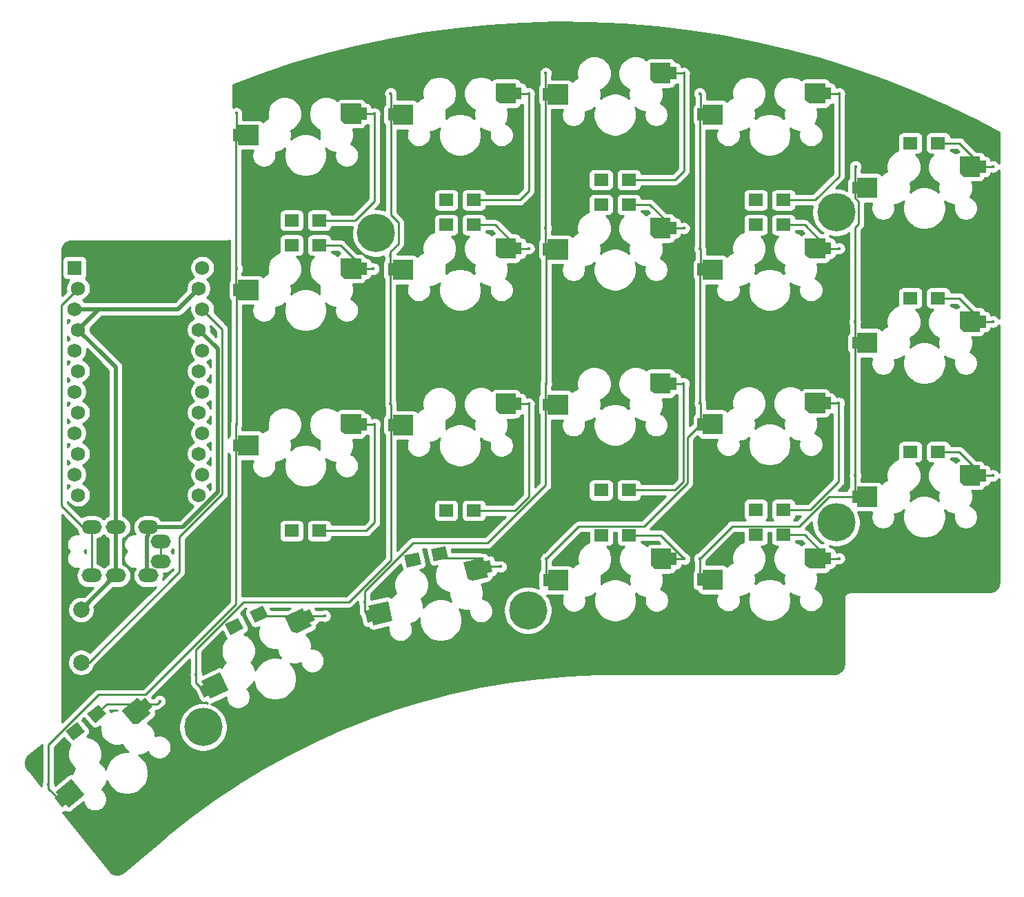
<source format=gbl>
G04 #@! TF.GenerationSoftware,KiCad,Pcbnew,5.1.8*
G04 #@! TF.CreationDate,2020-12-01T13:34:08+01:00*
G04 #@! TF.ProjectId,puggle,70756767-6c65-42e6-9b69-6361645f7063,rev?*
G04 #@! TF.SameCoordinates,Original*
G04 #@! TF.FileFunction,Copper,L2,Bot*
G04 #@! TF.FilePolarity,Positive*
%FSLAX46Y46*%
G04 Gerber Fmt 4.6, Leading zero omitted, Abs format (unit mm)*
G04 Created by KiCad (PCBNEW 5.1.8) date 2020-12-01 13:34:08*
%MOMM*%
%LPD*%
G01*
G04 APERTURE LIST*
G04 #@! TA.AperFunction,ComponentPad*
%ADD10C,2.000000*%
G04 #@! TD*
G04 #@! TA.AperFunction,ComponentPad*
%ADD11O,2.500000X1.700000*%
G04 #@! TD*
G04 #@! TA.AperFunction,ComponentPad*
%ADD12C,1.752600*%
G04 #@! TD*
G04 #@! TA.AperFunction,ComponentPad*
%ADD13R,1.752600X1.752600*%
G04 #@! TD*
G04 #@! TA.AperFunction,SMDPad,CuDef*
%ADD14C,0.100000*%
G04 #@! TD*
G04 #@! TA.AperFunction,ComponentPad*
%ADD15R,1.800000X1.500000*%
G04 #@! TD*
G04 #@! TA.AperFunction,ComponentPad*
%ADD16C,0.100000*%
G04 #@! TD*
G04 #@! TA.AperFunction,ComponentPad*
%ADD17C,4.700000*%
G04 #@! TD*
G04 #@! TA.AperFunction,ViaPad*
%ADD18C,0.400000*%
G04 #@! TD*
G04 #@! TA.AperFunction,Conductor*
%ADD19C,0.250000*%
G04 #@! TD*
G04 #@! TA.AperFunction,Conductor*
%ADD20C,0.500000*%
G04 #@! TD*
G04 #@! TA.AperFunction,NonConductor*
%ADD21C,0.254000*%
G04 #@! TD*
G04 #@! TA.AperFunction,NonConductor*
%ADD22C,0.100000*%
G04 #@! TD*
G04 APERTURE END LIST*
D10*
X92964000Y-105843000D03*
X92964000Y-112343000D03*
D11*
X101232000Y-101640000D03*
X102732000Y-97440000D03*
X94232000Y-101640000D03*
X97232000Y-101640000D03*
X94232000Y-95690000D03*
X97232000Y-95690000D03*
X101232000Y-95690000D03*
X102732000Y-99890000D03*
D12*
X107848600Y-63817500D03*
X92608600Y-91757500D03*
X107391400Y-66357500D03*
X107848600Y-68897500D03*
X107391400Y-71437500D03*
X107848600Y-73977500D03*
X107391400Y-76517500D03*
X107848600Y-79057500D03*
X107391400Y-81597500D03*
X107848600Y-84137500D03*
X107391400Y-86677500D03*
X107848600Y-89217500D03*
X107391400Y-91757500D03*
X92151400Y-89217500D03*
X92608600Y-86677500D03*
X92151400Y-84137500D03*
X92608600Y-81597500D03*
X92151400Y-79057500D03*
X92608600Y-76517500D03*
X92151400Y-73977500D03*
X92608600Y-71437500D03*
X92151400Y-68897500D03*
X92608600Y-66357500D03*
D13*
X92151400Y-63817500D03*
G04 #@! TA.AperFunction,SMDPad,CuDef*
D14*
G36*
X171709755Y-100900961D02*
G01*
X171719134Y-100903806D01*
X171727779Y-100908427D01*
X171735355Y-100914645D01*
X171741573Y-100922221D01*
X171746194Y-100930866D01*
X171749039Y-100940245D01*
X171750000Y-100950000D01*
X171750000Y-103350000D01*
X171749039Y-103359755D01*
X171746194Y-103369134D01*
X171741573Y-103377779D01*
X171735355Y-103385355D01*
X171727779Y-103391573D01*
X171719134Y-103396194D01*
X171709755Y-103399039D01*
X171700000Y-103400000D01*
X169300000Y-103400000D01*
X169290245Y-103399039D01*
X169280866Y-103396194D01*
X169272221Y-103391573D01*
X169264645Y-103385355D01*
X169258427Y-103377779D01*
X169253806Y-103369134D01*
X169250961Y-103359755D01*
X169250000Y-103350000D01*
X169250000Y-102900000D01*
X168650000Y-102900000D01*
X168650000Y-101400000D01*
X169250000Y-101400000D01*
X169250000Y-100950000D01*
X169250961Y-100940245D01*
X169253806Y-100930866D01*
X169258427Y-100922221D01*
X169264645Y-100914645D01*
X169272221Y-100908427D01*
X169280866Y-100903806D01*
X169290245Y-100900961D01*
X169300000Y-100900000D01*
X171700000Y-100900000D01*
X171709755Y-100900961D01*
G37*
G04 #@! TD.AperFunction*
G04 #@! TA.AperFunction,SMDPad,CuDef*
G36*
X184309755Y-98300961D02*
G01*
X184319134Y-98303806D01*
X184327779Y-98308427D01*
X184335355Y-98314645D01*
X184341573Y-98322221D01*
X184346194Y-98330866D01*
X184349039Y-98340245D01*
X184350000Y-98350000D01*
X184350000Y-98800000D01*
X185050000Y-98800000D01*
X185050000Y-100300000D01*
X184350000Y-100300000D01*
X184350000Y-100750000D01*
X184349039Y-100759755D01*
X184346194Y-100769134D01*
X184341573Y-100777779D01*
X184335355Y-100785355D01*
X184327779Y-100791573D01*
X184319134Y-100796194D01*
X184309755Y-100799039D01*
X184300000Y-100800000D01*
X182400000Y-100800000D01*
X182390245Y-100799039D01*
X182380866Y-100796194D01*
X182368765Y-100789043D01*
X181868765Y-100389043D01*
X181861748Y-100382200D01*
X181856202Y-100374118D01*
X181852338Y-100365110D01*
X181850306Y-100355522D01*
X181850000Y-100350000D01*
X181850000Y-98350000D01*
X181850961Y-98340245D01*
X181853806Y-98330866D01*
X181858427Y-98322221D01*
X181864645Y-98314645D01*
X181872221Y-98308427D01*
X181880866Y-98303806D01*
X181890245Y-98300961D01*
X181900000Y-98300000D01*
X184300000Y-98300000D01*
X184309755Y-98300961D01*
G37*
G04 #@! TD.AperFunction*
G04 #@! TA.AperFunction,SMDPad,CuDef*
G36*
X165359755Y-98350961D02*
G01*
X165369134Y-98353806D01*
X165377779Y-98358427D01*
X165385355Y-98364645D01*
X165391573Y-98372221D01*
X165396194Y-98380866D01*
X165399039Y-98390245D01*
X165400000Y-98400000D01*
X165400000Y-98850000D01*
X166100000Y-98850000D01*
X166100000Y-100350000D01*
X165400000Y-100350000D01*
X165400000Y-100800000D01*
X165399039Y-100809755D01*
X165396194Y-100819134D01*
X165391573Y-100827779D01*
X165385355Y-100835355D01*
X165377779Y-100841573D01*
X165369134Y-100846194D01*
X165359755Y-100849039D01*
X165350000Y-100850000D01*
X163450000Y-100850000D01*
X163440245Y-100849039D01*
X163430866Y-100846194D01*
X163418765Y-100839043D01*
X162918765Y-100439043D01*
X162911748Y-100432200D01*
X162906202Y-100424118D01*
X162902338Y-100415110D01*
X162900306Y-100405522D01*
X162900000Y-100400000D01*
X162900000Y-98400000D01*
X162900961Y-98390245D01*
X162903806Y-98380866D01*
X162908427Y-98372221D01*
X162914645Y-98364645D01*
X162922221Y-98358427D01*
X162930866Y-98353806D01*
X162940245Y-98350961D01*
X162950000Y-98350000D01*
X165350000Y-98350000D01*
X165359755Y-98350961D01*
G37*
G04 #@! TD.AperFunction*
G04 #@! TA.AperFunction,SMDPad,CuDef*
G36*
X152759755Y-100950961D02*
G01*
X152769134Y-100953806D01*
X152777779Y-100958427D01*
X152785355Y-100964645D01*
X152791573Y-100972221D01*
X152796194Y-100980866D01*
X152799039Y-100990245D01*
X152800000Y-101000000D01*
X152800000Y-103400000D01*
X152799039Y-103409755D01*
X152796194Y-103419134D01*
X152791573Y-103427779D01*
X152785355Y-103435355D01*
X152777779Y-103441573D01*
X152769134Y-103446194D01*
X152759755Y-103449039D01*
X152750000Y-103450000D01*
X150350000Y-103450000D01*
X150340245Y-103449039D01*
X150330866Y-103446194D01*
X150322221Y-103441573D01*
X150314645Y-103435355D01*
X150308427Y-103427779D01*
X150303806Y-103419134D01*
X150300961Y-103409755D01*
X150300000Y-103400000D01*
X150300000Y-102950000D01*
X149700000Y-102950000D01*
X149700000Y-101450000D01*
X150300000Y-101450000D01*
X150300000Y-101000000D01*
X150300961Y-100990245D01*
X150303806Y-100980866D01*
X150308427Y-100972221D01*
X150314645Y-100964645D01*
X150322221Y-100958427D01*
X150330866Y-100953806D01*
X150340245Y-100950961D01*
X150350000Y-100950000D01*
X152750000Y-100950000D01*
X152759755Y-100950961D01*
G37*
G04 #@! TD.AperFunction*
G04 #@! TA.AperFunction,SMDPad,CuDef*
G36*
X130638221Y-104790822D02*
G01*
X130647999Y-104791484D01*
X130657462Y-104794042D01*
X130666243Y-104798396D01*
X130674005Y-104804379D01*
X130680453Y-104811763D01*
X130685335Y-104820262D01*
X130688465Y-104829551D01*
X131228348Y-107168039D01*
X131229606Y-107177760D01*
X131228944Y-107187538D01*
X131226386Y-107197001D01*
X131222031Y-107205782D01*
X131216048Y-107213545D01*
X131208664Y-107219992D01*
X131200166Y-107224874D01*
X131190877Y-107228005D01*
X128852389Y-107767887D01*
X128842668Y-107769145D01*
X128832889Y-107768483D01*
X128823426Y-107765925D01*
X128814646Y-107761571D01*
X128806883Y-107755588D01*
X128800435Y-107748204D01*
X128795554Y-107739705D01*
X128792423Y-107730416D01*
X128691195Y-107291950D01*
X128106573Y-107426920D01*
X127769146Y-105965365D01*
X128353768Y-105830395D01*
X128252540Y-105391928D01*
X128251282Y-105382207D01*
X128251944Y-105372428D01*
X128254502Y-105362965D01*
X128258857Y-105354185D01*
X128264840Y-105346422D01*
X128272224Y-105339975D01*
X128280722Y-105335093D01*
X128290011Y-105331962D01*
X130628499Y-104792080D01*
X130638221Y-104790822D01*
G37*
G04 #@! TD.AperFunction*
G04 #@! TA.AperFunction,SMDPad,CuDef*
G36*
X142330410Y-99423076D02*
G01*
X142340189Y-99423738D01*
X142349652Y-99426296D01*
X142358432Y-99430650D01*
X142366195Y-99436633D01*
X142372643Y-99444017D01*
X142377524Y-99452516D01*
X142380655Y-99461805D01*
X142481883Y-99900271D01*
X143163942Y-99742806D01*
X143501369Y-101204361D01*
X142819310Y-101361826D01*
X142920538Y-101800293D01*
X142921796Y-101810014D01*
X142921134Y-101819793D01*
X142918576Y-101829256D01*
X142914221Y-101838036D01*
X142908238Y-101845799D01*
X142900854Y-101852246D01*
X142892356Y-101857128D01*
X142883067Y-101860259D01*
X141031764Y-102287666D01*
X141022043Y-102288924D01*
X141012264Y-102288262D01*
X140998864Y-102284016D01*
X140421699Y-102006744D01*
X140413322Y-102001655D01*
X140406101Y-101995027D01*
X140400309Y-101987119D01*
X140396172Y-101978234D01*
X140394632Y-101972923D01*
X139944730Y-100024182D01*
X139943472Y-100014461D01*
X139944134Y-100004683D01*
X139946692Y-99995220D01*
X139951047Y-99986439D01*
X139957030Y-99978676D01*
X139964414Y-99972229D01*
X139972912Y-99967347D01*
X139982201Y-99964216D01*
X142320689Y-99424334D01*
X142330410Y-99423076D01*
G37*
G04 #@! TD.AperFunction*
G04 #@! TA.AperFunction,SMDPad,CuDef*
G36*
X109947440Y-113508530D02*
G01*
X109957117Y-113506975D01*
X109966913Y-113507339D01*
X109976448Y-113509607D01*
X109985358Y-113513690D01*
X109993301Y-113519434D01*
X109999969Y-113526617D01*
X110005109Y-113534963D01*
X111057200Y-115692069D01*
X111060613Y-115701258D01*
X111062167Y-115710935D01*
X111061803Y-115720731D01*
X111059536Y-115730266D01*
X111055452Y-115739176D01*
X111049708Y-115747119D01*
X111042525Y-115753787D01*
X111034179Y-115758927D01*
X108877073Y-116811018D01*
X108867884Y-116814431D01*
X108858207Y-116815985D01*
X108848411Y-116815622D01*
X108838876Y-116813354D01*
X108829967Y-116809271D01*
X108822023Y-116803526D01*
X108815355Y-116796344D01*
X108810215Y-116787997D01*
X108612948Y-116383540D01*
X108073671Y-116646562D01*
X107416115Y-115298371D01*
X107955391Y-115035349D01*
X107758124Y-114630891D01*
X107754712Y-114621702D01*
X107753157Y-114612025D01*
X107753521Y-114602230D01*
X107755788Y-114592695D01*
X107759872Y-114583785D01*
X107765616Y-114575842D01*
X107772799Y-114569173D01*
X107781145Y-114564033D01*
X109938251Y-113511942D01*
X109947440Y-113508530D01*
G37*
G04 #@! TD.AperFunction*
G04 #@! TA.AperFunction,SMDPad,CuDef*
G36*
X120132479Y-105648188D02*
G01*
X120142156Y-105646634D01*
X120151952Y-105646998D01*
X120161487Y-105649265D01*
X120170397Y-105653349D01*
X120178340Y-105659093D01*
X120185009Y-105666276D01*
X120190149Y-105674622D01*
X120387416Y-106079079D01*
X121016572Y-105772220D01*
X121674128Y-107120411D01*
X121044972Y-107427270D01*
X121242239Y-107831728D01*
X121245652Y-107840917D01*
X121247206Y-107850594D01*
X121246843Y-107860390D01*
X121244575Y-107869925D01*
X121240492Y-107878834D01*
X121234747Y-107886777D01*
X121227565Y-107893446D01*
X121219218Y-107898586D01*
X119511510Y-108731491D01*
X119502321Y-108734904D01*
X119492644Y-108736458D01*
X119478633Y-108735336D01*
X118853887Y-108595004D01*
X118844580Y-108591929D01*
X118836053Y-108587096D01*
X118828631Y-108580694D01*
X118822602Y-108572967D01*
X118819906Y-108568138D01*
X117943164Y-106770550D01*
X117939751Y-106761361D01*
X117938197Y-106751684D01*
X117938560Y-106741888D01*
X117940828Y-106732353D01*
X117944911Y-106723443D01*
X117950656Y-106715500D01*
X117957838Y-106708832D01*
X117966185Y-106703692D01*
X120123290Y-105651601D01*
X120132479Y-105648188D01*
G37*
G04 #@! TD.AperFunction*
G04 #@! TA.AperFunction,SMDPad,CuDef*
G36*
X91748020Y-126657215D02*
G01*
X91757100Y-126653524D01*
X91766726Y-126651675D01*
X91776527Y-126651739D01*
X91786127Y-126653714D01*
X91795159Y-126657524D01*
X91803272Y-126663022D01*
X91810158Y-126669999D01*
X93320527Y-128535149D01*
X93325919Y-128543335D01*
X93329610Y-128552414D01*
X93331460Y-128562041D01*
X93331395Y-128571841D01*
X93329421Y-128581441D01*
X93325610Y-128590473D01*
X93320112Y-128598587D01*
X93313136Y-128605472D01*
X91447985Y-130115841D01*
X91439799Y-130121234D01*
X91430720Y-130124925D01*
X91421094Y-130126774D01*
X91411293Y-130126710D01*
X91401693Y-130124735D01*
X91392661Y-130120925D01*
X91384548Y-130115426D01*
X91377662Y-130108450D01*
X91094468Y-129758734D01*
X90628180Y-130136327D01*
X89684200Y-128970608D01*
X90150487Y-128593015D01*
X89867293Y-128243300D01*
X89861901Y-128235114D01*
X89858209Y-128226035D01*
X89856360Y-128216408D01*
X89856425Y-128206607D01*
X89858399Y-128197007D01*
X89862210Y-128187976D01*
X89867708Y-128179862D01*
X89874684Y-128172976D01*
X91739835Y-126662607D01*
X91748020Y-126657215D01*
G37*
G04 #@! TD.AperFunction*
G04 #@! TA.AperFunction,SMDPad,CuDef*
G36*
X99903827Y-116707200D02*
G01*
X99912906Y-116703508D01*
X99922533Y-116701659D01*
X99932334Y-116701723D01*
X99941934Y-116703698D01*
X99950965Y-116707508D01*
X99959079Y-116713007D01*
X99965964Y-116719983D01*
X100249159Y-117069699D01*
X100793161Y-116629174D01*
X101737141Y-117794893D01*
X101193139Y-118235418D01*
X101476333Y-118585133D01*
X101481726Y-118593319D01*
X101485417Y-118602398D01*
X101487266Y-118612025D01*
X101487202Y-118621826D01*
X101485227Y-118631426D01*
X101481417Y-118640457D01*
X101475918Y-118648571D01*
X101468942Y-118655457D01*
X99992365Y-119851165D01*
X99984179Y-119856558D01*
X99975100Y-119860249D01*
X99961195Y-119862307D01*
X99320894Y-119866109D01*
X99311134Y-119865207D01*
X99301738Y-119862416D01*
X99293066Y-119857847D01*
X99285453Y-119851675D01*
X99281740Y-119847576D01*
X98023100Y-118293284D01*
X98017707Y-118285098D01*
X98014016Y-118276019D01*
X98012167Y-118266392D01*
X98012231Y-118256592D01*
X98014206Y-118246992D01*
X98018016Y-118237960D01*
X98023515Y-118229847D01*
X98030491Y-118222961D01*
X99895641Y-116712592D01*
X99903827Y-116707200D01*
G37*
G04 #@! TD.AperFunction*
G04 #@! TA.AperFunction,SMDPad,CuDef*
G36*
X190709755Y-90700961D02*
G01*
X190719134Y-90703806D01*
X190727779Y-90708427D01*
X190735355Y-90714645D01*
X190741573Y-90722221D01*
X190746194Y-90730866D01*
X190749039Y-90740245D01*
X190750000Y-90750000D01*
X190750000Y-93150000D01*
X190749039Y-93159755D01*
X190746194Y-93169134D01*
X190741573Y-93177779D01*
X190735355Y-93185355D01*
X190727779Y-93191573D01*
X190719134Y-93196194D01*
X190709755Y-93199039D01*
X190700000Y-93200000D01*
X188300000Y-93200000D01*
X188290245Y-93199039D01*
X188280866Y-93196194D01*
X188272221Y-93191573D01*
X188264645Y-93185355D01*
X188258427Y-93177779D01*
X188253806Y-93169134D01*
X188250961Y-93159755D01*
X188250000Y-93150000D01*
X188250000Y-92700000D01*
X187650000Y-92700000D01*
X187650000Y-91200000D01*
X188250000Y-91200000D01*
X188250000Y-90750000D01*
X188250961Y-90740245D01*
X188253806Y-90730866D01*
X188258427Y-90722221D01*
X188264645Y-90714645D01*
X188272221Y-90708427D01*
X188280866Y-90703806D01*
X188290245Y-90700961D01*
X188300000Y-90700000D01*
X190700000Y-90700000D01*
X190709755Y-90700961D01*
G37*
G04 #@! TD.AperFunction*
G04 #@! TA.AperFunction,SMDPad,CuDef*
G36*
X203309755Y-88100961D02*
G01*
X203319134Y-88103806D01*
X203327779Y-88108427D01*
X203335355Y-88114645D01*
X203341573Y-88122221D01*
X203346194Y-88130866D01*
X203349039Y-88140245D01*
X203350000Y-88150000D01*
X203350000Y-88600000D01*
X204050000Y-88600000D01*
X204050000Y-90100000D01*
X203350000Y-90100000D01*
X203350000Y-90550000D01*
X203349039Y-90559755D01*
X203346194Y-90569134D01*
X203341573Y-90577779D01*
X203335355Y-90585355D01*
X203327779Y-90591573D01*
X203319134Y-90596194D01*
X203309755Y-90599039D01*
X203300000Y-90600000D01*
X201400000Y-90600000D01*
X201390245Y-90599039D01*
X201380866Y-90596194D01*
X201368765Y-90589043D01*
X200868765Y-90189043D01*
X200861748Y-90182200D01*
X200856202Y-90174118D01*
X200852338Y-90165110D01*
X200850306Y-90155522D01*
X200850000Y-90150000D01*
X200850000Y-88150000D01*
X200850961Y-88140245D01*
X200853806Y-88130866D01*
X200858427Y-88122221D01*
X200864645Y-88114645D01*
X200872221Y-88108427D01*
X200880866Y-88103806D01*
X200890245Y-88100961D01*
X200900000Y-88100000D01*
X203300000Y-88100000D01*
X203309755Y-88100961D01*
G37*
G04 #@! TD.AperFunction*
G04 #@! TA.AperFunction,SMDPad,CuDef*
G36*
X171709755Y-81800961D02*
G01*
X171719134Y-81803806D01*
X171727779Y-81808427D01*
X171735355Y-81814645D01*
X171741573Y-81822221D01*
X171746194Y-81830866D01*
X171749039Y-81840245D01*
X171750000Y-81850000D01*
X171750000Y-84250000D01*
X171749039Y-84259755D01*
X171746194Y-84269134D01*
X171741573Y-84277779D01*
X171735355Y-84285355D01*
X171727779Y-84291573D01*
X171719134Y-84296194D01*
X171709755Y-84299039D01*
X171700000Y-84300000D01*
X169300000Y-84300000D01*
X169290245Y-84299039D01*
X169280866Y-84296194D01*
X169272221Y-84291573D01*
X169264645Y-84285355D01*
X169258427Y-84277779D01*
X169253806Y-84269134D01*
X169250961Y-84259755D01*
X169250000Y-84250000D01*
X169250000Y-83800000D01*
X168650000Y-83800000D01*
X168650000Y-82300000D01*
X169250000Y-82300000D01*
X169250000Y-81850000D01*
X169250961Y-81840245D01*
X169253806Y-81830866D01*
X169258427Y-81822221D01*
X169264645Y-81814645D01*
X169272221Y-81808427D01*
X169280866Y-81803806D01*
X169290245Y-81800961D01*
X169300000Y-81800000D01*
X171700000Y-81800000D01*
X171709755Y-81800961D01*
G37*
G04 #@! TD.AperFunction*
G04 #@! TA.AperFunction,SMDPad,CuDef*
G36*
X184309755Y-79200961D02*
G01*
X184319134Y-79203806D01*
X184327779Y-79208427D01*
X184335355Y-79214645D01*
X184341573Y-79222221D01*
X184346194Y-79230866D01*
X184349039Y-79240245D01*
X184350000Y-79250000D01*
X184350000Y-79700000D01*
X185050000Y-79700000D01*
X185050000Y-81200000D01*
X184350000Y-81200000D01*
X184350000Y-81650000D01*
X184349039Y-81659755D01*
X184346194Y-81669134D01*
X184341573Y-81677779D01*
X184335355Y-81685355D01*
X184327779Y-81691573D01*
X184319134Y-81696194D01*
X184309755Y-81699039D01*
X184300000Y-81700000D01*
X182400000Y-81700000D01*
X182390245Y-81699039D01*
X182380866Y-81696194D01*
X182368765Y-81689043D01*
X181868765Y-81289043D01*
X181861748Y-81282200D01*
X181856202Y-81274118D01*
X181852338Y-81265110D01*
X181850306Y-81255522D01*
X181850000Y-81250000D01*
X181850000Y-79250000D01*
X181850961Y-79240245D01*
X181853806Y-79230866D01*
X181858427Y-79222221D01*
X181864645Y-79214645D01*
X181872221Y-79208427D01*
X181880866Y-79203806D01*
X181890245Y-79200961D01*
X181900000Y-79200000D01*
X184300000Y-79200000D01*
X184309755Y-79200961D01*
G37*
G04 #@! TD.AperFunction*
G04 #@! TA.AperFunction,SMDPad,CuDef*
G36*
X152709755Y-79400961D02*
G01*
X152719134Y-79403806D01*
X152727779Y-79408427D01*
X152735355Y-79414645D01*
X152741573Y-79422221D01*
X152746194Y-79430866D01*
X152749039Y-79440245D01*
X152750000Y-79450000D01*
X152750000Y-81850000D01*
X152749039Y-81859755D01*
X152746194Y-81869134D01*
X152741573Y-81877779D01*
X152735355Y-81885355D01*
X152727779Y-81891573D01*
X152719134Y-81896194D01*
X152709755Y-81899039D01*
X152700000Y-81900000D01*
X150300000Y-81900000D01*
X150290245Y-81899039D01*
X150280866Y-81896194D01*
X150272221Y-81891573D01*
X150264645Y-81885355D01*
X150258427Y-81877779D01*
X150253806Y-81869134D01*
X150250961Y-81859755D01*
X150250000Y-81850000D01*
X150250000Y-81400000D01*
X149650000Y-81400000D01*
X149650000Y-79900000D01*
X150250000Y-79900000D01*
X150250000Y-79450000D01*
X150250961Y-79440245D01*
X150253806Y-79430866D01*
X150258427Y-79422221D01*
X150264645Y-79414645D01*
X150272221Y-79408427D01*
X150280866Y-79403806D01*
X150290245Y-79400961D01*
X150300000Y-79400000D01*
X152700000Y-79400000D01*
X152709755Y-79400961D01*
G37*
G04 #@! TD.AperFunction*
G04 #@! TA.AperFunction,SMDPad,CuDef*
G36*
X165309755Y-76800961D02*
G01*
X165319134Y-76803806D01*
X165327779Y-76808427D01*
X165335355Y-76814645D01*
X165341573Y-76822221D01*
X165346194Y-76830866D01*
X165349039Y-76840245D01*
X165350000Y-76850000D01*
X165350000Y-77300000D01*
X166050000Y-77300000D01*
X166050000Y-78800000D01*
X165350000Y-78800000D01*
X165350000Y-79250000D01*
X165349039Y-79259755D01*
X165346194Y-79269134D01*
X165341573Y-79277779D01*
X165335355Y-79285355D01*
X165327779Y-79291573D01*
X165319134Y-79296194D01*
X165309755Y-79299039D01*
X165300000Y-79300000D01*
X163400000Y-79300000D01*
X163390245Y-79299039D01*
X163380866Y-79296194D01*
X163368765Y-79289043D01*
X162868765Y-78889043D01*
X162861748Y-78882200D01*
X162856202Y-78874118D01*
X162852338Y-78865110D01*
X162850306Y-78855522D01*
X162850000Y-78850000D01*
X162850000Y-76850000D01*
X162850961Y-76840245D01*
X162853806Y-76830866D01*
X162858427Y-76822221D01*
X162864645Y-76814645D01*
X162872221Y-76808427D01*
X162880866Y-76803806D01*
X162890245Y-76800961D01*
X162900000Y-76800000D01*
X165300000Y-76800000D01*
X165309755Y-76800961D01*
G37*
G04 #@! TD.AperFunction*
G04 #@! TA.AperFunction,SMDPad,CuDef*
G36*
X133709755Y-81900961D02*
G01*
X133719134Y-81903806D01*
X133727779Y-81908427D01*
X133735355Y-81914645D01*
X133741573Y-81922221D01*
X133746194Y-81930866D01*
X133749039Y-81940245D01*
X133750000Y-81950000D01*
X133750000Y-84350000D01*
X133749039Y-84359755D01*
X133746194Y-84369134D01*
X133741573Y-84377779D01*
X133735355Y-84385355D01*
X133727779Y-84391573D01*
X133719134Y-84396194D01*
X133709755Y-84399039D01*
X133700000Y-84400000D01*
X131300000Y-84400000D01*
X131290245Y-84399039D01*
X131280866Y-84396194D01*
X131272221Y-84391573D01*
X131264645Y-84385355D01*
X131258427Y-84377779D01*
X131253806Y-84369134D01*
X131250961Y-84359755D01*
X131250000Y-84350000D01*
X131250000Y-83900000D01*
X130650000Y-83900000D01*
X130650000Y-82400000D01*
X131250000Y-82400000D01*
X131250000Y-81950000D01*
X131250961Y-81940245D01*
X131253806Y-81930866D01*
X131258427Y-81922221D01*
X131264645Y-81914645D01*
X131272221Y-81908427D01*
X131280866Y-81903806D01*
X131290245Y-81900961D01*
X131300000Y-81900000D01*
X133700000Y-81900000D01*
X133709755Y-81900961D01*
G37*
G04 #@! TD.AperFunction*
G04 #@! TA.AperFunction,SMDPad,CuDef*
G36*
X146309755Y-79300961D02*
G01*
X146319134Y-79303806D01*
X146327779Y-79308427D01*
X146335355Y-79314645D01*
X146341573Y-79322221D01*
X146346194Y-79330866D01*
X146349039Y-79340245D01*
X146350000Y-79350000D01*
X146350000Y-79800000D01*
X147050000Y-79800000D01*
X147050000Y-81300000D01*
X146350000Y-81300000D01*
X146350000Y-81750000D01*
X146349039Y-81759755D01*
X146346194Y-81769134D01*
X146341573Y-81777779D01*
X146335355Y-81785355D01*
X146327779Y-81791573D01*
X146319134Y-81796194D01*
X146309755Y-81799039D01*
X146300000Y-81800000D01*
X144400000Y-81800000D01*
X144390245Y-81799039D01*
X144380866Y-81796194D01*
X144368765Y-81789043D01*
X143868765Y-81389043D01*
X143861748Y-81382200D01*
X143856202Y-81374118D01*
X143852338Y-81365110D01*
X143850306Y-81355522D01*
X143850000Y-81350000D01*
X143850000Y-79350000D01*
X143850961Y-79340245D01*
X143853806Y-79330866D01*
X143858427Y-79322221D01*
X143864645Y-79314645D01*
X143872221Y-79308427D01*
X143880866Y-79303806D01*
X143890245Y-79300961D01*
X143900000Y-79300000D01*
X146300000Y-79300000D01*
X146309755Y-79300961D01*
G37*
G04 #@! TD.AperFunction*
G04 #@! TA.AperFunction,SMDPad,CuDef*
G36*
X114709755Y-84400961D02*
G01*
X114719134Y-84403806D01*
X114727779Y-84408427D01*
X114735355Y-84414645D01*
X114741573Y-84422221D01*
X114746194Y-84430866D01*
X114749039Y-84440245D01*
X114750000Y-84450000D01*
X114750000Y-86850000D01*
X114749039Y-86859755D01*
X114746194Y-86869134D01*
X114741573Y-86877779D01*
X114735355Y-86885355D01*
X114727779Y-86891573D01*
X114719134Y-86896194D01*
X114709755Y-86899039D01*
X114700000Y-86900000D01*
X112300000Y-86900000D01*
X112290245Y-86899039D01*
X112280866Y-86896194D01*
X112272221Y-86891573D01*
X112264645Y-86885355D01*
X112258427Y-86877779D01*
X112253806Y-86869134D01*
X112250961Y-86859755D01*
X112250000Y-86850000D01*
X112250000Y-86400000D01*
X111650000Y-86400000D01*
X111650000Y-84900000D01*
X112250000Y-84900000D01*
X112250000Y-84450000D01*
X112250961Y-84440245D01*
X112253806Y-84430866D01*
X112258427Y-84422221D01*
X112264645Y-84414645D01*
X112272221Y-84408427D01*
X112280866Y-84403806D01*
X112290245Y-84400961D01*
X112300000Y-84400000D01*
X114700000Y-84400000D01*
X114709755Y-84400961D01*
G37*
G04 #@! TD.AperFunction*
G04 #@! TA.AperFunction,SMDPad,CuDef*
G36*
X127309755Y-81800961D02*
G01*
X127319134Y-81803806D01*
X127327779Y-81808427D01*
X127335355Y-81814645D01*
X127341573Y-81822221D01*
X127346194Y-81830866D01*
X127349039Y-81840245D01*
X127350000Y-81850000D01*
X127350000Y-82300000D01*
X128050000Y-82300000D01*
X128050000Y-83800000D01*
X127350000Y-83800000D01*
X127350000Y-84250000D01*
X127349039Y-84259755D01*
X127346194Y-84269134D01*
X127341573Y-84277779D01*
X127335355Y-84285355D01*
X127327779Y-84291573D01*
X127319134Y-84296194D01*
X127309755Y-84299039D01*
X127300000Y-84300000D01*
X125400000Y-84300000D01*
X125390245Y-84299039D01*
X125380866Y-84296194D01*
X125368765Y-84289043D01*
X124868765Y-83889043D01*
X124861748Y-83882200D01*
X124856202Y-83874118D01*
X124852338Y-83865110D01*
X124850306Y-83855522D01*
X124850000Y-83850000D01*
X124850000Y-81850000D01*
X124850961Y-81840245D01*
X124853806Y-81830866D01*
X124858427Y-81822221D01*
X124864645Y-81814645D01*
X124872221Y-81808427D01*
X124880866Y-81803806D01*
X124890245Y-81800961D01*
X124900000Y-81800000D01*
X127300000Y-81800000D01*
X127309755Y-81800961D01*
G37*
G04 #@! TD.AperFunction*
G04 #@! TA.AperFunction,SMDPad,CuDef*
G36*
X190709755Y-71800961D02*
G01*
X190719134Y-71803806D01*
X190727779Y-71808427D01*
X190735355Y-71814645D01*
X190741573Y-71822221D01*
X190746194Y-71830866D01*
X190749039Y-71840245D01*
X190750000Y-71850000D01*
X190750000Y-74250000D01*
X190749039Y-74259755D01*
X190746194Y-74269134D01*
X190741573Y-74277779D01*
X190735355Y-74285355D01*
X190727779Y-74291573D01*
X190719134Y-74296194D01*
X190709755Y-74299039D01*
X190700000Y-74300000D01*
X188300000Y-74300000D01*
X188290245Y-74299039D01*
X188280866Y-74296194D01*
X188272221Y-74291573D01*
X188264645Y-74285355D01*
X188258427Y-74277779D01*
X188253806Y-74269134D01*
X188250961Y-74259755D01*
X188250000Y-74250000D01*
X188250000Y-73800000D01*
X187650000Y-73800000D01*
X187650000Y-72300000D01*
X188250000Y-72300000D01*
X188250000Y-71850000D01*
X188250961Y-71840245D01*
X188253806Y-71830866D01*
X188258427Y-71822221D01*
X188264645Y-71814645D01*
X188272221Y-71808427D01*
X188280866Y-71803806D01*
X188290245Y-71800961D01*
X188300000Y-71800000D01*
X190700000Y-71800000D01*
X190709755Y-71800961D01*
G37*
G04 #@! TD.AperFunction*
G04 #@! TA.AperFunction,SMDPad,CuDef*
G36*
X203309755Y-69200961D02*
G01*
X203319134Y-69203806D01*
X203327779Y-69208427D01*
X203335355Y-69214645D01*
X203341573Y-69222221D01*
X203346194Y-69230866D01*
X203349039Y-69240245D01*
X203350000Y-69250000D01*
X203350000Y-69700000D01*
X204050000Y-69700000D01*
X204050000Y-71200000D01*
X203350000Y-71200000D01*
X203350000Y-71650000D01*
X203349039Y-71659755D01*
X203346194Y-71669134D01*
X203341573Y-71677779D01*
X203335355Y-71685355D01*
X203327779Y-71691573D01*
X203319134Y-71696194D01*
X203309755Y-71699039D01*
X203300000Y-71700000D01*
X201400000Y-71700000D01*
X201390245Y-71699039D01*
X201380866Y-71696194D01*
X201368765Y-71689043D01*
X200868765Y-71289043D01*
X200861748Y-71282200D01*
X200856202Y-71274118D01*
X200852338Y-71265110D01*
X200850306Y-71255522D01*
X200850000Y-71250000D01*
X200850000Y-69250000D01*
X200850961Y-69240245D01*
X200853806Y-69230866D01*
X200858427Y-69222221D01*
X200864645Y-69214645D01*
X200872221Y-69208427D01*
X200880866Y-69203806D01*
X200890245Y-69200961D01*
X200900000Y-69200000D01*
X203300000Y-69200000D01*
X203309755Y-69200961D01*
G37*
G04 #@! TD.AperFunction*
G04 #@! TA.AperFunction,SMDPad,CuDef*
G36*
X171709755Y-62800961D02*
G01*
X171719134Y-62803806D01*
X171727779Y-62808427D01*
X171735355Y-62814645D01*
X171741573Y-62822221D01*
X171746194Y-62830866D01*
X171749039Y-62840245D01*
X171750000Y-62850000D01*
X171750000Y-65250000D01*
X171749039Y-65259755D01*
X171746194Y-65269134D01*
X171741573Y-65277779D01*
X171735355Y-65285355D01*
X171727779Y-65291573D01*
X171719134Y-65296194D01*
X171709755Y-65299039D01*
X171700000Y-65300000D01*
X169300000Y-65300000D01*
X169290245Y-65299039D01*
X169280866Y-65296194D01*
X169272221Y-65291573D01*
X169264645Y-65285355D01*
X169258427Y-65277779D01*
X169253806Y-65269134D01*
X169250961Y-65259755D01*
X169250000Y-65250000D01*
X169250000Y-64800000D01*
X168650000Y-64800000D01*
X168650000Y-63300000D01*
X169250000Y-63300000D01*
X169250000Y-62850000D01*
X169250961Y-62840245D01*
X169253806Y-62830866D01*
X169258427Y-62822221D01*
X169264645Y-62814645D01*
X169272221Y-62808427D01*
X169280866Y-62803806D01*
X169290245Y-62800961D01*
X169300000Y-62800000D01*
X171700000Y-62800000D01*
X171709755Y-62800961D01*
G37*
G04 #@! TD.AperFunction*
G04 #@! TA.AperFunction,SMDPad,CuDef*
G36*
X184309755Y-60200961D02*
G01*
X184319134Y-60203806D01*
X184327779Y-60208427D01*
X184335355Y-60214645D01*
X184341573Y-60222221D01*
X184346194Y-60230866D01*
X184349039Y-60240245D01*
X184350000Y-60250000D01*
X184350000Y-60700000D01*
X185050000Y-60700000D01*
X185050000Y-62200000D01*
X184350000Y-62200000D01*
X184350000Y-62650000D01*
X184349039Y-62659755D01*
X184346194Y-62669134D01*
X184341573Y-62677779D01*
X184335355Y-62685355D01*
X184327779Y-62691573D01*
X184319134Y-62696194D01*
X184309755Y-62699039D01*
X184300000Y-62700000D01*
X182400000Y-62700000D01*
X182390245Y-62699039D01*
X182380866Y-62696194D01*
X182368765Y-62689043D01*
X181868765Y-62289043D01*
X181861748Y-62282200D01*
X181856202Y-62274118D01*
X181852338Y-62265110D01*
X181850306Y-62255522D01*
X181850000Y-62250000D01*
X181850000Y-60250000D01*
X181850961Y-60240245D01*
X181853806Y-60230866D01*
X181858427Y-60222221D01*
X181864645Y-60214645D01*
X181872221Y-60208427D01*
X181880866Y-60203806D01*
X181890245Y-60200961D01*
X181900000Y-60200000D01*
X184300000Y-60200000D01*
X184309755Y-60200961D01*
G37*
G04 #@! TD.AperFunction*
G04 #@! TA.AperFunction,SMDPad,CuDef*
G36*
X152709755Y-60310961D02*
G01*
X152719134Y-60313806D01*
X152727779Y-60318427D01*
X152735355Y-60324645D01*
X152741573Y-60332221D01*
X152746194Y-60340866D01*
X152749039Y-60350245D01*
X152750000Y-60360000D01*
X152750000Y-62760000D01*
X152749039Y-62769755D01*
X152746194Y-62779134D01*
X152741573Y-62787779D01*
X152735355Y-62795355D01*
X152727779Y-62801573D01*
X152719134Y-62806194D01*
X152709755Y-62809039D01*
X152700000Y-62810000D01*
X150300000Y-62810000D01*
X150290245Y-62809039D01*
X150280866Y-62806194D01*
X150272221Y-62801573D01*
X150264645Y-62795355D01*
X150258427Y-62787779D01*
X150253806Y-62779134D01*
X150250961Y-62769755D01*
X150250000Y-62760000D01*
X150250000Y-62310000D01*
X149650000Y-62310000D01*
X149650000Y-60810000D01*
X150250000Y-60810000D01*
X150250000Y-60360000D01*
X150250961Y-60350245D01*
X150253806Y-60340866D01*
X150258427Y-60332221D01*
X150264645Y-60324645D01*
X150272221Y-60318427D01*
X150280866Y-60313806D01*
X150290245Y-60310961D01*
X150300000Y-60310000D01*
X152700000Y-60310000D01*
X152709755Y-60310961D01*
G37*
G04 #@! TD.AperFunction*
G04 #@! TA.AperFunction,SMDPad,CuDef*
G36*
X165309755Y-57710961D02*
G01*
X165319134Y-57713806D01*
X165327779Y-57718427D01*
X165335355Y-57724645D01*
X165341573Y-57732221D01*
X165346194Y-57740866D01*
X165349039Y-57750245D01*
X165350000Y-57760000D01*
X165350000Y-58210000D01*
X166050000Y-58210000D01*
X166050000Y-59710000D01*
X165350000Y-59710000D01*
X165350000Y-60160000D01*
X165349039Y-60169755D01*
X165346194Y-60179134D01*
X165341573Y-60187779D01*
X165335355Y-60195355D01*
X165327779Y-60201573D01*
X165319134Y-60206194D01*
X165309755Y-60209039D01*
X165300000Y-60210000D01*
X163400000Y-60210000D01*
X163390245Y-60209039D01*
X163380866Y-60206194D01*
X163368765Y-60199043D01*
X162868765Y-59799043D01*
X162861748Y-59792200D01*
X162856202Y-59784118D01*
X162852338Y-59775110D01*
X162850306Y-59765522D01*
X162850000Y-59760000D01*
X162850000Y-57760000D01*
X162850961Y-57750245D01*
X162853806Y-57740866D01*
X162858427Y-57732221D01*
X162864645Y-57724645D01*
X162872221Y-57718427D01*
X162880866Y-57713806D01*
X162890245Y-57710961D01*
X162900000Y-57710000D01*
X165300000Y-57710000D01*
X165309755Y-57710961D01*
G37*
G04 #@! TD.AperFunction*
G04 #@! TA.AperFunction,SMDPad,CuDef*
G36*
X133709755Y-62800961D02*
G01*
X133719134Y-62803806D01*
X133727779Y-62808427D01*
X133735355Y-62814645D01*
X133741573Y-62822221D01*
X133746194Y-62830866D01*
X133749039Y-62840245D01*
X133750000Y-62850000D01*
X133750000Y-65250000D01*
X133749039Y-65259755D01*
X133746194Y-65269134D01*
X133741573Y-65277779D01*
X133735355Y-65285355D01*
X133727779Y-65291573D01*
X133719134Y-65296194D01*
X133709755Y-65299039D01*
X133700000Y-65300000D01*
X131300000Y-65300000D01*
X131290245Y-65299039D01*
X131280866Y-65296194D01*
X131272221Y-65291573D01*
X131264645Y-65285355D01*
X131258427Y-65277779D01*
X131253806Y-65269134D01*
X131250961Y-65259755D01*
X131250000Y-65250000D01*
X131250000Y-64800000D01*
X130650000Y-64800000D01*
X130650000Y-63300000D01*
X131250000Y-63300000D01*
X131250000Y-62850000D01*
X131250961Y-62840245D01*
X131253806Y-62830866D01*
X131258427Y-62822221D01*
X131264645Y-62814645D01*
X131272221Y-62808427D01*
X131280866Y-62803806D01*
X131290245Y-62800961D01*
X131300000Y-62800000D01*
X133700000Y-62800000D01*
X133709755Y-62800961D01*
G37*
G04 #@! TD.AperFunction*
G04 #@! TA.AperFunction,SMDPad,CuDef*
G36*
X146309755Y-60200961D02*
G01*
X146319134Y-60203806D01*
X146327779Y-60208427D01*
X146335355Y-60214645D01*
X146341573Y-60222221D01*
X146346194Y-60230866D01*
X146349039Y-60240245D01*
X146350000Y-60250000D01*
X146350000Y-60700000D01*
X147050000Y-60700000D01*
X147050000Y-62200000D01*
X146350000Y-62200000D01*
X146350000Y-62650000D01*
X146349039Y-62659755D01*
X146346194Y-62669134D01*
X146341573Y-62677779D01*
X146335355Y-62685355D01*
X146327779Y-62691573D01*
X146319134Y-62696194D01*
X146309755Y-62699039D01*
X146300000Y-62700000D01*
X144400000Y-62700000D01*
X144390245Y-62699039D01*
X144380866Y-62696194D01*
X144368765Y-62689043D01*
X143868765Y-62289043D01*
X143861748Y-62282200D01*
X143856202Y-62274118D01*
X143852338Y-62265110D01*
X143850306Y-62255522D01*
X143850000Y-62250000D01*
X143850000Y-60250000D01*
X143850961Y-60240245D01*
X143853806Y-60230866D01*
X143858427Y-60222221D01*
X143864645Y-60214645D01*
X143872221Y-60208427D01*
X143880866Y-60203806D01*
X143890245Y-60200961D01*
X143900000Y-60200000D01*
X146300000Y-60200000D01*
X146309755Y-60200961D01*
G37*
G04 #@! TD.AperFunction*
G04 #@! TA.AperFunction,SMDPad,CuDef*
G36*
X114709755Y-65300961D02*
G01*
X114719134Y-65303806D01*
X114727779Y-65308427D01*
X114735355Y-65314645D01*
X114741573Y-65322221D01*
X114746194Y-65330866D01*
X114749039Y-65340245D01*
X114750000Y-65350000D01*
X114750000Y-67750000D01*
X114749039Y-67759755D01*
X114746194Y-67769134D01*
X114741573Y-67777779D01*
X114735355Y-67785355D01*
X114727779Y-67791573D01*
X114719134Y-67796194D01*
X114709755Y-67799039D01*
X114700000Y-67800000D01*
X112300000Y-67800000D01*
X112290245Y-67799039D01*
X112280866Y-67796194D01*
X112272221Y-67791573D01*
X112264645Y-67785355D01*
X112258427Y-67777779D01*
X112253806Y-67769134D01*
X112250961Y-67759755D01*
X112250000Y-67750000D01*
X112250000Y-67300000D01*
X111650000Y-67300000D01*
X111650000Y-65800000D01*
X112250000Y-65800000D01*
X112250000Y-65350000D01*
X112250961Y-65340245D01*
X112253806Y-65330866D01*
X112258427Y-65322221D01*
X112264645Y-65314645D01*
X112272221Y-65308427D01*
X112280866Y-65303806D01*
X112290245Y-65300961D01*
X112300000Y-65300000D01*
X114700000Y-65300000D01*
X114709755Y-65300961D01*
G37*
G04 #@! TD.AperFunction*
G04 #@! TA.AperFunction,SMDPad,CuDef*
G36*
X127309755Y-62700961D02*
G01*
X127319134Y-62703806D01*
X127327779Y-62708427D01*
X127335355Y-62714645D01*
X127341573Y-62722221D01*
X127346194Y-62730866D01*
X127349039Y-62740245D01*
X127350000Y-62750000D01*
X127350000Y-63200000D01*
X128050000Y-63200000D01*
X128050000Y-64700000D01*
X127350000Y-64700000D01*
X127350000Y-65150000D01*
X127349039Y-65159755D01*
X127346194Y-65169134D01*
X127341573Y-65177779D01*
X127335355Y-65185355D01*
X127327779Y-65191573D01*
X127319134Y-65196194D01*
X127309755Y-65199039D01*
X127300000Y-65200000D01*
X125400000Y-65200000D01*
X125390245Y-65199039D01*
X125380866Y-65196194D01*
X125368765Y-65189043D01*
X124868765Y-64789043D01*
X124861748Y-64782200D01*
X124856202Y-64774118D01*
X124852338Y-64765110D01*
X124850306Y-64755522D01*
X124850000Y-64750000D01*
X124850000Y-62750000D01*
X124850961Y-62740245D01*
X124853806Y-62730866D01*
X124858427Y-62722221D01*
X124864645Y-62714645D01*
X124872221Y-62708427D01*
X124880866Y-62703806D01*
X124890245Y-62700961D01*
X124900000Y-62700000D01*
X127300000Y-62700000D01*
X127309755Y-62700961D01*
G37*
G04 #@! TD.AperFunction*
G04 #@! TA.AperFunction,SMDPad,CuDef*
G36*
X190709755Y-52750961D02*
G01*
X190719134Y-52753806D01*
X190727779Y-52758427D01*
X190735355Y-52764645D01*
X190741573Y-52772221D01*
X190746194Y-52780866D01*
X190749039Y-52790245D01*
X190750000Y-52800000D01*
X190750000Y-55200000D01*
X190749039Y-55209755D01*
X190746194Y-55219134D01*
X190741573Y-55227779D01*
X190735355Y-55235355D01*
X190727779Y-55241573D01*
X190719134Y-55246194D01*
X190709755Y-55249039D01*
X190700000Y-55250000D01*
X188300000Y-55250000D01*
X188290245Y-55249039D01*
X188280866Y-55246194D01*
X188272221Y-55241573D01*
X188264645Y-55235355D01*
X188258427Y-55227779D01*
X188253806Y-55219134D01*
X188250961Y-55209755D01*
X188250000Y-55200000D01*
X188250000Y-54750000D01*
X187650000Y-54750000D01*
X187650000Y-53250000D01*
X188250000Y-53250000D01*
X188250000Y-52800000D01*
X188250961Y-52790245D01*
X188253806Y-52780866D01*
X188258427Y-52772221D01*
X188264645Y-52764645D01*
X188272221Y-52758427D01*
X188280866Y-52753806D01*
X188290245Y-52750961D01*
X188300000Y-52750000D01*
X190700000Y-52750000D01*
X190709755Y-52750961D01*
G37*
G04 #@! TD.AperFunction*
G04 #@! TA.AperFunction,SMDPad,CuDef*
G36*
X203309755Y-50150961D02*
G01*
X203319134Y-50153806D01*
X203327779Y-50158427D01*
X203335355Y-50164645D01*
X203341573Y-50172221D01*
X203346194Y-50180866D01*
X203349039Y-50190245D01*
X203350000Y-50200000D01*
X203350000Y-50650000D01*
X204050000Y-50650000D01*
X204050000Y-52150000D01*
X203350000Y-52150000D01*
X203350000Y-52600000D01*
X203349039Y-52609755D01*
X203346194Y-52619134D01*
X203341573Y-52627779D01*
X203335355Y-52635355D01*
X203327779Y-52641573D01*
X203319134Y-52646194D01*
X203309755Y-52649039D01*
X203300000Y-52650000D01*
X201400000Y-52650000D01*
X201390245Y-52649039D01*
X201380866Y-52646194D01*
X201368765Y-52639043D01*
X200868765Y-52239043D01*
X200861748Y-52232200D01*
X200856202Y-52224118D01*
X200852338Y-52215110D01*
X200850306Y-52205522D01*
X200850000Y-52200000D01*
X200850000Y-50200000D01*
X200850961Y-50190245D01*
X200853806Y-50180866D01*
X200858427Y-50172221D01*
X200864645Y-50164645D01*
X200872221Y-50158427D01*
X200880866Y-50153806D01*
X200890245Y-50150961D01*
X200900000Y-50150000D01*
X203300000Y-50150000D01*
X203309755Y-50150961D01*
G37*
G04 #@! TD.AperFunction*
G04 #@! TA.AperFunction,SMDPad,CuDef*
G36*
X171709755Y-43750961D02*
G01*
X171719134Y-43753806D01*
X171727779Y-43758427D01*
X171735355Y-43764645D01*
X171741573Y-43772221D01*
X171746194Y-43780866D01*
X171749039Y-43790245D01*
X171750000Y-43800000D01*
X171750000Y-46200000D01*
X171749039Y-46209755D01*
X171746194Y-46219134D01*
X171741573Y-46227779D01*
X171735355Y-46235355D01*
X171727779Y-46241573D01*
X171719134Y-46246194D01*
X171709755Y-46249039D01*
X171700000Y-46250000D01*
X169300000Y-46250000D01*
X169290245Y-46249039D01*
X169280866Y-46246194D01*
X169272221Y-46241573D01*
X169264645Y-46235355D01*
X169258427Y-46227779D01*
X169253806Y-46219134D01*
X169250961Y-46209755D01*
X169250000Y-46200000D01*
X169250000Y-45750000D01*
X168650000Y-45750000D01*
X168650000Y-44250000D01*
X169250000Y-44250000D01*
X169250000Y-43800000D01*
X169250961Y-43790245D01*
X169253806Y-43780866D01*
X169258427Y-43772221D01*
X169264645Y-43764645D01*
X169272221Y-43758427D01*
X169280866Y-43753806D01*
X169290245Y-43750961D01*
X169300000Y-43750000D01*
X171700000Y-43750000D01*
X171709755Y-43750961D01*
G37*
G04 #@! TD.AperFunction*
G04 #@! TA.AperFunction,SMDPad,CuDef*
G36*
X184309755Y-41150961D02*
G01*
X184319134Y-41153806D01*
X184327779Y-41158427D01*
X184335355Y-41164645D01*
X184341573Y-41172221D01*
X184346194Y-41180866D01*
X184349039Y-41190245D01*
X184350000Y-41200000D01*
X184350000Y-41650000D01*
X185050000Y-41650000D01*
X185050000Y-43150000D01*
X184350000Y-43150000D01*
X184350000Y-43600000D01*
X184349039Y-43609755D01*
X184346194Y-43619134D01*
X184341573Y-43627779D01*
X184335355Y-43635355D01*
X184327779Y-43641573D01*
X184319134Y-43646194D01*
X184309755Y-43649039D01*
X184300000Y-43650000D01*
X182400000Y-43650000D01*
X182390245Y-43649039D01*
X182380866Y-43646194D01*
X182368765Y-43639043D01*
X181868765Y-43239043D01*
X181861748Y-43232200D01*
X181856202Y-43224118D01*
X181852338Y-43215110D01*
X181850306Y-43205522D01*
X181850000Y-43200000D01*
X181850000Y-41200000D01*
X181850961Y-41190245D01*
X181853806Y-41180866D01*
X181858427Y-41172221D01*
X181864645Y-41164645D01*
X181872221Y-41158427D01*
X181880866Y-41153806D01*
X181890245Y-41150961D01*
X181900000Y-41150000D01*
X184300000Y-41150000D01*
X184309755Y-41150961D01*
G37*
G04 #@! TD.AperFunction*
G04 #@! TA.AperFunction,SMDPad,CuDef*
G36*
X152709755Y-41260961D02*
G01*
X152719134Y-41263806D01*
X152727779Y-41268427D01*
X152735355Y-41274645D01*
X152741573Y-41282221D01*
X152746194Y-41290866D01*
X152749039Y-41300245D01*
X152750000Y-41310000D01*
X152750000Y-43710000D01*
X152749039Y-43719755D01*
X152746194Y-43729134D01*
X152741573Y-43737779D01*
X152735355Y-43745355D01*
X152727779Y-43751573D01*
X152719134Y-43756194D01*
X152709755Y-43759039D01*
X152700000Y-43760000D01*
X150300000Y-43760000D01*
X150290245Y-43759039D01*
X150280866Y-43756194D01*
X150272221Y-43751573D01*
X150264645Y-43745355D01*
X150258427Y-43737779D01*
X150253806Y-43729134D01*
X150250961Y-43719755D01*
X150250000Y-43710000D01*
X150250000Y-43260000D01*
X149650000Y-43260000D01*
X149650000Y-41760000D01*
X150250000Y-41760000D01*
X150250000Y-41310000D01*
X150250961Y-41300245D01*
X150253806Y-41290866D01*
X150258427Y-41282221D01*
X150264645Y-41274645D01*
X150272221Y-41268427D01*
X150280866Y-41263806D01*
X150290245Y-41260961D01*
X150300000Y-41260000D01*
X152700000Y-41260000D01*
X152709755Y-41260961D01*
G37*
G04 #@! TD.AperFunction*
G04 #@! TA.AperFunction,SMDPad,CuDef*
G36*
X165309755Y-38660961D02*
G01*
X165319134Y-38663806D01*
X165327779Y-38668427D01*
X165335355Y-38674645D01*
X165341573Y-38682221D01*
X165346194Y-38690866D01*
X165349039Y-38700245D01*
X165350000Y-38710000D01*
X165350000Y-39160000D01*
X166050000Y-39160000D01*
X166050000Y-40660000D01*
X165350000Y-40660000D01*
X165350000Y-41110000D01*
X165349039Y-41119755D01*
X165346194Y-41129134D01*
X165341573Y-41137779D01*
X165335355Y-41145355D01*
X165327779Y-41151573D01*
X165319134Y-41156194D01*
X165309755Y-41159039D01*
X165300000Y-41160000D01*
X163400000Y-41160000D01*
X163390245Y-41159039D01*
X163380866Y-41156194D01*
X163368765Y-41149043D01*
X162868765Y-40749043D01*
X162861748Y-40742200D01*
X162856202Y-40734118D01*
X162852338Y-40725110D01*
X162850306Y-40715522D01*
X162850000Y-40710000D01*
X162850000Y-38710000D01*
X162850961Y-38700245D01*
X162853806Y-38690866D01*
X162858427Y-38682221D01*
X162864645Y-38674645D01*
X162872221Y-38668427D01*
X162880866Y-38663806D01*
X162890245Y-38660961D01*
X162900000Y-38660000D01*
X165300000Y-38660000D01*
X165309755Y-38660961D01*
G37*
G04 #@! TD.AperFunction*
G04 #@! TA.AperFunction,SMDPad,CuDef*
G36*
X133709755Y-43750961D02*
G01*
X133719134Y-43753806D01*
X133727779Y-43758427D01*
X133735355Y-43764645D01*
X133741573Y-43772221D01*
X133746194Y-43780866D01*
X133749039Y-43790245D01*
X133750000Y-43800000D01*
X133750000Y-46200000D01*
X133749039Y-46209755D01*
X133746194Y-46219134D01*
X133741573Y-46227779D01*
X133735355Y-46235355D01*
X133727779Y-46241573D01*
X133719134Y-46246194D01*
X133709755Y-46249039D01*
X133700000Y-46250000D01*
X131300000Y-46250000D01*
X131290245Y-46249039D01*
X131280866Y-46246194D01*
X131272221Y-46241573D01*
X131264645Y-46235355D01*
X131258427Y-46227779D01*
X131253806Y-46219134D01*
X131250961Y-46209755D01*
X131250000Y-46200000D01*
X131250000Y-45750000D01*
X130650000Y-45750000D01*
X130650000Y-44250000D01*
X131250000Y-44250000D01*
X131250000Y-43800000D01*
X131250961Y-43790245D01*
X131253806Y-43780866D01*
X131258427Y-43772221D01*
X131264645Y-43764645D01*
X131272221Y-43758427D01*
X131280866Y-43753806D01*
X131290245Y-43750961D01*
X131300000Y-43750000D01*
X133700000Y-43750000D01*
X133709755Y-43750961D01*
G37*
G04 #@! TD.AperFunction*
G04 #@! TA.AperFunction,SMDPad,CuDef*
G36*
X146309755Y-41150961D02*
G01*
X146319134Y-41153806D01*
X146327779Y-41158427D01*
X146335355Y-41164645D01*
X146341573Y-41172221D01*
X146346194Y-41180866D01*
X146349039Y-41190245D01*
X146350000Y-41200000D01*
X146350000Y-41650000D01*
X147050000Y-41650000D01*
X147050000Y-43150000D01*
X146350000Y-43150000D01*
X146350000Y-43600000D01*
X146349039Y-43609755D01*
X146346194Y-43619134D01*
X146341573Y-43627779D01*
X146335355Y-43635355D01*
X146327779Y-43641573D01*
X146319134Y-43646194D01*
X146309755Y-43649039D01*
X146300000Y-43650000D01*
X144400000Y-43650000D01*
X144390245Y-43649039D01*
X144380866Y-43646194D01*
X144368765Y-43639043D01*
X143868765Y-43239043D01*
X143861748Y-43232200D01*
X143856202Y-43224118D01*
X143852338Y-43215110D01*
X143850306Y-43205522D01*
X143850000Y-43200000D01*
X143850000Y-41200000D01*
X143850961Y-41190245D01*
X143853806Y-41180866D01*
X143858427Y-41172221D01*
X143864645Y-41164645D01*
X143872221Y-41158427D01*
X143880866Y-41153806D01*
X143890245Y-41150961D01*
X143900000Y-41150000D01*
X146300000Y-41150000D01*
X146309755Y-41150961D01*
G37*
G04 #@! TD.AperFunction*
G04 #@! TA.AperFunction,SMDPad,CuDef*
G36*
X114709755Y-46250961D02*
G01*
X114719134Y-46253806D01*
X114727779Y-46258427D01*
X114735355Y-46264645D01*
X114741573Y-46272221D01*
X114746194Y-46280866D01*
X114749039Y-46290245D01*
X114750000Y-46300000D01*
X114750000Y-48700000D01*
X114749039Y-48709755D01*
X114746194Y-48719134D01*
X114741573Y-48727779D01*
X114735355Y-48735355D01*
X114727779Y-48741573D01*
X114719134Y-48746194D01*
X114709755Y-48749039D01*
X114700000Y-48750000D01*
X112300000Y-48750000D01*
X112290245Y-48749039D01*
X112280866Y-48746194D01*
X112272221Y-48741573D01*
X112264645Y-48735355D01*
X112258427Y-48727779D01*
X112253806Y-48719134D01*
X112250961Y-48709755D01*
X112250000Y-48700000D01*
X112250000Y-48250000D01*
X111650000Y-48250000D01*
X111650000Y-46750000D01*
X112250000Y-46750000D01*
X112250000Y-46300000D01*
X112250961Y-46290245D01*
X112253806Y-46280866D01*
X112258427Y-46272221D01*
X112264645Y-46264645D01*
X112272221Y-46258427D01*
X112280866Y-46253806D01*
X112290245Y-46250961D01*
X112300000Y-46250000D01*
X114700000Y-46250000D01*
X114709755Y-46250961D01*
G37*
G04 #@! TD.AperFunction*
G04 #@! TA.AperFunction,SMDPad,CuDef*
G36*
X127309755Y-43650961D02*
G01*
X127319134Y-43653806D01*
X127327779Y-43658427D01*
X127335355Y-43664645D01*
X127341573Y-43672221D01*
X127346194Y-43680866D01*
X127349039Y-43690245D01*
X127350000Y-43700000D01*
X127350000Y-44150000D01*
X128050000Y-44150000D01*
X128050000Y-45650000D01*
X127350000Y-45650000D01*
X127350000Y-46100000D01*
X127349039Y-46109755D01*
X127346194Y-46119134D01*
X127341573Y-46127779D01*
X127335355Y-46135355D01*
X127327779Y-46141573D01*
X127319134Y-46146194D01*
X127309755Y-46149039D01*
X127300000Y-46150000D01*
X125400000Y-46150000D01*
X125390245Y-46149039D01*
X125380866Y-46146194D01*
X125368765Y-46139043D01*
X124868765Y-45739043D01*
X124861748Y-45732200D01*
X124856202Y-45724118D01*
X124852338Y-45715110D01*
X124850306Y-45705522D01*
X124850000Y-45700000D01*
X124850000Y-43700000D01*
X124850961Y-43690245D01*
X124853806Y-43680866D01*
X124858427Y-43672221D01*
X124864645Y-43664645D01*
X124872221Y-43658427D01*
X124880866Y-43653806D01*
X124890245Y-43650961D01*
X124900000Y-43650000D01*
X127300000Y-43650000D01*
X127309755Y-43650961D01*
G37*
G04 #@! TD.AperFunction*
D15*
X179200000Y-96650000D03*
X175800000Y-96650000D03*
X156850000Y-96700000D03*
X160250000Y-96700000D03*
G04 #@! TA.AperFunction,ComponentPad*
D16*
G36*
X136272013Y-99897107D02*
G01*
X135934587Y-98435552D01*
X137688453Y-98030641D01*
X138025879Y-99492196D01*
X136272013Y-99897107D01*
G37*
G04 #@! TD.AperFunction*
G04 #@! TA.AperFunction,ComponentPad*
G36*
X132959155Y-100661941D02*
G01*
X132621729Y-99200386D01*
X134375595Y-98795475D01*
X134713021Y-100257030D01*
X132959155Y-100661941D01*
G37*
G04 #@! TD.AperFunction*
G04 #@! TA.AperFunction,ComponentPad*
G36*
X114335993Y-107472914D02*
G01*
X113678436Y-106124722D01*
X115296265Y-105335654D01*
X115953822Y-106683846D01*
X114335993Y-107472914D01*
G37*
G04 #@! TD.AperFunction*
G04 #@! TA.AperFunction,ComponentPad*
G36*
X111280093Y-108963376D02*
G01*
X110622536Y-107615184D01*
X112240365Y-106826116D01*
X112897922Y-108174308D01*
X111280093Y-108963376D01*
G37*
G04 #@! TD.AperFunction*
G04 #@! TA.AperFunction,ComponentPad*
G36*
X94666377Y-119789082D02*
G01*
X93722396Y-118623363D01*
X95121259Y-117490586D01*
X96065240Y-118656305D01*
X94666377Y-119789082D01*
G37*
G04 #@! TD.AperFunction*
G04 #@! TA.AperFunction,ComponentPad*
G36*
X92024081Y-121928772D02*
G01*
X91080100Y-120763053D01*
X92478963Y-119630276D01*
X93422944Y-120795995D01*
X92024081Y-121928772D01*
G37*
G04 #@! TD.AperFunction*
D15*
X198200000Y-86450000D03*
X194800000Y-86450000D03*
X179200000Y-93550000D03*
X175800000Y-93550000D03*
X160200000Y-91150000D03*
X156800000Y-91150000D03*
X141200000Y-93650000D03*
X137800000Y-93650000D03*
X122200000Y-96150000D03*
X118800000Y-96150000D03*
X198200000Y-67550000D03*
X194800000Y-67550000D03*
X179200000Y-58550000D03*
X175800000Y-58550000D03*
X160200000Y-56060000D03*
X156800000Y-56060000D03*
X141200000Y-58550000D03*
X137800000Y-58550000D03*
X122200000Y-61050000D03*
X118800000Y-61050000D03*
X198200000Y-48500000D03*
X194800000Y-48500000D03*
X179200000Y-55500000D03*
X175800000Y-55500000D03*
X160200000Y-53010000D03*
X156800000Y-53010000D03*
X141200000Y-55500000D03*
X137800000Y-55500000D03*
X122200000Y-58000000D03*
X118800000Y-58000000D03*
D17*
X185674000Y-95123000D03*
X147828000Y-105918000D03*
X129159000Y-59563000D03*
X107950000Y-120269000D03*
X185674000Y-57023000D03*
D18*
X128974000Y-44900000D03*
X147937000Y-42400000D03*
X166973000Y-39910000D03*
X186037000Y-42400000D03*
X204943000Y-51400000D03*
X128847000Y-63950000D03*
X147937000Y-61450000D03*
X166973000Y-58960000D03*
X186037000Y-61450000D03*
X204943000Y-70450000D03*
X129024000Y-83050000D03*
X147923000Y-80550000D03*
X166950000Y-78050000D03*
X185987000Y-80450000D03*
X204920000Y-89350000D03*
X102616000Y-117094000D03*
X122889255Y-106599745D03*
X144494316Y-100552316D03*
X167037000Y-99600000D03*
X186037000Y-99550000D03*
X188052000Y-51400000D03*
X187995000Y-70450000D03*
X188018000Y-89350000D03*
X168910000Y-99568000D03*
X168928000Y-42400000D03*
X168928000Y-61450000D03*
X168969000Y-80450000D03*
X150082000Y-99600000D03*
X150019000Y-39910000D03*
X150019000Y-58960000D03*
X150042000Y-78050000D03*
X127762000Y-104902000D03*
X130955000Y-42400000D03*
X130937000Y-62357000D03*
X130969000Y-80550000D03*
X107061000Y-113792000D03*
X112022000Y-83050000D03*
X112083000Y-63950000D03*
X112014000Y-44831000D03*
X88915757Y-127381000D03*
D19*
X127700000Y-44900000D02*
X128974000Y-44900000D01*
X126614998Y-58000000D02*
X122200000Y-58000000D01*
X128974000Y-55640998D02*
X126614998Y-58000000D01*
X128974000Y-44900000D02*
X128974000Y-55640998D01*
X146700000Y-42400000D02*
X147937000Y-42400000D01*
X147937000Y-42400000D02*
X147937000Y-54374000D01*
X146811000Y-55500000D02*
X141200000Y-55500000D01*
X147937000Y-54374000D02*
X146811000Y-55500000D01*
X165700000Y-39910000D02*
X166973000Y-39910000D01*
X166973000Y-39910000D02*
X166973000Y-51911000D01*
X165874000Y-53010000D02*
X160200000Y-53010000D01*
X166973000Y-51911000D02*
X165874000Y-53010000D01*
X184700000Y-42400000D02*
X186037000Y-42400000D01*
X183089998Y-55500000D02*
X179200000Y-55500000D01*
X186037000Y-52552998D02*
X183089998Y-55500000D01*
X186037000Y-42400000D02*
X186037000Y-52552998D01*
X203700000Y-51400000D02*
X204943000Y-51400000D01*
X200800000Y-48500000D02*
X198200000Y-48500000D01*
X203700000Y-51400000D02*
X200800000Y-48500000D01*
X127700000Y-63950000D02*
X128847000Y-63950000D01*
X124800000Y-61050000D02*
X122200000Y-61050000D01*
X127700000Y-63950000D02*
X124800000Y-61050000D01*
X146700000Y-61450000D02*
X147937000Y-61450000D01*
X143800000Y-58550000D02*
X141200000Y-58550000D01*
X146700000Y-61450000D02*
X143800000Y-58550000D01*
X165700000Y-58960000D02*
X166973000Y-58960000D01*
X162800000Y-56060000D02*
X160200000Y-56060000D01*
X165700000Y-58960000D02*
X162800000Y-56060000D01*
X184700000Y-61450000D02*
X186037000Y-61450000D01*
X181800000Y-58550000D02*
X179200000Y-58550000D01*
X184700000Y-61450000D02*
X181800000Y-58550000D01*
X203700000Y-70450000D02*
X204943000Y-70450000D01*
X200800000Y-67550000D02*
X198200000Y-67550000D01*
X203700000Y-70450000D02*
X200800000Y-67550000D01*
X127700000Y-83050000D02*
X129024000Y-83050000D01*
X129024000Y-83050000D02*
X129024000Y-95115000D01*
X127989000Y-96150000D02*
X122200000Y-96150000D01*
X129024000Y-95115000D02*
X127989000Y-96150000D01*
X146700000Y-80550000D02*
X147923000Y-80550000D01*
X141200000Y-93650000D02*
X146251590Y-93650000D01*
X147923000Y-91978590D02*
X147923000Y-80550000D01*
X146251590Y-93650000D02*
X147923000Y-91978590D01*
X165700000Y-78050000D02*
X166950000Y-78050000D01*
X166950000Y-78050000D02*
X166950000Y-90115000D01*
X165915000Y-91150000D02*
X160200000Y-91150000D01*
X166950000Y-90115000D02*
X165915000Y-91150000D01*
X184700000Y-80450000D02*
X185987000Y-80450000D01*
X179200000Y-93550000D02*
X182503588Y-93550000D01*
X185987000Y-90066588D02*
X185987000Y-80450000D01*
X182503588Y-93550000D02*
X185987000Y-90066588D01*
X203700000Y-89350000D02*
X204920000Y-89350000D01*
X200800000Y-86450000D02*
X198200000Y-86450000D01*
X203700000Y-89350000D02*
X200800000Y-86450000D01*
X100993150Y-117432296D02*
X102277704Y-117432296D01*
X102277704Y-117432296D02*
X102616000Y-117094000D01*
X96101356Y-117432296D02*
X94893818Y-118639834D01*
X100993150Y-117432296D02*
X96101356Y-117432296D01*
X121030772Y-106599745D02*
X122889255Y-106599745D01*
X115011590Y-106599745D02*
X114816129Y-106404284D01*
X121030772Y-106599745D02*
X115011590Y-106599745D01*
X142991626Y-100552316D02*
X144494316Y-100552316D01*
X137526419Y-99510060D02*
X136980233Y-98963874D01*
X141949370Y-99510060D02*
X137526419Y-99510060D01*
X142991626Y-100552316D02*
X141949370Y-99510060D01*
X165750000Y-99600000D02*
X167037000Y-99600000D01*
X164137000Y-96700000D02*
X160250000Y-96700000D01*
X167037000Y-99600000D02*
X164137000Y-96700000D01*
X184700000Y-99550000D02*
X186037000Y-99550000D01*
X181800000Y-96650000D02*
X179200000Y-96650000D01*
X184700000Y-99550000D02*
X181800000Y-96650000D01*
D20*
X109728000Y-73774100D02*
X107391400Y-71437500D01*
X109728000Y-91383826D02*
X109728000Y-73774100D01*
X105421826Y-95690000D02*
X101232000Y-95690000D01*
X109728000Y-91383826D02*
X105421826Y-95690000D01*
X101031990Y-101439990D02*
X101232000Y-101640000D01*
X101031990Y-96901519D02*
X101031990Y-101439990D01*
X101232000Y-96701509D02*
X101031990Y-96901519D01*
X101232000Y-95690000D02*
X101232000Y-96701509D01*
X104851400Y-68897500D02*
X107391400Y-66357500D01*
X97167000Y-101640000D02*
X97232000Y-101640000D01*
X92964000Y-105843000D02*
X97167000Y-101640000D01*
X97232000Y-101640000D02*
X97232000Y-95690000D01*
X97232000Y-76060900D02*
X95866050Y-74694950D01*
X97232000Y-95690000D02*
X97232000Y-76060900D01*
X95866050Y-74694950D02*
X92608600Y-71437500D01*
X96280000Y-75108900D02*
X95866050Y-74694950D01*
X92608600Y-71437500D02*
X95123000Y-68923100D01*
X92151400Y-68897500D02*
X95123000Y-68897500D01*
X95123000Y-68897500D02*
X104851400Y-68897500D01*
D19*
X188000000Y-51452000D02*
X188052000Y-51400000D01*
X188000000Y-54000000D02*
X188000000Y-51452000D01*
X188449001Y-55690999D02*
X188449001Y-58438999D01*
X188000000Y-55241998D02*
X188449001Y-55690999D01*
X188000000Y-54000000D02*
X188000000Y-55241998D01*
X187995000Y-58893000D02*
X187995000Y-70450000D01*
X188449001Y-58438999D02*
X187995000Y-58893000D01*
X188000000Y-70455000D02*
X187995000Y-70450000D01*
X188000000Y-73050000D02*
X188000000Y-70455000D01*
X188000000Y-89332000D02*
X188018000Y-89350000D01*
X188000000Y-73050000D02*
X188000000Y-89332000D01*
X188018000Y-91932000D02*
X188000000Y-91950000D01*
X188018000Y-89350000D02*
X188018000Y-91932000D01*
X168910000Y-102060000D02*
X169000000Y-102150000D01*
X168910000Y-99568000D02*
X168910000Y-102060000D01*
X168910000Y-99568000D02*
X172903001Y-95574999D01*
X184739998Y-91950000D02*
X188000000Y-91950000D01*
X181114999Y-95574999D02*
X184739998Y-91950000D01*
X172903001Y-95574999D02*
X181114999Y-95574999D01*
X169000000Y-42472000D02*
X168928000Y-42400000D01*
X169000000Y-45000000D02*
X169000000Y-42472000D01*
X169000000Y-61522000D02*
X168928000Y-61450000D01*
X169000000Y-64050000D02*
X169000000Y-61522000D01*
X168928000Y-45072000D02*
X169000000Y-45000000D01*
X168928000Y-61450000D02*
X168928000Y-45072000D01*
X169000000Y-80481000D02*
X168969000Y-80450000D01*
X169000000Y-83050000D02*
X169000000Y-80481000D01*
X168969000Y-64081000D02*
X169000000Y-64050000D01*
X168969000Y-80450000D02*
X168969000Y-64081000D01*
X150050000Y-99632000D02*
X150082000Y-99600000D01*
X150050000Y-102200000D02*
X150050000Y-99632000D01*
X154057001Y-95624999D02*
X162076411Y-95624999D01*
X162076411Y-95624999D02*
X167400010Y-90301400D01*
X150082000Y-99600000D02*
X154057001Y-95624999D01*
X167400010Y-84649990D02*
X169000000Y-83050000D01*
X167400010Y-90301400D02*
X167400010Y-84649990D01*
X150000000Y-39929000D02*
X150019000Y-39910000D01*
X150000000Y-42510000D02*
X150000000Y-39929000D01*
X150000000Y-58979000D02*
X150019000Y-58960000D01*
X150000000Y-61560000D02*
X150000000Y-58979000D01*
X150019000Y-42529000D02*
X150000000Y-42510000D01*
X150019000Y-58960000D02*
X150019000Y-42529000D01*
X150000000Y-78092000D02*
X150042000Y-78050000D01*
X150000000Y-80650000D02*
X150000000Y-78092000D01*
X150042000Y-61602000D02*
X150000000Y-61560000D01*
X150042000Y-78050000D02*
X150042000Y-61602000D01*
X127762000Y-106100521D02*
X128278889Y-106617410D01*
X127762000Y-104902000D02*
X127762000Y-106100521D01*
X150000000Y-90538000D02*
X150000000Y-80650000D01*
X142875000Y-97663000D02*
X150000000Y-90538000D01*
X133699480Y-97663000D02*
X142875000Y-97663000D01*
X127762000Y-103600480D02*
X133699480Y-97663000D01*
X127762000Y-104902000D02*
X127762000Y-103600480D01*
X131000000Y-42445000D02*
X130955000Y-42400000D01*
X131000000Y-45000000D02*
X131000000Y-42445000D01*
X130937000Y-63987000D02*
X131000000Y-64050000D01*
X130937000Y-62357000D02*
X130937000Y-63987000D01*
X130937000Y-62357000D02*
X130937000Y-61849000D01*
X131934001Y-60851999D02*
X130937000Y-61849000D01*
X131934001Y-58230999D02*
X131934001Y-60851999D01*
X131000000Y-57296998D02*
X131934001Y-58230999D01*
X131000000Y-45000000D02*
X131000000Y-57296998D01*
X131000000Y-80581000D02*
X130969000Y-80550000D01*
X131000000Y-83150000D02*
X131000000Y-80581000D01*
X130969000Y-64081000D02*
X131000000Y-64050000D01*
X130969000Y-80550000D02*
X130969000Y-64081000D01*
X107061000Y-114820566D02*
X108059471Y-115819037D01*
X107061000Y-113792000D02*
X107061000Y-114820566D01*
X107061000Y-110717084D02*
X112876084Y-104902000D01*
X107061000Y-113792000D02*
X107061000Y-110717084D01*
X112876084Y-104902000D02*
X125824070Y-104902000D01*
X131000000Y-99726070D02*
X131000000Y-83150000D01*
X125824070Y-104902000D02*
X131000000Y-99726070D01*
X112000000Y-83072000D02*
X112022000Y-83050000D01*
X112000000Y-85650000D02*
X112000000Y-83072000D01*
X112022000Y-66572000D02*
X112000000Y-66550000D01*
X112022000Y-83050000D02*
X112022000Y-66572000D01*
X112000000Y-64033000D02*
X112083000Y-63950000D01*
X112000000Y-66550000D02*
X112000000Y-64033000D01*
X112000000Y-63867000D02*
X112083000Y-63950000D01*
X112000000Y-47500000D02*
X112000000Y-63867000D01*
X112014000Y-47486000D02*
X112000000Y-47500000D01*
X112014000Y-44831000D02*
X112014000Y-47486000D01*
X88915757Y-127820771D02*
X90428191Y-129333205D01*
X88915757Y-127381000D02*
X88915757Y-127820771D01*
X100837510Y-116304164D02*
X112000000Y-105141674D01*
X112000000Y-105141674D02*
X112000000Y-85650000D01*
X95079354Y-116304164D02*
X100837510Y-116304164D01*
X88915757Y-122467761D02*
X95079354Y-116304164D01*
X88915757Y-127381000D02*
X88915757Y-122467761D01*
X93905000Y-112343000D02*
X92964000Y-112343000D01*
X105029000Y-96896012D02*
X105029000Y-101219000D01*
X110303010Y-91622002D02*
X105029000Y-96896012D01*
X110303010Y-71351910D02*
X110303010Y-91622002D01*
X105029000Y-101219000D02*
X93905000Y-112343000D01*
X107848600Y-68897500D02*
X110303010Y-71351910D01*
X102732000Y-99890000D02*
X102732000Y-97440000D01*
X92608600Y-66357500D02*
X90576600Y-68389500D01*
X94232000Y-101640000D02*
X94232000Y-95690000D01*
X93201200Y-95690000D02*
X90576600Y-93065400D01*
X94232000Y-95690000D02*
X93201200Y-95690000D01*
X90576600Y-68389500D02*
X90576600Y-93065400D01*
D21*
X166190001Y-89800197D02*
X165600199Y-90390000D01*
X161737087Y-90390000D01*
X161725812Y-90275518D01*
X161689502Y-90155820D01*
X161630537Y-90045506D01*
X161551185Y-89948815D01*
X161454494Y-89869463D01*
X161344180Y-89810498D01*
X161224482Y-89774188D01*
X161100000Y-89761928D01*
X159300000Y-89761928D01*
X159175518Y-89774188D01*
X159055820Y-89810498D01*
X158945506Y-89869463D01*
X158848815Y-89948815D01*
X158769463Y-90045506D01*
X158710498Y-90155820D01*
X158674188Y-90275518D01*
X158661928Y-90400000D01*
X158661928Y-91900000D01*
X158674188Y-92024482D01*
X158710498Y-92144180D01*
X158769463Y-92254494D01*
X158848815Y-92351185D01*
X158945506Y-92430537D01*
X159055820Y-92489502D01*
X159175518Y-92525812D01*
X159300000Y-92538072D01*
X161100000Y-92538072D01*
X161224482Y-92525812D01*
X161344180Y-92489502D01*
X161454494Y-92430537D01*
X161551185Y-92351185D01*
X161630537Y-92254494D01*
X161689502Y-92144180D01*
X161725812Y-92024482D01*
X161737087Y-91910000D01*
X164716608Y-91910000D01*
X161761610Y-94864999D01*
X154094323Y-94864999D01*
X154057000Y-94861323D01*
X154019677Y-94864999D01*
X154019668Y-94864999D01*
X153908015Y-94875996D01*
X153764754Y-94919453D01*
X153632725Y-94990025D01*
X153517000Y-95084998D01*
X153493202Y-95113996D01*
X149790078Y-98817121D01*
X149686479Y-98860033D01*
X149549719Y-98951413D01*
X149433413Y-99067719D01*
X149342033Y-99204479D01*
X149279089Y-99356440D01*
X149247000Y-99517760D01*
X149247000Y-99682240D01*
X149279089Y-99843560D01*
X149290001Y-99869904D01*
X149290000Y-100965015D01*
X149248815Y-100998815D01*
X149169463Y-101095506D01*
X149110498Y-101205820D01*
X149074188Y-101325518D01*
X149061928Y-101450000D01*
X149061928Y-102950000D01*
X149074188Y-103074482D01*
X149110498Y-103194180D01*
X149127048Y-103225142D01*
X148698692Y-103047712D01*
X148121997Y-102933000D01*
X147534003Y-102933000D01*
X146957308Y-103047712D01*
X146414072Y-103272727D01*
X145925174Y-103599399D01*
X145509399Y-104015174D01*
X145182727Y-104504072D01*
X144957712Y-105047308D01*
X144843000Y-105624003D01*
X144843000Y-106211997D01*
X144957712Y-106788692D01*
X145182727Y-107331928D01*
X145509399Y-107820826D01*
X145925174Y-108236601D01*
X146414072Y-108563273D01*
X146957308Y-108788288D01*
X147534003Y-108903000D01*
X148121997Y-108903000D01*
X148698692Y-108788288D01*
X149241928Y-108563273D01*
X149730826Y-108236601D01*
X150146601Y-107820826D01*
X150473273Y-107331928D01*
X150698288Y-106788692D01*
X150813000Y-106211997D01*
X150813000Y-105624003D01*
X150698288Y-105047308D01*
X150473273Y-104504072D01*
X150179573Y-104064519D01*
X150277689Y-104084037D01*
X150287444Y-104084998D01*
X150350000Y-104088072D01*
X152116117Y-104088072D01*
X152042068Y-104266842D01*
X151985000Y-104553740D01*
X151985000Y-104846260D01*
X152042068Y-105133158D01*
X152154010Y-105403411D01*
X152316525Y-105646632D01*
X152523368Y-105853475D01*
X152766589Y-106015990D01*
X153036842Y-106127932D01*
X153323740Y-106185000D01*
X153616260Y-106185000D01*
X153903158Y-106127932D01*
X154173411Y-106015990D01*
X154416632Y-105853475D01*
X154623475Y-105646632D01*
X154785990Y-105403411D01*
X154897932Y-105133158D01*
X154955000Y-104846260D01*
X154955000Y-104553740D01*
X154903533Y-104294999D01*
X154950279Y-104294999D01*
X155362756Y-104212952D01*
X155751302Y-104052011D01*
X156048579Y-103853377D01*
X156016261Y-103931399D01*
X155915000Y-104440475D01*
X155915000Y-104959525D01*
X156016261Y-105468601D01*
X156214893Y-105948141D01*
X156503262Y-106379715D01*
X156870285Y-106746738D01*
X157301859Y-107035107D01*
X157781399Y-107233739D01*
X158290475Y-107335000D01*
X158809525Y-107335000D01*
X159318601Y-107233739D01*
X159798141Y-107035107D01*
X160229715Y-106746738D01*
X160596738Y-106379715D01*
X160885107Y-105948141D01*
X161083739Y-105468601D01*
X161185000Y-104959525D01*
X161185000Y-104440475D01*
X161083739Y-103931399D01*
X161051422Y-103853379D01*
X161348698Y-104052012D01*
X161737244Y-104212953D01*
X162149721Y-104295000D01*
X162196467Y-104295000D01*
X162145000Y-104553740D01*
X162145000Y-104846260D01*
X162202068Y-105133158D01*
X162314010Y-105403411D01*
X162476525Y-105646632D01*
X162683368Y-105853475D01*
X162926589Y-106015990D01*
X163196842Y-106127932D01*
X163483740Y-106185000D01*
X163776260Y-106185000D01*
X164063158Y-106127932D01*
X164333411Y-106015990D01*
X164576632Y-105853475D01*
X164783475Y-105646632D01*
X164945990Y-105403411D01*
X165057932Y-105133158D01*
X165115000Y-104846260D01*
X165115000Y-104553740D01*
X165057932Y-104266842D01*
X164945990Y-103996589D01*
X164783475Y-103753368D01*
X164576632Y-103546525D01*
X164333411Y-103384010D01*
X164158339Y-103311493D01*
X164252012Y-103171302D01*
X164412953Y-102782756D01*
X164495000Y-102370279D01*
X164495000Y-101949721D01*
X164412953Y-101537244D01*
X164392585Y-101488072D01*
X165350000Y-101488072D01*
X165412556Y-101484998D01*
X165422311Y-101484037D01*
X165544972Y-101459637D01*
X165554351Y-101456792D01*
X165669927Y-101408919D01*
X165678572Y-101404298D01*
X165782589Y-101334792D01*
X165790165Y-101328574D01*
X165878574Y-101240165D01*
X165884792Y-101232589D01*
X165954298Y-101128572D01*
X165958919Y-101119927D01*
X166006792Y-101004351D01*
X166009637Y-100994972D01*
X166011010Y-100988072D01*
X166100000Y-100988072D01*
X166224482Y-100975812D01*
X166344180Y-100939502D01*
X166454494Y-100880537D01*
X166551185Y-100801185D01*
X166630537Y-100704494D01*
X166689502Y-100594180D01*
X166725812Y-100474482D01*
X166735235Y-100378802D01*
X166793440Y-100402911D01*
X166954760Y-100435000D01*
X167119240Y-100435000D01*
X167280560Y-100402911D01*
X167432521Y-100339967D01*
X167569281Y-100248587D01*
X167685587Y-100132281D01*
X167776967Y-99995521D01*
X167839911Y-99843560D01*
X167872000Y-99682240D01*
X167872000Y-99517760D01*
X167839911Y-99356440D01*
X167776967Y-99204479D01*
X167685587Y-99067719D01*
X167569281Y-98951413D01*
X167432521Y-98860033D01*
X167328924Y-98817122D01*
X164700804Y-96189003D01*
X164677001Y-96159999D01*
X164561276Y-96065026D01*
X164429247Y-95994454D01*
X164285986Y-95950997D01*
X164174333Y-95940000D01*
X164174322Y-95940000D01*
X164137000Y-95936324D01*
X164099678Y-95940000D01*
X162836211Y-95940000D01*
X167911014Y-90865198D01*
X167940011Y-90841401D01*
X167996857Y-90772134D01*
X168034984Y-90725677D01*
X168105556Y-90593647D01*
X168116734Y-90556797D01*
X168149013Y-90450386D01*
X168160010Y-90338733D01*
X168160010Y-90338723D01*
X168163686Y-90301400D01*
X168160010Y-90264077D01*
X168160010Y-84964791D01*
X168651187Y-84473614D01*
X168691081Y-84569927D01*
X168695702Y-84578572D01*
X168765208Y-84682589D01*
X168771426Y-84690165D01*
X168859835Y-84778574D01*
X168867411Y-84784792D01*
X168971428Y-84854298D01*
X168980073Y-84858919D01*
X169095649Y-84906792D01*
X169105028Y-84909637D01*
X169227689Y-84934037D01*
X169237444Y-84934998D01*
X169300000Y-84938072D01*
X171066117Y-84938072D01*
X170992068Y-85116842D01*
X170935000Y-85403740D01*
X170935000Y-85696260D01*
X170992068Y-85983158D01*
X171104010Y-86253411D01*
X171266525Y-86496632D01*
X171473368Y-86703475D01*
X171716589Y-86865990D01*
X171986842Y-86977932D01*
X172273740Y-87035000D01*
X172566260Y-87035000D01*
X172853158Y-86977932D01*
X173123411Y-86865990D01*
X173366632Y-86703475D01*
X173573475Y-86496632D01*
X173735990Y-86253411D01*
X173847932Y-85983158D01*
X173905000Y-85696260D01*
X173905000Y-85403740D01*
X173853533Y-85144999D01*
X173900279Y-85144999D01*
X174312756Y-85062952D01*
X174701302Y-84902011D01*
X174998579Y-84703377D01*
X174966261Y-84781399D01*
X174865000Y-85290475D01*
X174865000Y-85809525D01*
X174966261Y-86318601D01*
X175164893Y-86798141D01*
X175453262Y-87229715D01*
X175820285Y-87596738D01*
X176251859Y-87885107D01*
X176731399Y-88083739D01*
X177240475Y-88185000D01*
X177759525Y-88185000D01*
X178268601Y-88083739D01*
X178748141Y-87885107D01*
X179179715Y-87596738D01*
X179546738Y-87229715D01*
X179835107Y-86798141D01*
X180033739Y-86318601D01*
X180135000Y-85809525D01*
X180135000Y-85290475D01*
X180033739Y-84781399D01*
X180001422Y-84703379D01*
X180298698Y-84902012D01*
X180687244Y-85062953D01*
X181099721Y-85145000D01*
X181146467Y-85145000D01*
X181095000Y-85403740D01*
X181095000Y-85696260D01*
X181152068Y-85983158D01*
X181264010Y-86253411D01*
X181426525Y-86496632D01*
X181633368Y-86703475D01*
X181876589Y-86865990D01*
X182146842Y-86977932D01*
X182433740Y-87035000D01*
X182726260Y-87035000D01*
X183013158Y-86977932D01*
X183283411Y-86865990D01*
X183526632Y-86703475D01*
X183733475Y-86496632D01*
X183895990Y-86253411D01*
X184007932Y-85983158D01*
X184065000Y-85696260D01*
X184065000Y-85403740D01*
X184007932Y-85116842D01*
X183895990Y-84846589D01*
X183733475Y-84603368D01*
X183526632Y-84396525D01*
X183283411Y-84234010D01*
X183108339Y-84161493D01*
X183202012Y-84021302D01*
X183362953Y-83632756D01*
X183445000Y-83220279D01*
X183445000Y-82799721D01*
X183362953Y-82387244D01*
X183342585Y-82338072D01*
X184300000Y-82338072D01*
X184362556Y-82334998D01*
X184372311Y-82334037D01*
X184494972Y-82309637D01*
X184504351Y-82306792D01*
X184619927Y-82258919D01*
X184628572Y-82254298D01*
X184732589Y-82184792D01*
X184740165Y-82178574D01*
X184828574Y-82090165D01*
X184834792Y-82082589D01*
X184904298Y-81978572D01*
X184908919Y-81969927D01*
X184956792Y-81854351D01*
X184959637Y-81844972D01*
X184961010Y-81838072D01*
X185050000Y-81838072D01*
X185174482Y-81825812D01*
X185227001Y-81809881D01*
X185227000Y-89751785D01*
X182188787Y-92790000D01*
X180737087Y-92790000D01*
X180725812Y-92675518D01*
X180689502Y-92555820D01*
X180630537Y-92445506D01*
X180551185Y-92348815D01*
X180454494Y-92269463D01*
X180344180Y-92210498D01*
X180224482Y-92174188D01*
X180100000Y-92161928D01*
X178300000Y-92161928D01*
X178175518Y-92174188D01*
X178055820Y-92210498D01*
X177945506Y-92269463D01*
X177848815Y-92348815D01*
X177769463Y-92445506D01*
X177710498Y-92555820D01*
X177674188Y-92675518D01*
X177661928Y-92800000D01*
X177661928Y-94300000D01*
X177674188Y-94424482D01*
X177710498Y-94544180D01*
X177769463Y-94654494D01*
X177848815Y-94751185D01*
X177926573Y-94814999D01*
X177073427Y-94814999D01*
X177151185Y-94751185D01*
X177230537Y-94654494D01*
X177289502Y-94544180D01*
X177325812Y-94424482D01*
X177338072Y-94300000D01*
X177338072Y-92800000D01*
X177325812Y-92675518D01*
X177289502Y-92555820D01*
X177230537Y-92445506D01*
X177151185Y-92348815D01*
X177054494Y-92269463D01*
X176944180Y-92210498D01*
X176824482Y-92174188D01*
X176700000Y-92161928D01*
X174900000Y-92161928D01*
X174775518Y-92174188D01*
X174655820Y-92210498D01*
X174545506Y-92269463D01*
X174448815Y-92348815D01*
X174369463Y-92445506D01*
X174310498Y-92555820D01*
X174274188Y-92675518D01*
X174261928Y-92800000D01*
X174261928Y-94300000D01*
X174274188Y-94424482D01*
X174310498Y-94544180D01*
X174369463Y-94654494D01*
X174448815Y-94751185D01*
X174526573Y-94814999D01*
X172940323Y-94814999D01*
X172903000Y-94811323D01*
X172865677Y-94814999D01*
X172865668Y-94814999D01*
X172754015Y-94825996D01*
X172610754Y-94869453D01*
X172478725Y-94940025D01*
X172363000Y-95034998D01*
X172339202Y-95063996D01*
X168618078Y-98785121D01*
X168514479Y-98828033D01*
X168377719Y-98919413D01*
X168261413Y-99035719D01*
X168170033Y-99172479D01*
X168107089Y-99324440D01*
X168075000Y-99485760D01*
X168075000Y-99650240D01*
X168107089Y-99811560D01*
X168150000Y-99915157D01*
X168150001Y-101008296D01*
X168119463Y-101045506D01*
X168060498Y-101155820D01*
X168024188Y-101275518D01*
X168011928Y-101400000D01*
X168011928Y-102900000D01*
X168024188Y-103024482D01*
X168060498Y-103144180D01*
X168119463Y-103254494D01*
X168198815Y-103351185D01*
X168295506Y-103430537D01*
X168405820Y-103489502D01*
X168525518Y-103525812D01*
X168638770Y-103536966D01*
X168640363Y-103544972D01*
X168643208Y-103554351D01*
X168691081Y-103669927D01*
X168695702Y-103678572D01*
X168765208Y-103782589D01*
X168771426Y-103790165D01*
X168859835Y-103878574D01*
X168867411Y-103884792D01*
X168971428Y-103954298D01*
X168980073Y-103958919D01*
X169095649Y-104006792D01*
X169105028Y-104009637D01*
X169227689Y-104034037D01*
X169237444Y-104034998D01*
X169300000Y-104038072D01*
X171066117Y-104038072D01*
X170992068Y-104216842D01*
X170935000Y-104503740D01*
X170935000Y-104796260D01*
X170992068Y-105083158D01*
X171104010Y-105353411D01*
X171266525Y-105596632D01*
X171473368Y-105803475D01*
X171716589Y-105965990D01*
X171986842Y-106077932D01*
X172273740Y-106135000D01*
X172566260Y-106135000D01*
X172853158Y-106077932D01*
X173123411Y-105965990D01*
X173366632Y-105803475D01*
X173573475Y-105596632D01*
X173735990Y-105353411D01*
X173847932Y-105083158D01*
X173905000Y-104796260D01*
X173905000Y-104503740D01*
X173853533Y-104244999D01*
X173900279Y-104244999D01*
X174312756Y-104162952D01*
X174701302Y-104002011D01*
X174998579Y-103803377D01*
X174966261Y-103881399D01*
X174865000Y-104390475D01*
X174865000Y-104909525D01*
X174966261Y-105418601D01*
X175164893Y-105898141D01*
X175453262Y-106329715D01*
X175820285Y-106696738D01*
X176251859Y-106985107D01*
X176731399Y-107183739D01*
X177240475Y-107285000D01*
X177759525Y-107285000D01*
X178268601Y-107183739D01*
X178748141Y-106985107D01*
X179179715Y-106696738D01*
X179546738Y-106329715D01*
X179835107Y-105898141D01*
X180033739Y-105418601D01*
X180135000Y-104909525D01*
X180135000Y-104390475D01*
X180033739Y-103881399D01*
X180001422Y-103803379D01*
X180298698Y-104002012D01*
X180687244Y-104162953D01*
X181099721Y-104245000D01*
X181146467Y-104245000D01*
X181095000Y-104503740D01*
X181095000Y-104796260D01*
X181152068Y-105083158D01*
X181264010Y-105353411D01*
X181426525Y-105596632D01*
X181633368Y-105803475D01*
X181876589Y-105965990D01*
X182146842Y-106077932D01*
X182433740Y-106135000D01*
X182726260Y-106135000D01*
X183013158Y-106077932D01*
X183283411Y-105965990D01*
X183526632Y-105803475D01*
X183733475Y-105596632D01*
X183895990Y-105353411D01*
X184007932Y-105083158D01*
X184065000Y-104796260D01*
X184065000Y-104503740D01*
X184007932Y-104216842D01*
X183895990Y-103946589D01*
X183733475Y-103703368D01*
X183526632Y-103496525D01*
X183283411Y-103334010D01*
X183108339Y-103261493D01*
X183202012Y-103121302D01*
X183362953Y-102732756D01*
X183445000Y-102320279D01*
X183445000Y-101899721D01*
X183362953Y-101487244D01*
X183342585Y-101438072D01*
X184300000Y-101438072D01*
X184362556Y-101434998D01*
X184372311Y-101434037D01*
X184494972Y-101409637D01*
X184504351Y-101406792D01*
X184619927Y-101358919D01*
X184628572Y-101354298D01*
X184732589Y-101284792D01*
X184740165Y-101278574D01*
X184828574Y-101190165D01*
X184834792Y-101182589D01*
X184904298Y-101078572D01*
X184908919Y-101069927D01*
X184956792Y-100954351D01*
X184959637Y-100944972D01*
X184961010Y-100938072D01*
X185050000Y-100938072D01*
X185174482Y-100925812D01*
X185294180Y-100889502D01*
X185404494Y-100830537D01*
X185501185Y-100751185D01*
X185580537Y-100654494D01*
X185639502Y-100544180D01*
X185675812Y-100424482D01*
X185687087Y-100310000D01*
X185689843Y-100310000D01*
X185793440Y-100352911D01*
X185954760Y-100385000D01*
X186119240Y-100385000D01*
X186280560Y-100352911D01*
X186432521Y-100289967D01*
X186569281Y-100198587D01*
X186685587Y-100082281D01*
X186776967Y-99945521D01*
X186839911Y-99793560D01*
X186872000Y-99632240D01*
X186872000Y-99467760D01*
X186839911Y-99306440D01*
X186776967Y-99154479D01*
X186685587Y-99017719D01*
X186569281Y-98901413D01*
X186432521Y-98810033D01*
X186280560Y-98747089D01*
X186119240Y-98715000D01*
X185954760Y-98715000D01*
X185793440Y-98747089D01*
X185689843Y-98790000D01*
X185687087Y-98790000D01*
X185675812Y-98675518D01*
X185639502Y-98555820D01*
X185580537Y-98445506D01*
X185501185Y-98348815D01*
X185404494Y-98269463D01*
X185294180Y-98210498D01*
X185174482Y-98174188D01*
X185050000Y-98161928D01*
X184961010Y-98161928D01*
X184959637Y-98155028D01*
X184956792Y-98145649D01*
X184908919Y-98030073D01*
X184904298Y-98021428D01*
X184898093Y-98012142D01*
X185380003Y-98108000D01*
X185967997Y-98108000D01*
X186544692Y-97993288D01*
X187087928Y-97768273D01*
X187576826Y-97441601D01*
X187992601Y-97025826D01*
X188319273Y-96536928D01*
X188544288Y-95993692D01*
X188659000Y-95416997D01*
X188659000Y-94829003D01*
X188544288Y-94252308D01*
X188372706Y-93838072D01*
X190066117Y-93838072D01*
X189992068Y-94016842D01*
X189935000Y-94303740D01*
X189935000Y-94596260D01*
X189992068Y-94883158D01*
X190104010Y-95153411D01*
X190266525Y-95396632D01*
X190473368Y-95603475D01*
X190716589Y-95765990D01*
X190986842Y-95877932D01*
X191273740Y-95935000D01*
X191566260Y-95935000D01*
X191853158Y-95877932D01*
X192123411Y-95765990D01*
X192366632Y-95603475D01*
X192573475Y-95396632D01*
X192735990Y-95153411D01*
X192847932Y-94883158D01*
X192905000Y-94596260D01*
X192905000Y-94303740D01*
X192853533Y-94044999D01*
X192900279Y-94044999D01*
X193312756Y-93962952D01*
X193701302Y-93802011D01*
X193998579Y-93603377D01*
X193966261Y-93681399D01*
X193865000Y-94190475D01*
X193865000Y-94709525D01*
X193966261Y-95218601D01*
X194164893Y-95698141D01*
X194453262Y-96129715D01*
X194820285Y-96496738D01*
X195251859Y-96785107D01*
X195731399Y-96983739D01*
X196240475Y-97085000D01*
X196759525Y-97085000D01*
X197268601Y-96983739D01*
X197748141Y-96785107D01*
X198179715Y-96496738D01*
X198546738Y-96129715D01*
X198835107Y-95698141D01*
X199033739Y-95218601D01*
X199135000Y-94709525D01*
X199135000Y-94190475D01*
X199033739Y-93681399D01*
X199001422Y-93603379D01*
X199298698Y-93802012D01*
X199687244Y-93962953D01*
X200099721Y-94045000D01*
X200146467Y-94045000D01*
X200095000Y-94303740D01*
X200095000Y-94596260D01*
X200152068Y-94883158D01*
X200264010Y-95153411D01*
X200426525Y-95396632D01*
X200633368Y-95603475D01*
X200876589Y-95765990D01*
X201146842Y-95877932D01*
X201433740Y-95935000D01*
X201726260Y-95935000D01*
X202013158Y-95877932D01*
X202283411Y-95765990D01*
X202526632Y-95603475D01*
X202733475Y-95396632D01*
X202895990Y-95153411D01*
X203007932Y-94883158D01*
X203065000Y-94596260D01*
X203065000Y-94303740D01*
X203007932Y-94016842D01*
X202895990Y-93746589D01*
X202733475Y-93503368D01*
X202526632Y-93296525D01*
X202283411Y-93134010D01*
X202108339Y-93061493D01*
X202202012Y-92921302D01*
X202362953Y-92532756D01*
X202445000Y-92120279D01*
X202445000Y-91699721D01*
X202362953Y-91287244D01*
X202342585Y-91238072D01*
X203300000Y-91238072D01*
X203362556Y-91234998D01*
X203372311Y-91234037D01*
X203494972Y-91209637D01*
X203504351Y-91206792D01*
X203619927Y-91158919D01*
X203628572Y-91154298D01*
X203732589Y-91084792D01*
X203740165Y-91078574D01*
X203828574Y-90990165D01*
X203834792Y-90982589D01*
X203904298Y-90878572D01*
X203908919Y-90869927D01*
X203956792Y-90754351D01*
X203959637Y-90744972D01*
X203961010Y-90738072D01*
X204050000Y-90738072D01*
X204174482Y-90725812D01*
X204294180Y-90689502D01*
X204404494Y-90630537D01*
X204501185Y-90551185D01*
X204580537Y-90454494D01*
X204639502Y-90344180D01*
X204675812Y-90224482D01*
X204682738Y-90154164D01*
X204837760Y-90185000D01*
X205002240Y-90185000D01*
X205163560Y-90152911D01*
X205315521Y-90089967D01*
X205452281Y-89998587D01*
X205568587Y-89882281D01*
X205659967Y-89745521D01*
X205665000Y-89733370D01*
X205665000Y-102454271D01*
X205638901Y-102720449D01*
X205571684Y-102943084D01*
X205462506Y-103148417D01*
X205315522Y-103328637D01*
X205136333Y-103476876D01*
X204931761Y-103587488D01*
X204709606Y-103656257D01*
X204445655Y-103684000D01*
X187359877Y-103684000D01*
X187325000Y-103680565D01*
X187290123Y-103684000D01*
X187185816Y-103694273D01*
X187051980Y-103734872D01*
X186928637Y-103800800D01*
X186820525Y-103889525D01*
X186731800Y-103997637D01*
X186665872Y-104120980D01*
X186625273Y-104254816D01*
X186611565Y-104394000D01*
X186615001Y-104428887D01*
X186615000Y-112487271D01*
X186588901Y-112753449D01*
X186521684Y-112976084D01*
X186412506Y-113181417D01*
X186265522Y-113361637D01*
X186086333Y-113509876D01*
X185881761Y-113620488D01*
X185659606Y-113689257D01*
X185395655Y-113717000D01*
X156937123Y-113717000D01*
X156929824Y-113717719D01*
X156452785Y-113727556D01*
X156444328Y-113727908D01*
X156435825Y-113728108D01*
X152865016Y-113887186D01*
X152835341Y-113889131D01*
X149274326Y-114197599D01*
X149244758Y-114200785D01*
X145699785Y-114658102D01*
X145670377Y-114662524D01*
X142147663Y-115267888D01*
X142118466Y-115273537D01*
X138624192Y-116025886D01*
X138595257Y-116032753D01*
X138595245Y-116032756D01*
X135135554Y-116930766D01*
X135106932Y-116938839D01*
X131687867Y-117980943D01*
X131659608Y-117990207D01*
X131659593Y-117990213D01*
X128287183Y-119174572D01*
X128259337Y-119185011D01*
X124939464Y-120509560D01*
X124912079Y-120521156D01*
X121650587Y-121983564D01*
X121623712Y-121996297D01*
X121623693Y-121996307D01*
X118426318Y-123594000D01*
X118400000Y-123607847D01*
X118399980Y-123607859D01*
X115272316Y-125338042D01*
X115246601Y-125352979D01*
X115246580Y-125352992D01*
X112194114Y-127212630D01*
X112169047Y-127228630D01*
X109197111Y-129214474D01*
X109172736Y-129231510D01*
X106286566Y-131340064D01*
X106276334Y-131347874D01*
X106262926Y-131358106D01*
X103486274Y-133570777D01*
X103477266Y-133577013D01*
X98251070Y-138011930D01*
X98021917Y-138200158D01*
X97816958Y-138310056D01*
X97594566Y-138378048D01*
X97363200Y-138401550D01*
X97131669Y-138379663D01*
X96908806Y-138313225D01*
X96703090Y-138204763D01*
X96522441Y-138058477D01*
X90694058Y-130770283D01*
X90809403Y-130748123D01*
X90925276Y-130701013D01*
X91020305Y-130638412D01*
X91026548Y-130643604D01*
X91034661Y-130649103D01*
X91144663Y-130708830D01*
X91153695Y-130712640D01*
X91273116Y-130749718D01*
X91282716Y-130751693D01*
X91407127Y-130764768D01*
X91416928Y-130764832D01*
X91541457Y-130753391D01*
X91551083Y-130751542D01*
X91671024Y-130716017D01*
X91680103Y-130712326D01*
X91790833Y-130654067D01*
X91799019Y-130648674D01*
X91849537Y-130611716D01*
X93220393Y-129501619D01*
X93231400Y-129556953D01*
X93343342Y-129827206D01*
X93505857Y-130070427D01*
X93712700Y-130277270D01*
X93955921Y-130439785D01*
X94226174Y-130551727D01*
X94513072Y-130608795D01*
X94805592Y-130608795D01*
X95092490Y-130551727D01*
X95362743Y-130439785D01*
X95605964Y-130277270D01*
X95812807Y-130070427D01*
X95975322Y-129827206D01*
X96087264Y-129556953D01*
X96144332Y-129270055D01*
X96144332Y-128977535D01*
X96087264Y-128690637D01*
X95975322Y-128420384D01*
X95812807Y-128177163D01*
X95605964Y-127970320D01*
X95510950Y-127906834D01*
X95706195Y-127711589D01*
X95939844Y-127361908D01*
X96100785Y-126973362D01*
X96129277Y-126830121D01*
X96272126Y-127174988D01*
X96560495Y-127606562D01*
X96927518Y-127973585D01*
X97359092Y-128261954D01*
X97838632Y-128460586D01*
X98347708Y-128561847D01*
X98866758Y-128561847D01*
X99375834Y-128460586D01*
X99855374Y-128261954D01*
X100286948Y-127973585D01*
X100653971Y-127606562D01*
X100942340Y-127174988D01*
X101140972Y-126695448D01*
X101242233Y-126186372D01*
X101242233Y-125667322D01*
X101140972Y-125158246D01*
X100942340Y-124678706D01*
X100653971Y-124247132D01*
X100286948Y-123880109D01*
X100002709Y-123690186D01*
X100179964Y-123690186D01*
X100592441Y-123608139D01*
X100980987Y-123447198D01*
X101187688Y-123309085D01*
X101239144Y-123433310D01*
X101401659Y-123676531D01*
X101608502Y-123883374D01*
X101851723Y-124045889D01*
X102121976Y-124157831D01*
X102408874Y-124214899D01*
X102701394Y-124214899D01*
X102988292Y-124157831D01*
X103258545Y-124045889D01*
X103501766Y-123883374D01*
X103708609Y-123676531D01*
X103871124Y-123433310D01*
X103983066Y-123163057D01*
X104040134Y-122876159D01*
X104040134Y-122583639D01*
X103983066Y-122296741D01*
X103871124Y-122026488D01*
X103708609Y-121783267D01*
X103501766Y-121576424D01*
X103258545Y-121413909D01*
X102988292Y-121301967D01*
X102701394Y-121244899D01*
X102408874Y-121244899D01*
X102121976Y-121301967D01*
X102098110Y-121311853D01*
X102022638Y-120932430D01*
X101861697Y-120543884D01*
X101628048Y-120194203D01*
X101330668Y-119896823D01*
X101122037Y-119757420D01*
X101870494Y-119151332D01*
X101917188Y-119109562D01*
X101924164Y-119102676D01*
X102004117Y-119006540D01*
X102009616Y-118998426D01*
X102069313Y-118888478D01*
X102073123Y-118879447D01*
X102110210Y-118760003D01*
X102112185Y-118750403D01*
X102125260Y-118625992D01*
X102125324Y-118616191D01*
X102113885Y-118491674D01*
X102112036Y-118482047D01*
X102076509Y-118362094D01*
X102072818Y-118353015D01*
X102069534Y-118346772D01*
X102138693Y-118290768D01*
X102227717Y-118202901D01*
X102234904Y-118192296D01*
X102240382Y-118192296D01*
X102277704Y-118195972D01*
X102315026Y-118192296D01*
X102315037Y-118192296D01*
X102426690Y-118181299D01*
X102569951Y-118137842D01*
X102701980Y-118067270D01*
X102817705Y-117972297D01*
X102841508Y-117943293D01*
X102907922Y-117876879D01*
X103011521Y-117833967D01*
X103148281Y-117742587D01*
X103264587Y-117626281D01*
X103355967Y-117489521D01*
X103418911Y-117337560D01*
X103451000Y-117176240D01*
X103451000Y-117011760D01*
X103418911Y-116850440D01*
X103355967Y-116698479D01*
X103264587Y-116561719D01*
X103148281Y-116445413D01*
X103011521Y-116354033D01*
X102859560Y-116291089D01*
X102698240Y-116259000D01*
X102533760Y-116259000D01*
X102372440Y-116291089D01*
X102220479Y-116354033D01*
X102083719Y-116445413D01*
X101967413Y-116561719D01*
X101893528Y-116672296D01*
X101649126Y-116672296D01*
X101602168Y-116614307D01*
X106301001Y-111915475D01*
X106301000Y-113444843D01*
X106258089Y-113548440D01*
X106226000Y-113709760D01*
X106226000Y-113874240D01*
X106258089Y-114035560D01*
X106301000Y-114139158D01*
X106301001Y-114783234D01*
X106297324Y-114820566D01*
X106301001Y-114857899D01*
X106311998Y-114969552D01*
X106321281Y-115000153D01*
X106355454Y-115112812D01*
X106426026Y-115244842D01*
X106496609Y-115330847D01*
X106521000Y-115360567D01*
X106549998Y-115384365D01*
X106936787Y-115771155D01*
X107500176Y-116926274D01*
X107565764Y-117032782D01*
X107650871Y-117124449D01*
X107752226Y-117197751D01*
X107865934Y-117249871D01*
X107987625Y-117278806D01*
X108112623Y-117283444D01*
X108236124Y-117263607D01*
X108342806Y-117223986D01*
X108347748Y-117230486D01*
X108354416Y-117237668D01*
X108448110Y-117320561D01*
X108455815Y-117326133D01*
X108243997Y-117284000D01*
X107656003Y-117284000D01*
X107079308Y-117398712D01*
X106536072Y-117623727D01*
X106047174Y-117950399D01*
X105631399Y-118366174D01*
X105304727Y-118855072D01*
X105079712Y-119398308D01*
X104965000Y-119975003D01*
X104965000Y-120562997D01*
X105079712Y-121139692D01*
X105304727Y-121682928D01*
X105631399Y-122171826D01*
X106047174Y-122587601D01*
X106536072Y-122914273D01*
X107079308Y-123139288D01*
X107656003Y-123254000D01*
X108243997Y-123254000D01*
X108820692Y-123139288D01*
X109363928Y-122914273D01*
X109852826Y-122587601D01*
X110268601Y-122171826D01*
X110595273Y-121682928D01*
X110820288Y-121139692D01*
X110935000Y-120562997D01*
X110935000Y-119975003D01*
X110820288Y-119398308D01*
X110595273Y-118855072D01*
X110268601Y-118366174D01*
X109852826Y-117950399D01*
X109363928Y-117623727D01*
X108937979Y-117447294D01*
X108959377Y-117445985D01*
X108969054Y-117444431D01*
X109090049Y-117412577D01*
X109099238Y-117409164D01*
X109156785Y-117384513D01*
X110744274Y-116610243D01*
X110744274Y-116713052D01*
X110801342Y-116999950D01*
X110913284Y-117270203D01*
X111075799Y-117513424D01*
X111282642Y-117720267D01*
X111525863Y-117882782D01*
X111796116Y-117994724D01*
X112083014Y-118051792D01*
X112375534Y-118051792D01*
X112662432Y-117994724D01*
X112932685Y-117882782D01*
X113175906Y-117720267D01*
X113382749Y-117513424D01*
X113545264Y-117270203D01*
X113657206Y-116999950D01*
X113714274Y-116713052D01*
X113714274Y-116420532D01*
X113657206Y-116133634D01*
X113545264Y-115863381D01*
X113382749Y-115620160D01*
X113336406Y-115573817D01*
X113618263Y-115385486D01*
X113915643Y-115088106D01*
X114149292Y-114738425D01*
X114175309Y-114675614D01*
X114261409Y-115108468D01*
X114460041Y-115588008D01*
X114748410Y-116019582D01*
X115115433Y-116386605D01*
X115547007Y-116674974D01*
X116026547Y-116873606D01*
X116535623Y-116974867D01*
X117054673Y-116974867D01*
X117563749Y-116873606D01*
X118043289Y-116674974D01*
X118474863Y-116386605D01*
X118841886Y-116019582D01*
X119130255Y-115588008D01*
X119328887Y-115108468D01*
X119430148Y-114599392D01*
X119430148Y-114080342D01*
X119328887Y-113571266D01*
X119130255Y-113091726D01*
X118841886Y-112660152D01*
X118655711Y-112473977D01*
X118895812Y-112521736D01*
X119316370Y-112521736D01*
X119728847Y-112439689D01*
X119897987Y-112369629D01*
X119933090Y-112546100D01*
X120045032Y-112816353D01*
X120207547Y-113059574D01*
X120414390Y-113266417D01*
X120657611Y-113428932D01*
X120927864Y-113540874D01*
X121214762Y-113597942D01*
X121507282Y-113597942D01*
X121794180Y-113540874D01*
X122064433Y-113428932D01*
X122307654Y-113266417D01*
X122514497Y-113059574D01*
X122677012Y-112816353D01*
X122788954Y-112546100D01*
X122846022Y-112259202D01*
X122846022Y-111966682D01*
X122788954Y-111679784D01*
X122677012Y-111409531D01*
X122514497Y-111166310D01*
X122307654Y-110959467D01*
X122064433Y-110796952D01*
X121794180Y-110685010D01*
X121507282Y-110627942D01*
X121234939Y-110627942D01*
X121241091Y-110597015D01*
X121241091Y-110176457D01*
X121159044Y-109763980D01*
X120998103Y-109375434D01*
X120764454Y-109025753D01*
X120633084Y-108894383D01*
X121498930Y-108472081D01*
X121553790Y-108441907D01*
X121562137Y-108436767D01*
X121661742Y-108361021D01*
X121668924Y-108354352D01*
X121751759Y-108260721D01*
X121757504Y-108252778D01*
X121820548Y-108144674D01*
X121824631Y-108135765D01*
X121865328Y-108017578D01*
X121867596Y-108008043D01*
X121884477Y-107884018D01*
X121884840Y-107874222D01*
X121877206Y-107749424D01*
X121875652Y-107739747D01*
X121873854Y-107732919D01*
X121953840Y-107693907D01*
X122060349Y-107628318D01*
X122152016Y-107543210D01*
X122225317Y-107441855D01*
X122262954Y-107359745D01*
X122542098Y-107359745D01*
X122645695Y-107402656D01*
X122807015Y-107434745D01*
X122971495Y-107434745D01*
X123132815Y-107402656D01*
X123284776Y-107339712D01*
X123421536Y-107248332D01*
X123537842Y-107132026D01*
X123629222Y-106995266D01*
X123692166Y-106843305D01*
X123724255Y-106681985D01*
X123724255Y-106517505D01*
X123692166Y-106356185D01*
X123629222Y-106204224D01*
X123537842Y-106067464D01*
X123421536Y-105951158D01*
X123284776Y-105859778D01*
X123132815Y-105796834D01*
X122971495Y-105764745D01*
X122807015Y-105764745D01*
X122645695Y-105796834D01*
X122542098Y-105839745D01*
X121759426Y-105839745D01*
X121672734Y-105662000D01*
X125786748Y-105662000D01*
X125824070Y-105665676D01*
X125861392Y-105662000D01*
X125861403Y-105662000D01*
X125973056Y-105651003D01*
X126116317Y-105607546D01*
X126248346Y-105536974D01*
X126364071Y-105442001D01*
X126387874Y-105412997D01*
X126927000Y-104873871D01*
X126927000Y-104984240D01*
X126959089Y-105145560D01*
X127002000Y-105249158D01*
X127002001Y-106063189D01*
X126998324Y-106100521D01*
X127012998Y-106249506D01*
X127056454Y-106392767D01*
X127127026Y-106524797D01*
X127198201Y-106611523D01*
X127222000Y-106640522D01*
X127250997Y-106664319D01*
X127283059Y-106696381D01*
X127484855Y-107570455D01*
X127524803Y-107688988D01*
X127587108Y-107797450D01*
X127669376Y-107891673D01*
X127768446Y-107968035D01*
X127880509Y-108023603D01*
X128001260Y-108056241D01*
X128126058Y-108064694D01*
X128238911Y-108050087D01*
X128242239Y-108057476D01*
X128247120Y-108065975D01*
X128319818Y-108167898D01*
X128326266Y-108175282D01*
X128417375Y-108260978D01*
X128425138Y-108266961D01*
X128531168Y-108333214D01*
X128539948Y-108337568D01*
X128656921Y-108381889D01*
X128666384Y-108384447D01*
X128789793Y-108405098D01*
X128799572Y-108405760D01*
X128924558Y-108401940D01*
X128934279Y-108400682D01*
X128995924Y-108389605D01*
X130717576Y-107992131D01*
X130688612Y-108137742D01*
X130688612Y-108430262D01*
X130745680Y-108717160D01*
X130857622Y-108987413D01*
X131020137Y-109230634D01*
X131226980Y-109437477D01*
X131470201Y-109599992D01*
X131740454Y-109711934D01*
X132027352Y-109769002D01*
X132319872Y-109769002D01*
X132606770Y-109711934D01*
X132877023Y-109599992D01*
X133120244Y-109437477D01*
X133327087Y-109230634D01*
X133489602Y-108987413D01*
X133601544Y-108717160D01*
X133658612Y-108430262D01*
X133658612Y-108137742D01*
X133601544Y-107850844D01*
X133489602Y-107580591D01*
X133481504Y-107568471D01*
X133850988Y-107415426D01*
X134200669Y-107181777D01*
X134488412Y-106894034D01*
X134488412Y-107400776D01*
X134589673Y-107909852D01*
X134788305Y-108389392D01*
X135076674Y-108820966D01*
X135443697Y-109187989D01*
X135875271Y-109476358D01*
X136354811Y-109674990D01*
X136863887Y-109776251D01*
X137382937Y-109776251D01*
X137892013Y-109674990D01*
X138371553Y-109476358D01*
X138803127Y-109187989D01*
X139170150Y-108820966D01*
X139458519Y-108389392D01*
X139657151Y-107909852D01*
X139758412Y-107400776D01*
X139758412Y-106881726D01*
X139657151Y-106372650D01*
X139458519Y-105893110D01*
X139359926Y-105745555D01*
X139641630Y-105862241D01*
X140054107Y-105944288D01*
X140474665Y-105944288D01*
X140588212Y-105921702D01*
X140588212Y-106144760D01*
X140645280Y-106431658D01*
X140757222Y-106701911D01*
X140919737Y-106945132D01*
X141126580Y-107151975D01*
X141369801Y-107314490D01*
X141640054Y-107426432D01*
X141926952Y-107483500D01*
X142219472Y-107483500D01*
X142506370Y-107426432D01*
X142776623Y-107314490D01*
X143019844Y-107151975D01*
X143226687Y-106945132D01*
X143389202Y-106701911D01*
X143501144Y-106431658D01*
X143558212Y-106144760D01*
X143558212Y-105852240D01*
X143501144Y-105565342D01*
X143389202Y-105295089D01*
X143226687Y-105051868D01*
X143019844Y-104845025D01*
X142776623Y-104682510D01*
X142506370Y-104570568D01*
X142278717Y-104525285D01*
X142317339Y-104432044D01*
X142399386Y-104019567D01*
X142399386Y-103599009D01*
X142317339Y-103186532D01*
X142156398Y-102797986D01*
X142089765Y-102698263D01*
X143026602Y-102481977D01*
X143086873Y-102464907D01*
X143096162Y-102461776D01*
X143210204Y-102410399D01*
X143218702Y-102405517D01*
X143320511Y-102332895D01*
X143327895Y-102326448D01*
X143413628Y-102235307D01*
X143419611Y-102227544D01*
X143485838Y-102121566D01*
X143490193Y-102112786D01*
X143534540Y-101995761D01*
X143537098Y-101986298D01*
X143557749Y-101862889D01*
X143558411Y-101853110D01*
X143558197Y-101846097D01*
X143644903Y-101826079D01*
X143763437Y-101786131D01*
X143871899Y-101723825D01*
X143966122Y-101641557D01*
X144042485Y-101542487D01*
X144098053Y-101430424D01*
X144129976Y-101312316D01*
X144147159Y-101312316D01*
X144250756Y-101355227D01*
X144412076Y-101387316D01*
X144576556Y-101387316D01*
X144737876Y-101355227D01*
X144889837Y-101292283D01*
X145026597Y-101200903D01*
X145142903Y-101084597D01*
X145234283Y-100947837D01*
X145297227Y-100795876D01*
X145329316Y-100634556D01*
X145329316Y-100470076D01*
X145297227Y-100308756D01*
X145234283Y-100156795D01*
X145142903Y-100020035D01*
X145026597Y-99903729D01*
X144889837Y-99812349D01*
X144737876Y-99749405D01*
X144576556Y-99717316D01*
X144412076Y-99717316D01*
X144250756Y-99749405D01*
X144147159Y-99792316D01*
X143830228Y-99792316D01*
X143785660Y-99599271D01*
X143745712Y-99480738D01*
X143683407Y-99372276D01*
X143601139Y-99278053D01*
X143502069Y-99201691D01*
X143390006Y-99146123D01*
X143269255Y-99113485D01*
X143144457Y-99105032D01*
X143020408Y-99121088D01*
X142933704Y-99141105D01*
X142930839Y-99134745D01*
X142925958Y-99126246D01*
X142853260Y-99024323D01*
X142846812Y-99016939D01*
X142755703Y-98931243D01*
X142747940Y-98925260D01*
X142641910Y-98859007D01*
X142633130Y-98854653D01*
X142516157Y-98810332D01*
X142506694Y-98807774D01*
X142383285Y-98787123D01*
X142373506Y-98786461D01*
X142248520Y-98790281D01*
X142238799Y-98791539D01*
X142213707Y-98796048D01*
X142098356Y-98761057D01*
X141986703Y-98750060D01*
X141986692Y-98750060D01*
X141949370Y-98746384D01*
X141912048Y-98750060D01*
X138509399Y-98750060D01*
X138433892Y-98423000D01*
X142837678Y-98423000D01*
X142875000Y-98426676D01*
X142912322Y-98423000D01*
X142912333Y-98423000D01*
X143023986Y-98412003D01*
X143167247Y-98368546D01*
X143299276Y-98297974D01*
X143415001Y-98203001D01*
X143438804Y-98173997D01*
X150511004Y-91101798D01*
X150540001Y-91078001D01*
X150634974Y-90962276D01*
X150705546Y-90830247D01*
X150749003Y-90686986D01*
X150760000Y-90575333D01*
X150760000Y-90575325D01*
X150763676Y-90538000D01*
X150760000Y-90500675D01*
X150760000Y-90400000D01*
X155261928Y-90400000D01*
X155261928Y-91900000D01*
X155274188Y-92024482D01*
X155310498Y-92144180D01*
X155369463Y-92254494D01*
X155448815Y-92351185D01*
X155545506Y-92430537D01*
X155655820Y-92489502D01*
X155775518Y-92525812D01*
X155900000Y-92538072D01*
X157700000Y-92538072D01*
X157824482Y-92525812D01*
X157944180Y-92489502D01*
X158054494Y-92430537D01*
X158151185Y-92351185D01*
X158230537Y-92254494D01*
X158289502Y-92144180D01*
X158325812Y-92024482D01*
X158338072Y-91900000D01*
X158338072Y-90400000D01*
X158325812Y-90275518D01*
X158289502Y-90155820D01*
X158230537Y-90045506D01*
X158151185Y-89948815D01*
X158054494Y-89869463D01*
X157944180Y-89810498D01*
X157824482Y-89774188D01*
X157700000Y-89761928D01*
X155900000Y-89761928D01*
X155775518Y-89774188D01*
X155655820Y-89810498D01*
X155545506Y-89869463D01*
X155448815Y-89948815D01*
X155369463Y-90045506D01*
X155310498Y-90155820D01*
X155274188Y-90275518D01*
X155261928Y-90400000D01*
X150760000Y-90400000D01*
X150760000Y-82538072D01*
X152066117Y-82538072D01*
X151992068Y-82716842D01*
X151935000Y-83003740D01*
X151935000Y-83296260D01*
X151992068Y-83583158D01*
X152104010Y-83853411D01*
X152266525Y-84096632D01*
X152473368Y-84303475D01*
X152716589Y-84465990D01*
X152986842Y-84577932D01*
X153273740Y-84635000D01*
X153566260Y-84635000D01*
X153853158Y-84577932D01*
X154123411Y-84465990D01*
X154366632Y-84303475D01*
X154573475Y-84096632D01*
X154735990Y-83853411D01*
X154847932Y-83583158D01*
X154905000Y-83296260D01*
X154905000Y-83003740D01*
X154853533Y-82744999D01*
X154900279Y-82744999D01*
X155312756Y-82662952D01*
X155701302Y-82502011D01*
X155998579Y-82303377D01*
X155966261Y-82381399D01*
X155865000Y-82890475D01*
X155865000Y-83409525D01*
X155966261Y-83918601D01*
X156164893Y-84398141D01*
X156453262Y-84829715D01*
X156820285Y-85196738D01*
X157251859Y-85485107D01*
X157731399Y-85683739D01*
X158240475Y-85785000D01*
X158759525Y-85785000D01*
X159268601Y-85683739D01*
X159748141Y-85485107D01*
X160179715Y-85196738D01*
X160546738Y-84829715D01*
X160835107Y-84398141D01*
X161033739Y-83918601D01*
X161135000Y-83409525D01*
X161135000Y-82890475D01*
X161033739Y-82381399D01*
X161001422Y-82303379D01*
X161298698Y-82502012D01*
X161687244Y-82662953D01*
X162099721Y-82745000D01*
X162146467Y-82745000D01*
X162095000Y-83003740D01*
X162095000Y-83296260D01*
X162152068Y-83583158D01*
X162264010Y-83853411D01*
X162426525Y-84096632D01*
X162633368Y-84303475D01*
X162876589Y-84465990D01*
X163146842Y-84577932D01*
X163433740Y-84635000D01*
X163726260Y-84635000D01*
X164013158Y-84577932D01*
X164283411Y-84465990D01*
X164526632Y-84303475D01*
X164733475Y-84096632D01*
X164895990Y-83853411D01*
X165007932Y-83583158D01*
X165065000Y-83296260D01*
X165065000Y-83003740D01*
X165007932Y-82716842D01*
X164895990Y-82446589D01*
X164733475Y-82203368D01*
X164526632Y-81996525D01*
X164283411Y-81834010D01*
X164108339Y-81761493D01*
X164202012Y-81621302D01*
X164362953Y-81232756D01*
X164445000Y-80820279D01*
X164445000Y-80399721D01*
X164362953Y-79987244D01*
X164342585Y-79938072D01*
X165300000Y-79938072D01*
X165362556Y-79934998D01*
X165372311Y-79934037D01*
X165494972Y-79909637D01*
X165504351Y-79906792D01*
X165619927Y-79858919D01*
X165628572Y-79854298D01*
X165732589Y-79784792D01*
X165740165Y-79778574D01*
X165828574Y-79690165D01*
X165834792Y-79682589D01*
X165904298Y-79578572D01*
X165908919Y-79569927D01*
X165956792Y-79454351D01*
X165959637Y-79444972D01*
X165961010Y-79438072D01*
X166050000Y-79438072D01*
X166174482Y-79425812D01*
X166190000Y-79421105D01*
X166190001Y-89800197D01*
G04 #@! TA.AperFunction,NonConductor*
D22*
G36*
X166190001Y-89800197D02*
G01*
X165600199Y-90390000D01*
X161737087Y-90390000D01*
X161725812Y-90275518D01*
X161689502Y-90155820D01*
X161630537Y-90045506D01*
X161551185Y-89948815D01*
X161454494Y-89869463D01*
X161344180Y-89810498D01*
X161224482Y-89774188D01*
X161100000Y-89761928D01*
X159300000Y-89761928D01*
X159175518Y-89774188D01*
X159055820Y-89810498D01*
X158945506Y-89869463D01*
X158848815Y-89948815D01*
X158769463Y-90045506D01*
X158710498Y-90155820D01*
X158674188Y-90275518D01*
X158661928Y-90400000D01*
X158661928Y-91900000D01*
X158674188Y-92024482D01*
X158710498Y-92144180D01*
X158769463Y-92254494D01*
X158848815Y-92351185D01*
X158945506Y-92430537D01*
X159055820Y-92489502D01*
X159175518Y-92525812D01*
X159300000Y-92538072D01*
X161100000Y-92538072D01*
X161224482Y-92525812D01*
X161344180Y-92489502D01*
X161454494Y-92430537D01*
X161551185Y-92351185D01*
X161630537Y-92254494D01*
X161689502Y-92144180D01*
X161725812Y-92024482D01*
X161737087Y-91910000D01*
X164716608Y-91910000D01*
X161761610Y-94864999D01*
X154094323Y-94864999D01*
X154057000Y-94861323D01*
X154019677Y-94864999D01*
X154019668Y-94864999D01*
X153908015Y-94875996D01*
X153764754Y-94919453D01*
X153632725Y-94990025D01*
X153517000Y-95084998D01*
X153493202Y-95113996D01*
X149790078Y-98817121D01*
X149686479Y-98860033D01*
X149549719Y-98951413D01*
X149433413Y-99067719D01*
X149342033Y-99204479D01*
X149279089Y-99356440D01*
X149247000Y-99517760D01*
X149247000Y-99682240D01*
X149279089Y-99843560D01*
X149290001Y-99869904D01*
X149290000Y-100965015D01*
X149248815Y-100998815D01*
X149169463Y-101095506D01*
X149110498Y-101205820D01*
X149074188Y-101325518D01*
X149061928Y-101450000D01*
X149061928Y-102950000D01*
X149074188Y-103074482D01*
X149110498Y-103194180D01*
X149127048Y-103225142D01*
X148698692Y-103047712D01*
X148121997Y-102933000D01*
X147534003Y-102933000D01*
X146957308Y-103047712D01*
X146414072Y-103272727D01*
X145925174Y-103599399D01*
X145509399Y-104015174D01*
X145182727Y-104504072D01*
X144957712Y-105047308D01*
X144843000Y-105624003D01*
X144843000Y-106211997D01*
X144957712Y-106788692D01*
X145182727Y-107331928D01*
X145509399Y-107820826D01*
X145925174Y-108236601D01*
X146414072Y-108563273D01*
X146957308Y-108788288D01*
X147534003Y-108903000D01*
X148121997Y-108903000D01*
X148698692Y-108788288D01*
X149241928Y-108563273D01*
X149730826Y-108236601D01*
X150146601Y-107820826D01*
X150473273Y-107331928D01*
X150698288Y-106788692D01*
X150813000Y-106211997D01*
X150813000Y-105624003D01*
X150698288Y-105047308D01*
X150473273Y-104504072D01*
X150179573Y-104064519D01*
X150277689Y-104084037D01*
X150287444Y-104084998D01*
X150350000Y-104088072D01*
X152116117Y-104088072D01*
X152042068Y-104266842D01*
X151985000Y-104553740D01*
X151985000Y-104846260D01*
X152042068Y-105133158D01*
X152154010Y-105403411D01*
X152316525Y-105646632D01*
X152523368Y-105853475D01*
X152766589Y-106015990D01*
X153036842Y-106127932D01*
X153323740Y-106185000D01*
X153616260Y-106185000D01*
X153903158Y-106127932D01*
X154173411Y-106015990D01*
X154416632Y-105853475D01*
X154623475Y-105646632D01*
X154785990Y-105403411D01*
X154897932Y-105133158D01*
X154955000Y-104846260D01*
X154955000Y-104553740D01*
X154903533Y-104294999D01*
X154950279Y-104294999D01*
X155362756Y-104212952D01*
X155751302Y-104052011D01*
X156048579Y-103853377D01*
X156016261Y-103931399D01*
X155915000Y-104440475D01*
X155915000Y-104959525D01*
X156016261Y-105468601D01*
X156214893Y-105948141D01*
X156503262Y-106379715D01*
X156870285Y-106746738D01*
X157301859Y-107035107D01*
X157781399Y-107233739D01*
X158290475Y-107335000D01*
X158809525Y-107335000D01*
X159318601Y-107233739D01*
X159798141Y-107035107D01*
X160229715Y-106746738D01*
X160596738Y-106379715D01*
X160885107Y-105948141D01*
X161083739Y-105468601D01*
X161185000Y-104959525D01*
X161185000Y-104440475D01*
X161083739Y-103931399D01*
X161051422Y-103853379D01*
X161348698Y-104052012D01*
X161737244Y-104212953D01*
X162149721Y-104295000D01*
X162196467Y-104295000D01*
X162145000Y-104553740D01*
X162145000Y-104846260D01*
X162202068Y-105133158D01*
X162314010Y-105403411D01*
X162476525Y-105646632D01*
X162683368Y-105853475D01*
X162926589Y-106015990D01*
X163196842Y-106127932D01*
X163483740Y-106185000D01*
X163776260Y-106185000D01*
X164063158Y-106127932D01*
X164333411Y-106015990D01*
X164576632Y-105853475D01*
X164783475Y-105646632D01*
X164945990Y-105403411D01*
X165057932Y-105133158D01*
X165115000Y-104846260D01*
X165115000Y-104553740D01*
X165057932Y-104266842D01*
X164945990Y-103996589D01*
X164783475Y-103753368D01*
X164576632Y-103546525D01*
X164333411Y-103384010D01*
X164158339Y-103311493D01*
X164252012Y-103171302D01*
X164412953Y-102782756D01*
X164495000Y-102370279D01*
X164495000Y-101949721D01*
X164412953Y-101537244D01*
X164392585Y-101488072D01*
X165350000Y-101488072D01*
X165412556Y-101484998D01*
X165422311Y-101484037D01*
X165544972Y-101459637D01*
X165554351Y-101456792D01*
X165669927Y-101408919D01*
X165678572Y-101404298D01*
X165782589Y-101334792D01*
X165790165Y-101328574D01*
X165878574Y-101240165D01*
X165884792Y-101232589D01*
X165954298Y-101128572D01*
X165958919Y-101119927D01*
X166006792Y-101004351D01*
X166009637Y-100994972D01*
X166011010Y-100988072D01*
X166100000Y-100988072D01*
X166224482Y-100975812D01*
X166344180Y-100939502D01*
X166454494Y-100880537D01*
X166551185Y-100801185D01*
X166630537Y-100704494D01*
X166689502Y-100594180D01*
X166725812Y-100474482D01*
X166735235Y-100378802D01*
X166793440Y-100402911D01*
X166954760Y-100435000D01*
X167119240Y-100435000D01*
X167280560Y-100402911D01*
X167432521Y-100339967D01*
X167569281Y-100248587D01*
X167685587Y-100132281D01*
X167776967Y-99995521D01*
X167839911Y-99843560D01*
X167872000Y-99682240D01*
X167872000Y-99517760D01*
X167839911Y-99356440D01*
X167776967Y-99204479D01*
X167685587Y-99067719D01*
X167569281Y-98951413D01*
X167432521Y-98860033D01*
X167328924Y-98817122D01*
X164700804Y-96189003D01*
X164677001Y-96159999D01*
X164561276Y-96065026D01*
X164429247Y-95994454D01*
X164285986Y-95950997D01*
X164174333Y-95940000D01*
X164174322Y-95940000D01*
X164137000Y-95936324D01*
X164099678Y-95940000D01*
X162836211Y-95940000D01*
X167911014Y-90865198D01*
X167940011Y-90841401D01*
X167996857Y-90772134D01*
X168034984Y-90725677D01*
X168105556Y-90593647D01*
X168116734Y-90556797D01*
X168149013Y-90450386D01*
X168160010Y-90338733D01*
X168160010Y-90338723D01*
X168163686Y-90301400D01*
X168160010Y-90264077D01*
X168160010Y-84964791D01*
X168651187Y-84473614D01*
X168691081Y-84569927D01*
X168695702Y-84578572D01*
X168765208Y-84682589D01*
X168771426Y-84690165D01*
X168859835Y-84778574D01*
X168867411Y-84784792D01*
X168971428Y-84854298D01*
X168980073Y-84858919D01*
X169095649Y-84906792D01*
X169105028Y-84909637D01*
X169227689Y-84934037D01*
X169237444Y-84934998D01*
X169300000Y-84938072D01*
X171066117Y-84938072D01*
X170992068Y-85116842D01*
X170935000Y-85403740D01*
X170935000Y-85696260D01*
X170992068Y-85983158D01*
X171104010Y-86253411D01*
X171266525Y-86496632D01*
X171473368Y-86703475D01*
X171716589Y-86865990D01*
X171986842Y-86977932D01*
X172273740Y-87035000D01*
X172566260Y-87035000D01*
X172853158Y-86977932D01*
X173123411Y-86865990D01*
X173366632Y-86703475D01*
X173573475Y-86496632D01*
X173735990Y-86253411D01*
X173847932Y-85983158D01*
X173905000Y-85696260D01*
X173905000Y-85403740D01*
X173853533Y-85144999D01*
X173900279Y-85144999D01*
X174312756Y-85062952D01*
X174701302Y-84902011D01*
X174998579Y-84703377D01*
X174966261Y-84781399D01*
X174865000Y-85290475D01*
X174865000Y-85809525D01*
X174966261Y-86318601D01*
X175164893Y-86798141D01*
X175453262Y-87229715D01*
X175820285Y-87596738D01*
X176251859Y-87885107D01*
X176731399Y-88083739D01*
X177240475Y-88185000D01*
X177759525Y-88185000D01*
X178268601Y-88083739D01*
X178748141Y-87885107D01*
X179179715Y-87596738D01*
X179546738Y-87229715D01*
X179835107Y-86798141D01*
X180033739Y-86318601D01*
X180135000Y-85809525D01*
X180135000Y-85290475D01*
X180033739Y-84781399D01*
X180001422Y-84703379D01*
X180298698Y-84902012D01*
X180687244Y-85062953D01*
X181099721Y-85145000D01*
X181146467Y-85145000D01*
X181095000Y-85403740D01*
X181095000Y-85696260D01*
X181152068Y-85983158D01*
X181264010Y-86253411D01*
X181426525Y-86496632D01*
X181633368Y-86703475D01*
X181876589Y-86865990D01*
X182146842Y-86977932D01*
X182433740Y-87035000D01*
X182726260Y-87035000D01*
X183013158Y-86977932D01*
X183283411Y-86865990D01*
X183526632Y-86703475D01*
X183733475Y-86496632D01*
X183895990Y-86253411D01*
X184007932Y-85983158D01*
X184065000Y-85696260D01*
X184065000Y-85403740D01*
X184007932Y-85116842D01*
X183895990Y-84846589D01*
X183733475Y-84603368D01*
X183526632Y-84396525D01*
X183283411Y-84234010D01*
X183108339Y-84161493D01*
X183202012Y-84021302D01*
X183362953Y-83632756D01*
X183445000Y-83220279D01*
X183445000Y-82799721D01*
X183362953Y-82387244D01*
X183342585Y-82338072D01*
X184300000Y-82338072D01*
X184362556Y-82334998D01*
X184372311Y-82334037D01*
X184494972Y-82309637D01*
X184504351Y-82306792D01*
X184619927Y-82258919D01*
X184628572Y-82254298D01*
X184732589Y-82184792D01*
X184740165Y-82178574D01*
X184828574Y-82090165D01*
X184834792Y-82082589D01*
X184904298Y-81978572D01*
X184908919Y-81969927D01*
X184956792Y-81854351D01*
X184959637Y-81844972D01*
X184961010Y-81838072D01*
X185050000Y-81838072D01*
X185174482Y-81825812D01*
X185227001Y-81809881D01*
X185227000Y-89751785D01*
X182188787Y-92790000D01*
X180737087Y-92790000D01*
X180725812Y-92675518D01*
X180689502Y-92555820D01*
X180630537Y-92445506D01*
X180551185Y-92348815D01*
X180454494Y-92269463D01*
X180344180Y-92210498D01*
X180224482Y-92174188D01*
X180100000Y-92161928D01*
X178300000Y-92161928D01*
X178175518Y-92174188D01*
X178055820Y-92210498D01*
X177945506Y-92269463D01*
X177848815Y-92348815D01*
X177769463Y-92445506D01*
X177710498Y-92555820D01*
X177674188Y-92675518D01*
X177661928Y-92800000D01*
X177661928Y-94300000D01*
X177674188Y-94424482D01*
X177710498Y-94544180D01*
X177769463Y-94654494D01*
X177848815Y-94751185D01*
X177926573Y-94814999D01*
X177073427Y-94814999D01*
X177151185Y-94751185D01*
X177230537Y-94654494D01*
X177289502Y-94544180D01*
X177325812Y-94424482D01*
X177338072Y-94300000D01*
X177338072Y-92800000D01*
X177325812Y-92675518D01*
X177289502Y-92555820D01*
X177230537Y-92445506D01*
X177151185Y-92348815D01*
X177054494Y-92269463D01*
X176944180Y-92210498D01*
X176824482Y-92174188D01*
X176700000Y-92161928D01*
X174900000Y-92161928D01*
X174775518Y-92174188D01*
X174655820Y-92210498D01*
X174545506Y-92269463D01*
X174448815Y-92348815D01*
X174369463Y-92445506D01*
X174310498Y-92555820D01*
X174274188Y-92675518D01*
X174261928Y-92800000D01*
X174261928Y-94300000D01*
X174274188Y-94424482D01*
X174310498Y-94544180D01*
X174369463Y-94654494D01*
X174448815Y-94751185D01*
X174526573Y-94814999D01*
X172940323Y-94814999D01*
X172903000Y-94811323D01*
X172865677Y-94814999D01*
X172865668Y-94814999D01*
X172754015Y-94825996D01*
X172610754Y-94869453D01*
X172478725Y-94940025D01*
X172363000Y-95034998D01*
X172339202Y-95063996D01*
X168618078Y-98785121D01*
X168514479Y-98828033D01*
X168377719Y-98919413D01*
X168261413Y-99035719D01*
X168170033Y-99172479D01*
X168107089Y-99324440D01*
X168075000Y-99485760D01*
X168075000Y-99650240D01*
X168107089Y-99811560D01*
X168150000Y-99915157D01*
X168150001Y-101008296D01*
X168119463Y-101045506D01*
X168060498Y-101155820D01*
X168024188Y-101275518D01*
X168011928Y-101400000D01*
X168011928Y-102900000D01*
X168024188Y-103024482D01*
X168060498Y-103144180D01*
X168119463Y-103254494D01*
X168198815Y-103351185D01*
X168295506Y-103430537D01*
X168405820Y-103489502D01*
X168525518Y-103525812D01*
X168638770Y-103536966D01*
X168640363Y-103544972D01*
X168643208Y-103554351D01*
X168691081Y-103669927D01*
X168695702Y-103678572D01*
X168765208Y-103782589D01*
X168771426Y-103790165D01*
X168859835Y-103878574D01*
X168867411Y-103884792D01*
X168971428Y-103954298D01*
X168980073Y-103958919D01*
X169095649Y-104006792D01*
X169105028Y-104009637D01*
X169227689Y-104034037D01*
X169237444Y-104034998D01*
X169300000Y-104038072D01*
X171066117Y-104038072D01*
X170992068Y-104216842D01*
X170935000Y-104503740D01*
X170935000Y-104796260D01*
X170992068Y-105083158D01*
X171104010Y-105353411D01*
X171266525Y-105596632D01*
X171473368Y-105803475D01*
X171716589Y-105965990D01*
X171986842Y-106077932D01*
X172273740Y-106135000D01*
X172566260Y-106135000D01*
X172853158Y-106077932D01*
X173123411Y-105965990D01*
X173366632Y-105803475D01*
X173573475Y-105596632D01*
X173735990Y-105353411D01*
X173847932Y-105083158D01*
X173905000Y-104796260D01*
X173905000Y-104503740D01*
X173853533Y-104244999D01*
X173900279Y-104244999D01*
X174312756Y-104162952D01*
X174701302Y-104002011D01*
X174998579Y-103803377D01*
X174966261Y-103881399D01*
X174865000Y-104390475D01*
X174865000Y-104909525D01*
X174966261Y-105418601D01*
X175164893Y-105898141D01*
X175453262Y-106329715D01*
X175820285Y-106696738D01*
X176251859Y-106985107D01*
X176731399Y-107183739D01*
X177240475Y-107285000D01*
X177759525Y-107285000D01*
X178268601Y-107183739D01*
X178748141Y-106985107D01*
X179179715Y-106696738D01*
X179546738Y-106329715D01*
X179835107Y-105898141D01*
X180033739Y-105418601D01*
X180135000Y-104909525D01*
X180135000Y-104390475D01*
X180033739Y-103881399D01*
X180001422Y-103803379D01*
X180298698Y-104002012D01*
X180687244Y-104162953D01*
X181099721Y-104245000D01*
X181146467Y-104245000D01*
X181095000Y-104503740D01*
X181095000Y-104796260D01*
X181152068Y-105083158D01*
X181264010Y-105353411D01*
X181426525Y-105596632D01*
X181633368Y-105803475D01*
X181876589Y-105965990D01*
X182146842Y-106077932D01*
X182433740Y-106135000D01*
X182726260Y-106135000D01*
X183013158Y-106077932D01*
X183283411Y-105965990D01*
X183526632Y-105803475D01*
X183733475Y-105596632D01*
X183895990Y-105353411D01*
X184007932Y-105083158D01*
X184065000Y-104796260D01*
X184065000Y-104503740D01*
X184007932Y-104216842D01*
X183895990Y-103946589D01*
X183733475Y-103703368D01*
X183526632Y-103496525D01*
X183283411Y-103334010D01*
X183108339Y-103261493D01*
X183202012Y-103121302D01*
X183362953Y-102732756D01*
X183445000Y-102320279D01*
X183445000Y-101899721D01*
X183362953Y-101487244D01*
X183342585Y-101438072D01*
X184300000Y-101438072D01*
X184362556Y-101434998D01*
X184372311Y-101434037D01*
X184494972Y-101409637D01*
X184504351Y-101406792D01*
X184619927Y-101358919D01*
X184628572Y-101354298D01*
X184732589Y-101284792D01*
X184740165Y-101278574D01*
X184828574Y-101190165D01*
X184834792Y-101182589D01*
X184904298Y-101078572D01*
X184908919Y-101069927D01*
X184956792Y-100954351D01*
X184959637Y-100944972D01*
X184961010Y-100938072D01*
X185050000Y-100938072D01*
X185174482Y-100925812D01*
X185294180Y-100889502D01*
X185404494Y-100830537D01*
X185501185Y-100751185D01*
X185580537Y-100654494D01*
X185639502Y-100544180D01*
X185675812Y-100424482D01*
X185687087Y-100310000D01*
X185689843Y-100310000D01*
X185793440Y-100352911D01*
X185954760Y-100385000D01*
X186119240Y-100385000D01*
X186280560Y-100352911D01*
X186432521Y-100289967D01*
X186569281Y-100198587D01*
X186685587Y-100082281D01*
X186776967Y-99945521D01*
X186839911Y-99793560D01*
X186872000Y-99632240D01*
X186872000Y-99467760D01*
X186839911Y-99306440D01*
X186776967Y-99154479D01*
X186685587Y-99017719D01*
X186569281Y-98901413D01*
X186432521Y-98810033D01*
X186280560Y-98747089D01*
X186119240Y-98715000D01*
X185954760Y-98715000D01*
X185793440Y-98747089D01*
X185689843Y-98790000D01*
X185687087Y-98790000D01*
X185675812Y-98675518D01*
X185639502Y-98555820D01*
X185580537Y-98445506D01*
X185501185Y-98348815D01*
X185404494Y-98269463D01*
X185294180Y-98210498D01*
X185174482Y-98174188D01*
X185050000Y-98161928D01*
X184961010Y-98161928D01*
X184959637Y-98155028D01*
X184956792Y-98145649D01*
X184908919Y-98030073D01*
X184904298Y-98021428D01*
X184898093Y-98012142D01*
X185380003Y-98108000D01*
X185967997Y-98108000D01*
X186544692Y-97993288D01*
X187087928Y-97768273D01*
X187576826Y-97441601D01*
X187992601Y-97025826D01*
X188319273Y-96536928D01*
X188544288Y-95993692D01*
X188659000Y-95416997D01*
X188659000Y-94829003D01*
X188544288Y-94252308D01*
X188372706Y-93838072D01*
X190066117Y-93838072D01*
X189992068Y-94016842D01*
X189935000Y-94303740D01*
X189935000Y-94596260D01*
X189992068Y-94883158D01*
X190104010Y-95153411D01*
X190266525Y-95396632D01*
X190473368Y-95603475D01*
X190716589Y-95765990D01*
X190986842Y-95877932D01*
X191273740Y-95935000D01*
X191566260Y-95935000D01*
X191853158Y-95877932D01*
X192123411Y-95765990D01*
X192366632Y-95603475D01*
X192573475Y-95396632D01*
X192735990Y-95153411D01*
X192847932Y-94883158D01*
X192905000Y-94596260D01*
X192905000Y-94303740D01*
X192853533Y-94044999D01*
X192900279Y-94044999D01*
X193312756Y-93962952D01*
X193701302Y-93802011D01*
X193998579Y-93603377D01*
X193966261Y-93681399D01*
X193865000Y-94190475D01*
X193865000Y-94709525D01*
X193966261Y-95218601D01*
X194164893Y-95698141D01*
X194453262Y-96129715D01*
X194820285Y-96496738D01*
X195251859Y-96785107D01*
X195731399Y-96983739D01*
X196240475Y-97085000D01*
X196759525Y-97085000D01*
X197268601Y-96983739D01*
X197748141Y-96785107D01*
X198179715Y-96496738D01*
X198546738Y-96129715D01*
X198835107Y-95698141D01*
X199033739Y-95218601D01*
X199135000Y-94709525D01*
X199135000Y-94190475D01*
X199033739Y-93681399D01*
X199001422Y-93603379D01*
X199298698Y-93802012D01*
X199687244Y-93962953D01*
X200099721Y-94045000D01*
X200146467Y-94045000D01*
X200095000Y-94303740D01*
X200095000Y-94596260D01*
X200152068Y-94883158D01*
X200264010Y-95153411D01*
X200426525Y-95396632D01*
X200633368Y-95603475D01*
X200876589Y-95765990D01*
X201146842Y-95877932D01*
X201433740Y-95935000D01*
X201726260Y-95935000D01*
X202013158Y-95877932D01*
X202283411Y-95765990D01*
X202526632Y-95603475D01*
X202733475Y-95396632D01*
X202895990Y-95153411D01*
X203007932Y-94883158D01*
X203065000Y-94596260D01*
X203065000Y-94303740D01*
X203007932Y-94016842D01*
X202895990Y-93746589D01*
X202733475Y-93503368D01*
X202526632Y-93296525D01*
X202283411Y-93134010D01*
X202108339Y-93061493D01*
X202202012Y-92921302D01*
X202362953Y-92532756D01*
X202445000Y-92120279D01*
X202445000Y-91699721D01*
X202362953Y-91287244D01*
X202342585Y-91238072D01*
X203300000Y-91238072D01*
X203362556Y-91234998D01*
X203372311Y-91234037D01*
X203494972Y-91209637D01*
X203504351Y-91206792D01*
X203619927Y-91158919D01*
X203628572Y-91154298D01*
X203732589Y-91084792D01*
X203740165Y-91078574D01*
X203828574Y-90990165D01*
X203834792Y-90982589D01*
X203904298Y-90878572D01*
X203908919Y-90869927D01*
X203956792Y-90754351D01*
X203959637Y-90744972D01*
X203961010Y-90738072D01*
X204050000Y-90738072D01*
X204174482Y-90725812D01*
X204294180Y-90689502D01*
X204404494Y-90630537D01*
X204501185Y-90551185D01*
X204580537Y-90454494D01*
X204639502Y-90344180D01*
X204675812Y-90224482D01*
X204682738Y-90154164D01*
X204837760Y-90185000D01*
X205002240Y-90185000D01*
X205163560Y-90152911D01*
X205315521Y-90089967D01*
X205452281Y-89998587D01*
X205568587Y-89882281D01*
X205659967Y-89745521D01*
X205665000Y-89733370D01*
X205665000Y-102454271D01*
X205638901Y-102720449D01*
X205571684Y-102943084D01*
X205462506Y-103148417D01*
X205315522Y-103328637D01*
X205136333Y-103476876D01*
X204931761Y-103587488D01*
X204709606Y-103656257D01*
X204445655Y-103684000D01*
X187359877Y-103684000D01*
X187325000Y-103680565D01*
X187290123Y-103684000D01*
X187185816Y-103694273D01*
X187051980Y-103734872D01*
X186928637Y-103800800D01*
X186820525Y-103889525D01*
X186731800Y-103997637D01*
X186665872Y-104120980D01*
X186625273Y-104254816D01*
X186611565Y-104394000D01*
X186615001Y-104428887D01*
X186615000Y-112487271D01*
X186588901Y-112753449D01*
X186521684Y-112976084D01*
X186412506Y-113181417D01*
X186265522Y-113361637D01*
X186086333Y-113509876D01*
X185881761Y-113620488D01*
X185659606Y-113689257D01*
X185395655Y-113717000D01*
X156937123Y-113717000D01*
X156929824Y-113717719D01*
X156452785Y-113727556D01*
X156444328Y-113727908D01*
X156435825Y-113728108D01*
X152865016Y-113887186D01*
X152835341Y-113889131D01*
X149274326Y-114197599D01*
X149244758Y-114200785D01*
X145699785Y-114658102D01*
X145670377Y-114662524D01*
X142147663Y-115267888D01*
X142118466Y-115273537D01*
X138624192Y-116025886D01*
X138595257Y-116032753D01*
X138595245Y-116032756D01*
X135135554Y-116930766D01*
X135106932Y-116938839D01*
X131687867Y-117980943D01*
X131659608Y-117990207D01*
X131659593Y-117990213D01*
X128287183Y-119174572D01*
X128259337Y-119185011D01*
X124939464Y-120509560D01*
X124912079Y-120521156D01*
X121650587Y-121983564D01*
X121623712Y-121996297D01*
X121623693Y-121996307D01*
X118426318Y-123594000D01*
X118400000Y-123607847D01*
X118399980Y-123607859D01*
X115272316Y-125338042D01*
X115246601Y-125352979D01*
X115246580Y-125352992D01*
X112194114Y-127212630D01*
X112169047Y-127228630D01*
X109197111Y-129214474D01*
X109172736Y-129231510D01*
X106286566Y-131340064D01*
X106276334Y-131347874D01*
X106262926Y-131358106D01*
X103486274Y-133570777D01*
X103477266Y-133577013D01*
X98251070Y-138011930D01*
X98021917Y-138200158D01*
X97816958Y-138310056D01*
X97594566Y-138378048D01*
X97363200Y-138401550D01*
X97131669Y-138379663D01*
X96908806Y-138313225D01*
X96703090Y-138204763D01*
X96522441Y-138058477D01*
X90694058Y-130770283D01*
X90809403Y-130748123D01*
X90925276Y-130701013D01*
X91020305Y-130638412D01*
X91026548Y-130643604D01*
X91034661Y-130649103D01*
X91144663Y-130708830D01*
X91153695Y-130712640D01*
X91273116Y-130749718D01*
X91282716Y-130751693D01*
X91407127Y-130764768D01*
X91416928Y-130764832D01*
X91541457Y-130753391D01*
X91551083Y-130751542D01*
X91671024Y-130716017D01*
X91680103Y-130712326D01*
X91790833Y-130654067D01*
X91799019Y-130648674D01*
X91849537Y-130611716D01*
X93220393Y-129501619D01*
X93231400Y-129556953D01*
X93343342Y-129827206D01*
X93505857Y-130070427D01*
X93712700Y-130277270D01*
X93955921Y-130439785D01*
X94226174Y-130551727D01*
X94513072Y-130608795D01*
X94805592Y-130608795D01*
X95092490Y-130551727D01*
X95362743Y-130439785D01*
X95605964Y-130277270D01*
X95812807Y-130070427D01*
X95975322Y-129827206D01*
X96087264Y-129556953D01*
X96144332Y-129270055D01*
X96144332Y-128977535D01*
X96087264Y-128690637D01*
X95975322Y-128420384D01*
X95812807Y-128177163D01*
X95605964Y-127970320D01*
X95510950Y-127906834D01*
X95706195Y-127711589D01*
X95939844Y-127361908D01*
X96100785Y-126973362D01*
X96129277Y-126830121D01*
X96272126Y-127174988D01*
X96560495Y-127606562D01*
X96927518Y-127973585D01*
X97359092Y-128261954D01*
X97838632Y-128460586D01*
X98347708Y-128561847D01*
X98866758Y-128561847D01*
X99375834Y-128460586D01*
X99855374Y-128261954D01*
X100286948Y-127973585D01*
X100653971Y-127606562D01*
X100942340Y-127174988D01*
X101140972Y-126695448D01*
X101242233Y-126186372D01*
X101242233Y-125667322D01*
X101140972Y-125158246D01*
X100942340Y-124678706D01*
X100653971Y-124247132D01*
X100286948Y-123880109D01*
X100002709Y-123690186D01*
X100179964Y-123690186D01*
X100592441Y-123608139D01*
X100980987Y-123447198D01*
X101187688Y-123309085D01*
X101239144Y-123433310D01*
X101401659Y-123676531D01*
X101608502Y-123883374D01*
X101851723Y-124045889D01*
X102121976Y-124157831D01*
X102408874Y-124214899D01*
X102701394Y-124214899D01*
X102988292Y-124157831D01*
X103258545Y-124045889D01*
X103501766Y-123883374D01*
X103708609Y-123676531D01*
X103871124Y-123433310D01*
X103983066Y-123163057D01*
X104040134Y-122876159D01*
X104040134Y-122583639D01*
X103983066Y-122296741D01*
X103871124Y-122026488D01*
X103708609Y-121783267D01*
X103501766Y-121576424D01*
X103258545Y-121413909D01*
X102988292Y-121301967D01*
X102701394Y-121244899D01*
X102408874Y-121244899D01*
X102121976Y-121301967D01*
X102098110Y-121311853D01*
X102022638Y-120932430D01*
X101861697Y-120543884D01*
X101628048Y-120194203D01*
X101330668Y-119896823D01*
X101122037Y-119757420D01*
X101870494Y-119151332D01*
X101917188Y-119109562D01*
X101924164Y-119102676D01*
X102004117Y-119006540D01*
X102009616Y-118998426D01*
X102069313Y-118888478D01*
X102073123Y-118879447D01*
X102110210Y-118760003D01*
X102112185Y-118750403D01*
X102125260Y-118625992D01*
X102125324Y-118616191D01*
X102113885Y-118491674D01*
X102112036Y-118482047D01*
X102076509Y-118362094D01*
X102072818Y-118353015D01*
X102069534Y-118346772D01*
X102138693Y-118290768D01*
X102227717Y-118202901D01*
X102234904Y-118192296D01*
X102240382Y-118192296D01*
X102277704Y-118195972D01*
X102315026Y-118192296D01*
X102315037Y-118192296D01*
X102426690Y-118181299D01*
X102569951Y-118137842D01*
X102701980Y-118067270D01*
X102817705Y-117972297D01*
X102841508Y-117943293D01*
X102907922Y-117876879D01*
X103011521Y-117833967D01*
X103148281Y-117742587D01*
X103264587Y-117626281D01*
X103355967Y-117489521D01*
X103418911Y-117337560D01*
X103451000Y-117176240D01*
X103451000Y-117011760D01*
X103418911Y-116850440D01*
X103355967Y-116698479D01*
X103264587Y-116561719D01*
X103148281Y-116445413D01*
X103011521Y-116354033D01*
X102859560Y-116291089D01*
X102698240Y-116259000D01*
X102533760Y-116259000D01*
X102372440Y-116291089D01*
X102220479Y-116354033D01*
X102083719Y-116445413D01*
X101967413Y-116561719D01*
X101893528Y-116672296D01*
X101649126Y-116672296D01*
X101602168Y-116614307D01*
X106301001Y-111915475D01*
X106301000Y-113444843D01*
X106258089Y-113548440D01*
X106226000Y-113709760D01*
X106226000Y-113874240D01*
X106258089Y-114035560D01*
X106301000Y-114139158D01*
X106301001Y-114783234D01*
X106297324Y-114820566D01*
X106301001Y-114857899D01*
X106311998Y-114969552D01*
X106321281Y-115000153D01*
X106355454Y-115112812D01*
X106426026Y-115244842D01*
X106496609Y-115330847D01*
X106521000Y-115360567D01*
X106549998Y-115384365D01*
X106936787Y-115771155D01*
X107500176Y-116926274D01*
X107565764Y-117032782D01*
X107650871Y-117124449D01*
X107752226Y-117197751D01*
X107865934Y-117249871D01*
X107987625Y-117278806D01*
X108112623Y-117283444D01*
X108236124Y-117263607D01*
X108342806Y-117223986D01*
X108347748Y-117230486D01*
X108354416Y-117237668D01*
X108448110Y-117320561D01*
X108455815Y-117326133D01*
X108243997Y-117284000D01*
X107656003Y-117284000D01*
X107079308Y-117398712D01*
X106536072Y-117623727D01*
X106047174Y-117950399D01*
X105631399Y-118366174D01*
X105304727Y-118855072D01*
X105079712Y-119398308D01*
X104965000Y-119975003D01*
X104965000Y-120562997D01*
X105079712Y-121139692D01*
X105304727Y-121682928D01*
X105631399Y-122171826D01*
X106047174Y-122587601D01*
X106536072Y-122914273D01*
X107079308Y-123139288D01*
X107656003Y-123254000D01*
X108243997Y-123254000D01*
X108820692Y-123139288D01*
X109363928Y-122914273D01*
X109852826Y-122587601D01*
X110268601Y-122171826D01*
X110595273Y-121682928D01*
X110820288Y-121139692D01*
X110935000Y-120562997D01*
X110935000Y-119975003D01*
X110820288Y-119398308D01*
X110595273Y-118855072D01*
X110268601Y-118366174D01*
X109852826Y-117950399D01*
X109363928Y-117623727D01*
X108937979Y-117447294D01*
X108959377Y-117445985D01*
X108969054Y-117444431D01*
X109090049Y-117412577D01*
X109099238Y-117409164D01*
X109156785Y-117384513D01*
X110744274Y-116610243D01*
X110744274Y-116713052D01*
X110801342Y-116999950D01*
X110913284Y-117270203D01*
X111075799Y-117513424D01*
X111282642Y-117720267D01*
X111525863Y-117882782D01*
X111796116Y-117994724D01*
X112083014Y-118051792D01*
X112375534Y-118051792D01*
X112662432Y-117994724D01*
X112932685Y-117882782D01*
X113175906Y-117720267D01*
X113382749Y-117513424D01*
X113545264Y-117270203D01*
X113657206Y-116999950D01*
X113714274Y-116713052D01*
X113714274Y-116420532D01*
X113657206Y-116133634D01*
X113545264Y-115863381D01*
X113382749Y-115620160D01*
X113336406Y-115573817D01*
X113618263Y-115385486D01*
X113915643Y-115088106D01*
X114149292Y-114738425D01*
X114175309Y-114675614D01*
X114261409Y-115108468D01*
X114460041Y-115588008D01*
X114748410Y-116019582D01*
X115115433Y-116386605D01*
X115547007Y-116674974D01*
X116026547Y-116873606D01*
X116535623Y-116974867D01*
X117054673Y-116974867D01*
X117563749Y-116873606D01*
X118043289Y-116674974D01*
X118474863Y-116386605D01*
X118841886Y-116019582D01*
X119130255Y-115588008D01*
X119328887Y-115108468D01*
X119430148Y-114599392D01*
X119430148Y-114080342D01*
X119328887Y-113571266D01*
X119130255Y-113091726D01*
X118841886Y-112660152D01*
X118655711Y-112473977D01*
X118895812Y-112521736D01*
X119316370Y-112521736D01*
X119728847Y-112439689D01*
X119897987Y-112369629D01*
X119933090Y-112546100D01*
X120045032Y-112816353D01*
X120207547Y-113059574D01*
X120414390Y-113266417D01*
X120657611Y-113428932D01*
X120927864Y-113540874D01*
X121214762Y-113597942D01*
X121507282Y-113597942D01*
X121794180Y-113540874D01*
X122064433Y-113428932D01*
X122307654Y-113266417D01*
X122514497Y-113059574D01*
X122677012Y-112816353D01*
X122788954Y-112546100D01*
X122846022Y-112259202D01*
X122846022Y-111966682D01*
X122788954Y-111679784D01*
X122677012Y-111409531D01*
X122514497Y-111166310D01*
X122307654Y-110959467D01*
X122064433Y-110796952D01*
X121794180Y-110685010D01*
X121507282Y-110627942D01*
X121234939Y-110627942D01*
X121241091Y-110597015D01*
X121241091Y-110176457D01*
X121159044Y-109763980D01*
X120998103Y-109375434D01*
X120764454Y-109025753D01*
X120633084Y-108894383D01*
X121498930Y-108472081D01*
X121553790Y-108441907D01*
X121562137Y-108436767D01*
X121661742Y-108361021D01*
X121668924Y-108354352D01*
X121751759Y-108260721D01*
X121757504Y-108252778D01*
X121820548Y-108144674D01*
X121824631Y-108135765D01*
X121865328Y-108017578D01*
X121867596Y-108008043D01*
X121884477Y-107884018D01*
X121884840Y-107874222D01*
X121877206Y-107749424D01*
X121875652Y-107739747D01*
X121873854Y-107732919D01*
X121953840Y-107693907D01*
X122060349Y-107628318D01*
X122152016Y-107543210D01*
X122225317Y-107441855D01*
X122262954Y-107359745D01*
X122542098Y-107359745D01*
X122645695Y-107402656D01*
X122807015Y-107434745D01*
X122971495Y-107434745D01*
X123132815Y-107402656D01*
X123284776Y-107339712D01*
X123421536Y-107248332D01*
X123537842Y-107132026D01*
X123629222Y-106995266D01*
X123692166Y-106843305D01*
X123724255Y-106681985D01*
X123724255Y-106517505D01*
X123692166Y-106356185D01*
X123629222Y-106204224D01*
X123537842Y-106067464D01*
X123421536Y-105951158D01*
X123284776Y-105859778D01*
X123132815Y-105796834D01*
X122971495Y-105764745D01*
X122807015Y-105764745D01*
X122645695Y-105796834D01*
X122542098Y-105839745D01*
X121759426Y-105839745D01*
X121672734Y-105662000D01*
X125786748Y-105662000D01*
X125824070Y-105665676D01*
X125861392Y-105662000D01*
X125861403Y-105662000D01*
X125973056Y-105651003D01*
X126116317Y-105607546D01*
X126248346Y-105536974D01*
X126364071Y-105442001D01*
X126387874Y-105412997D01*
X126927000Y-104873871D01*
X126927000Y-104984240D01*
X126959089Y-105145560D01*
X127002000Y-105249158D01*
X127002001Y-106063189D01*
X126998324Y-106100521D01*
X127012998Y-106249506D01*
X127056454Y-106392767D01*
X127127026Y-106524797D01*
X127198201Y-106611523D01*
X127222000Y-106640522D01*
X127250997Y-106664319D01*
X127283059Y-106696381D01*
X127484855Y-107570455D01*
X127524803Y-107688988D01*
X127587108Y-107797450D01*
X127669376Y-107891673D01*
X127768446Y-107968035D01*
X127880509Y-108023603D01*
X128001260Y-108056241D01*
X128126058Y-108064694D01*
X128238911Y-108050087D01*
X128242239Y-108057476D01*
X128247120Y-108065975D01*
X128319818Y-108167898D01*
X128326266Y-108175282D01*
X128417375Y-108260978D01*
X128425138Y-108266961D01*
X128531168Y-108333214D01*
X128539948Y-108337568D01*
X128656921Y-108381889D01*
X128666384Y-108384447D01*
X128789793Y-108405098D01*
X128799572Y-108405760D01*
X128924558Y-108401940D01*
X128934279Y-108400682D01*
X128995924Y-108389605D01*
X130717576Y-107992131D01*
X130688612Y-108137742D01*
X130688612Y-108430262D01*
X130745680Y-108717160D01*
X130857622Y-108987413D01*
X131020137Y-109230634D01*
X131226980Y-109437477D01*
X131470201Y-109599992D01*
X131740454Y-109711934D01*
X132027352Y-109769002D01*
X132319872Y-109769002D01*
X132606770Y-109711934D01*
X132877023Y-109599992D01*
X133120244Y-109437477D01*
X133327087Y-109230634D01*
X133489602Y-108987413D01*
X133601544Y-108717160D01*
X133658612Y-108430262D01*
X133658612Y-108137742D01*
X133601544Y-107850844D01*
X133489602Y-107580591D01*
X133481504Y-107568471D01*
X133850988Y-107415426D01*
X134200669Y-107181777D01*
X134488412Y-106894034D01*
X134488412Y-107400776D01*
X134589673Y-107909852D01*
X134788305Y-108389392D01*
X135076674Y-108820966D01*
X135443697Y-109187989D01*
X135875271Y-109476358D01*
X136354811Y-109674990D01*
X136863887Y-109776251D01*
X137382937Y-109776251D01*
X137892013Y-109674990D01*
X138371553Y-109476358D01*
X138803127Y-109187989D01*
X139170150Y-108820966D01*
X139458519Y-108389392D01*
X139657151Y-107909852D01*
X139758412Y-107400776D01*
X139758412Y-106881726D01*
X139657151Y-106372650D01*
X139458519Y-105893110D01*
X139359926Y-105745555D01*
X139641630Y-105862241D01*
X140054107Y-105944288D01*
X140474665Y-105944288D01*
X140588212Y-105921702D01*
X140588212Y-106144760D01*
X140645280Y-106431658D01*
X140757222Y-106701911D01*
X140919737Y-106945132D01*
X141126580Y-107151975D01*
X141369801Y-107314490D01*
X141640054Y-107426432D01*
X141926952Y-107483500D01*
X142219472Y-107483500D01*
X142506370Y-107426432D01*
X142776623Y-107314490D01*
X143019844Y-107151975D01*
X143226687Y-106945132D01*
X143389202Y-106701911D01*
X143501144Y-106431658D01*
X143558212Y-106144760D01*
X143558212Y-105852240D01*
X143501144Y-105565342D01*
X143389202Y-105295089D01*
X143226687Y-105051868D01*
X143019844Y-104845025D01*
X142776623Y-104682510D01*
X142506370Y-104570568D01*
X142278717Y-104525285D01*
X142317339Y-104432044D01*
X142399386Y-104019567D01*
X142399386Y-103599009D01*
X142317339Y-103186532D01*
X142156398Y-102797986D01*
X142089765Y-102698263D01*
X143026602Y-102481977D01*
X143086873Y-102464907D01*
X143096162Y-102461776D01*
X143210204Y-102410399D01*
X143218702Y-102405517D01*
X143320511Y-102332895D01*
X143327895Y-102326448D01*
X143413628Y-102235307D01*
X143419611Y-102227544D01*
X143485838Y-102121566D01*
X143490193Y-102112786D01*
X143534540Y-101995761D01*
X143537098Y-101986298D01*
X143557749Y-101862889D01*
X143558411Y-101853110D01*
X143558197Y-101846097D01*
X143644903Y-101826079D01*
X143763437Y-101786131D01*
X143871899Y-101723825D01*
X143966122Y-101641557D01*
X144042485Y-101542487D01*
X144098053Y-101430424D01*
X144129976Y-101312316D01*
X144147159Y-101312316D01*
X144250756Y-101355227D01*
X144412076Y-101387316D01*
X144576556Y-101387316D01*
X144737876Y-101355227D01*
X144889837Y-101292283D01*
X145026597Y-101200903D01*
X145142903Y-101084597D01*
X145234283Y-100947837D01*
X145297227Y-100795876D01*
X145329316Y-100634556D01*
X145329316Y-100470076D01*
X145297227Y-100308756D01*
X145234283Y-100156795D01*
X145142903Y-100020035D01*
X145026597Y-99903729D01*
X144889837Y-99812349D01*
X144737876Y-99749405D01*
X144576556Y-99717316D01*
X144412076Y-99717316D01*
X144250756Y-99749405D01*
X144147159Y-99792316D01*
X143830228Y-99792316D01*
X143785660Y-99599271D01*
X143745712Y-99480738D01*
X143683407Y-99372276D01*
X143601139Y-99278053D01*
X143502069Y-99201691D01*
X143390006Y-99146123D01*
X143269255Y-99113485D01*
X143144457Y-99105032D01*
X143020408Y-99121088D01*
X142933704Y-99141105D01*
X142930839Y-99134745D01*
X142925958Y-99126246D01*
X142853260Y-99024323D01*
X142846812Y-99016939D01*
X142755703Y-98931243D01*
X142747940Y-98925260D01*
X142641910Y-98859007D01*
X142633130Y-98854653D01*
X142516157Y-98810332D01*
X142506694Y-98807774D01*
X142383285Y-98787123D01*
X142373506Y-98786461D01*
X142248520Y-98790281D01*
X142238799Y-98791539D01*
X142213707Y-98796048D01*
X142098356Y-98761057D01*
X141986703Y-98750060D01*
X141986692Y-98750060D01*
X141949370Y-98746384D01*
X141912048Y-98750060D01*
X138509399Y-98750060D01*
X138433892Y-98423000D01*
X142837678Y-98423000D01*
X142875000Y-98426676D01*
X142912322Y-98423000D01*
X142912333Y-98423000D01*
X143023986Y-98412003D01*
X143167247Y-98368546D01*
X143299276Y-98297974D01*
X143415001Y-98203001D01*
X143438804Y-98173997D01*
X150511004Y-91101798D01*
X150540001Y-91078001D01*
X150634974Y-90962276D01*
X150705546Y-90830247D01*
X150749003Y-90686986D01*
X150760000Y-90575333D01*
X150760000Y-90575325D01*
X150763676Y-90538000D01*
X150760000Y-90500675D01*
X150760000Y-90400000D01*
X155261928Y-90400000D01*
X155261928Y-91900000D01*
X155274188Y-92024482D01*
X155310498Y-92144180D01*
X155369463Y-92254494D01*
X155448815Y-92351185D01*
X155545506Y-92430537D01*
X155655820Y-92489502D01*
X155775518Y-92525812D01*
X155900000Y-92538072D01*
X157700000Y-92538072D01*
X157824482Y-92525812D01*
X157944180Y-92489502D01*
X158054494Y-92430537D01*
X158151185Y-92351185D01*
X158230537Y-92254494D01*
X158289502Y-92144180D01*
X158325812Y-92024482D01*
X158338072Y-91900000D01*
X158338072Y-90400000D01*
X158325812Y-90275518D01*
X158289502Y-90155820D01*
X158230537Y-90045506D01*
X158151185Y-89948815D01*
X158054494Y-89869463D01*
X157944180Y-89810498D01*
X157824482Y-89774188D01*
X157700000Y-89761928D01*
X155900000Y-89761928D01*
X155775518Y-89774188D01*
X155655820Y-89810498D01*
X155545506Y-89869463D01*
X155448815Y-89948815D01*
X155369463Y-90045506D01*
X155310498Y-90155820D01*
X155274188Y-90275518D01*
X155261928Y-90400000D01*
X150760000Y-90400000D01*
X150760000Y-82538072D01*
X152066117Y-82538072D01*
X151992068Y-82716842D01*
X151935000Y-83003740D01*
X151935000Y-83296260D01*
X151992068Y-83583158D01*
X152104010Y-83853411D01*
X152266525Y-84096632D01*
X152473368Y-84303475D01*
X152716589Y-84465990D01*
X152986842Y-84577932D01*
X153273740Y-84635000D01*
X153566260Y-84635000D01*
X153853158Y-84577932D01*
X154123411Y-84465990D01*
X154366632Y-84303475D01*
X154573475Y-84096632D01*
X154735990Y-83853411D01*
X154847932Y-83583158D01*
X154905000Y-83296260D01*
X154905000Y-83003740D01*
X154853533Y-82744999D01*
X154900279Y-82744999D01*
X155312756Y-82662952D01*
X155701302Y-82502011D01*
X155998579Y-82303377D01*
X155966261Y-82381399D01*
X155865000Y-82890475D01*
X155865000Y-83409525D01*
X155966261Y-83918601D01*
X156164893Y-84398141D01*
X156453262Y-84829715D01*
X156820285Y-85196738D01*
X157251859Y-85485107D01*
X157731399Y-85683739D01*
X158240475Y-85785000D01*
X158759525Y-85785000D01*
X159268601Y-85683739D01*
X159748141Y-85485107D01*
X160179715Y-85196738D01*
X160546738Y-84829715D01*
X160835107Y-84398141D01*
X161033739Y-83918601D01*
X161135000Y-83409525D01*
X161135000Y-82890475D01*
X161033739Y-82381399D01*
X161001422Y-82303379D01*
X161298698Y-82502012D01*
X161687244Y-82662953D01*
X162099721Y-82745000D01*
X162146467Y-82745000D01*
X162095000Y-83003740D01*
X162095000Y-83296260D01*
X162152068Y-83583158D01*
X162264010Y-83853411D01*
X162426525Y-84096632D01*
X162633368Y-84303475D01*
X162876589Y-84465990D01*
X163146842Y-84577932D01*
X163433740Y-84635000D01*
X163726260Y-84635000D01*
X164013158Y-84577932D01*
X164283411Y-84465990D01*
X164526632Y-84303475D01*
X164733475Y-84096632D01*
X164895990Y-83853411D01*
X165007932Y-83583158D01*
X165065000Y-83296260D01*
X165065000Y-83003740D01*
X165007932Y-82716842D01*
X164895990Y-82446589D01*
X164733475Y-82203368D01*
X164526632Y-81996525D01*
X164283411Y-81834010D01*
X164108339Y-81761493D01*
X164202012Y-81621302D01*
X164362953Y-81232756D01*
X164445000Y-80820279D01*
X164445000Y-80399721D01*
X164362953Y-79987244D01*
X164342585Y-79938072D01*
X165300000Y-79938072D01*
X165362556Y-79934998D01*
X165372311Y-79934037D01*
X165494972Y-79909637D01*
X165504351Y-79906792D01*
X165619927Y-79858919D01*
X165628572Y-79854298D01*
X165732589Y-79784792D01*
X165740165Y-79778574D01*
X165828574Y-79690165D01*
X165834792Y-79682589D01*
X165904298Y-79578572D01*
X165908919Y-79569927D01*
X165956792Y-79454351D01*
X165959637Y-79444972D01*
X165961010Y-79438072D01*
X166050000Y-79438072D01*
X166174482Y-79425812D01*
X166190000Y-79421105D01*
X166190001Y-89800197D01*
G37*
G04 #@! TD.AperFunction*
D21*
X88155758Y-122505093D02*
X88155757Y-127033843D01*
X88112846Y-127137440D01*
X88080757Y-127298760D01*
X88080757Y-127463240D01*
X88091136Y-127515418D01*
X86533886Y-125568131D01*
X86533880Y-125568121D01*
X86533763Y-125567977D01*
X86511714Y-125540405D01*
X86508470Y-125537077D01*
X86335842Y-125326917D01*
X86225944Y-125121958D01*
X86157952Y-124899566D01*
X86134450Y-124668200D01*
X86156337Y-124436670D01*
X86222775Y-124213806D01*
X86331239Y-124008087D01*
X86478373Y-123826391D01*
X88152890Y-122475975D01*
X88155758Y-122505093D01*
G04 #@! TA.AperFunction,NonConductor*
D22*
G36*
X88155758Y-122505093D02*
G01*
X88155757Y-127033843D01*
X88112846Y-127137440D01*
X88080757Y-127298760D01*
X88080757Y-127463240D01*
X88091136Y-127515418D01*
X86533886Y-125568131D01*
X86533880Y-125568121D01*
X86533763Y-125567977D01*
X86511714Y-125540405D01*
X86508470Y-125537077D01*
X86335842Y-125326917D01*
X86225944Y-125121958D01*
X86157952Y-124899566D01*
X86134450Y-124668200D01*
X86156337Y-124436670D01*
X86222775Y-124213806D01*
X86331239Y-124008087D01*
X86478373Y-123826391D01*
X88152890Y-122475975D01*
X88155758Y-122505093D01*
G37*
G04 #@! TD.AperFunction*
D21*
X91528206Y-122330324D02*
X91616073Y-122419348D01*
X91634188Y-122431624D01*
X91544323Y-122566117D01*
X91383382Y-122954663D01*
X91301335Y-123367140D01*
X91301335Y-123787698D01*
X91383382Y-124200175D01*
X91544323Y-124588721D01*
X91777972Y-124938402D01*
X92075352Y-125235782D01*
X92178804Y-125304906D01*
X92155820Y-125339304D01*
X91994879Y-125727850D01*
X91933848Y-126034675D01*
X91914704Y-126028731D01*
X91905104Y-126026756D01*
X91780693Y-126013681D01*
X91770892Y-126013617D01*
X91646363Y-126025058D01*
X91636737Y-126026907D01*
X91516819Y-126062423D01*
X91507739Y-126066114D01*
X91397001Y-126124372D01*
X91388816Y-126129764D01*
X91338283Y-126166732D01*
X89750757Y-127452285D01*
X89750757Y-127298760D01*
X89718668Y-127137440D01*
X89675757Y-127033843D01*
X89675757Y-122782562D01*
X90901685Y-121556635D01*
X91528206Y-122330324D01*
G04 #@! TA.AperFunction,NonConductor*
D22*
G36*
X91528206Y-122330324D02*
G01*
X91616073Y-122419348D01*
X91634188Y-122431624D01*
X91544323Y-122566117D01*
X91383382Y-122954663D01*
X91301335Y-123367140D01*
X91301335Y-123787698D01*
X91383382Y-124200175D01*
X91544323Y-124588721D01*
X91777972Y-124938402D01*
X92075352Y-125235782D01*
X92178804Y-125304906D01*
X92155820Y-125339304D01*
X91994879Y-125727850D01*
X91933848Y-126034675D01*
X91914704Y-126028731D01*
X91905104Y-126026756D01*
X91780693Y-126013681D01*
X91770892Y-126013617D01*
X91646363Y-126025058D01*
X91636737Y-126026907D01*
X91516819Y-126062423D01*
X91507739Y-126066114D01*
X91397001Y-126124372D01*
X91388816Y-126129764D01*
X91338283Y-126166732D01*
X89750757Y-127452285D01*
X89750757Y-127298760D01*
X89718668Y-127137440D01*
X89675757Y-127033843D01*
X89675757Y-122782562D01*
X90901685Y-121556635D01*
X91528206Y-122330324D01*
G37*
G04 #@! TD.AperFunction*
D21*
X94170502Y-120190634D02*
X94258369Y-120279658D01*
X94361915Y-120349831D01*
X94477162Y-120398453D01*
X94599680Y-120423659D01*
X94724762Y-120424477D01*
X94847599Y-120400878D01*
X94963473Y-120353768D01*
X95067929Y-120284957D01*
X95256837Y-120131983D01*
X95249236Y-120170193D01*
X95249236Y-120590751D01*
X95331283Y-121003228D01*
X95492224Y-121391774D01*
X95725873Y-121741455D01*
X96023253Y-122038835D01*
X96372934Y-122272484D01*
X96761480Y-122433425D01*
X97173957Y-122515472D01*
X97594515Y-122515472D01*
X98006992Y-122433425D01*
X98020277Y-122427922D01*
X98077673Y-122566488D01*
X98311322Y-122916169D01*
X98608702Y-123213549D01*
X98725883Y-123291847D01*
X98347708Y-123291847D01*
X97838632Y-123393108D01*
X97359092Y-123591740D01*
X96927518Y-123880109D01*
X96560495Y-124247132D01*
X96272126Y-124678706D01*
X96073494Y-125158246D01*
X96005804Y-125498546D01*
X95939844Y-125339304D01*
X95706195Y-124989623D01*
X95408815Y-124692243D01*
X95305363Y-124623119D01*
X95328347Y-124588721D01*
X95489288Y-124200175D01*
X95571335Y-123787698D01*
X95571335Y-123367140D01*
X95489288Y-122954663D01*
X95328347Y-122566117D01*
X95094698Y-122216436D01*
X94797318Y-121919056D01*
X94447637Y-121685407D01*
X94059091Y-121524466D01*
X93646614Y-121442419D01*
X93638583Y-121442419D01*
X93824496Y-121291870D01*
X93913521Y-121204003D01*
X93983693Y-121100457D01*
X94032316Y-120985210D01*
X94057521Y-120862692D01*
X94058339Y-120737610D01*
X94034740Y-120614773D01*
X93987630Y-120498899D01*
X93918819Y-120394443D01*
X93088829Y-119369491D01*
X93319091Y-119139229D01*
X94170502Y-120190634D01*
G04 #@! TA.AperFunction,NonConductor*
D22*
G36*
X94170502Y-120190634D02*
G01*
X94258369Y-120279658D01*
X94361915Y-120349831D01*
X94477162Y-120398453D01*
X94599680Y-120423659D01*
X94724762Y-120424477D01*
X94847599Y-120400878D01*
X94963473Y-120353768D01*
X95067929Y-120284957D01*
X95256837Y-120131983D01*
X95249236Y-120170193D01*
X95249236Y-120590751D01*
X95331283Y-121003228D01*
X95492224Y-121391774D01*
X95725873Y-121741455D01*
X96023253Y-122038835D01*
X96372934Y-122272484D01*
X96761480Y-122433425D01*
X97173957Y-122515472D01*
X97594515Y-122515472D01*
X98006992Y-122433425D01*
X98020277Y-122427922D01*
X98077673Y-122566488D01*
X98311322Y-122916169D01*
X98608702Y-123213549D01*
X98725883Y-123291847D01*
X98347708Y-123291847D01*
X97838632Y-123393108D01*
X97359092Y-123591740D01*
X96927518Y-123880109D01*
X96560495Y-124247132D01*
X96272126Y-124678706D01*
X96073494Y-125158246D01*
X96005804Y-125498546D01*
X95939844Y-125339304D01*
X95706195Y-124989623D01*
X95408815Y-124692243D01*
X95305363Y-124623119D01*
X95328347Y-124588721D01*
X95489288Y-124200175D01*
X95571335Y-123787698D01*
X95571335Y-123367140D01*
X95489288Y-122954663D01*
X95328347Y-122566117D01*
X95094698Y-122216436D01*
X94797318Y-121919056D01*
X94447637Y-121685407D01*
X94059091Y-121524466D01*
X93646614Y-121442419D01*
X93638583Y-121442419D01*
X93824496Y-121291870D01*
X93913521Y-121204003D01*
X93983693Y-121100457D01*
X94032316Y-120985210D01*
X94057521Y-120862692D01*
X94058339Y-120737610D01*
X94034740Y-120614773D01*
X93987630Y-120498899D01*
X93918819Y-120394443D01*
X93088829Y-119369491D01*
X93319091Y-119139229D01*
X94170502Y-120190634D01*
G37*
G04 #@! TD.AperFunction*
D21*
X106337300Y-68748650D02*
X106337300Y-69046350D01*
X106395378Y-69338330D01*
X106509303Y-69613369D01*
X106674696Y-69860898D01*
X106842740Y-70028942D01*
X106675531Y-70098203D01*
X106428002Y-70263596D01*
X106217496Y-70474102D01*
X106052103Y-70721631D01*
X105938178Y-70996670D01*
X105880100Y-71288650D01*
X105880100Y-71586350D01*
X105938178Y-71878330D01*
X106052103Y-72153369D01*
X106217496Y-72400898D01*
X106428002Y-72611404D01*
X106675531Y-72776797D01*
X106842740Y-72846058D01*
X106674696Y-73014102D01*
X106509303Y-73261631D01*
X106395378Y-73536670D01*
X106337300Y-73828650D01*
X106337300Y-74126350D01*
X106395378Y-74418330D01*
X106509303Y-74693369D01*
X106674696Y-74940898D01*
X106842740Y-75108942D01*
X106675531Y-75178203D01*
X106428002Y-75343596D01*
X106217496Y-75554102D01*
X106052103Y-75801631D01*
X105938178Y-76076670D01*
X105880100Y-76368650D01*
X105880100Y-76666350D01*
X105938178Y-76958330D01*
X106052103Y-77233369D01*
X106217496Y-77480898D01*
X106428002Y-77691404D01*
X106675531Y-77856797D01*
X106842740Y-77926058D01*
X106674696Y-78094102D01*
X106509303Y-78341631D01*
X106395378Y-78616670D01*
X106337300Y-78908650D01*
X106337300Y-79206350D01*
X106395378Y-79498330D01*
X106509303Y-79773369D01*
X106674696Y-80020898D01*
X106842740Y-80188942D01*
X106675531Y-80258203D01*
X106428002Y-80423596D01*
X106217496Y-80634102D01*
X106052103Y-80881631D01*
X105938178Y-81156670D01*
X105880100Y-81448650D01*
X105880100Y-81746350D01*
X105938178Y-82038330D01*
X106052103Y-82313369D01*
X106217496Y-82560898D01*
X106428002Y-82771404D01*
X106675531Y-82936797D01*
X106842740Y-83006058D01*
X106674696Y-83174102D01*
X106509303Y-83421631D01*
X106395378Y-83696670D01*
X106337300Y-83988650D01*
X106337300Y-84286350D01*
X106395378Y-84578330D01*
X106509303Y-84853369D01*
X106674696Y-85100898D01*
X106842740Y-85268942D01*
X106675531Y-85338203D01*
X106428002Y-85503596D01*
X106217496Y-85714102D01*
X106052103Y-85961631D01*
X105938178Y-86236670D01*
X105880100Y-86528650D01*
X105880100Y-86826350D01*
X105938178Y-87118330D01*
X106052103Y-87393369D01*
X106217496Y-87640898D01*
X106428002Y-87851404D01*
X106675531Y-88016797D01*
X106842740Y-88086058D01*
X106674696Y-88254102D01*
X106509303Y-88501631D01*
X106395378Y-88776670D01*
X106337300Y-89068650D01*
X106337300Y-89366350D01*
X106395378Y-89658330D01*
X106509303Y-89933369D01*
X106674696Y-90180898D01*
X106842740Y-90348942D01*
X106675531Y-90418203D01*
X106428002Y-90583596D01*
X106217496Y-90794102D01*
X106052103Y-91041631D01*
X105938178Y-91316670D01*
X105880100Y-91608650D01*
X105880100Y-91906350D01*
X105938178Y-92198330D01*
X106052103Y-92473369D01*
X106217496Y-92720898D01*
X106428002Y-92931404D01*
X106675531Y-93096797D01*
X106737699Y-93122548D01*
X105055248Y-94805000D01*
X102826759Y-94805000D01*
X102687134Y-94634866D01*
X102461014Y-94449294D01*
X102203034Y-94311401D01*
X101923111Y-94226487D01*
X101704950Y-94205000D01*
X100759050Y-94205000D01*
X100540889Y-94226487D01*
X100260966Y-94311401D01*
X100002986Y-94449294D01*
X99776866Y-94634866D01*
X99591294Y-94860986D01*
X99453401Y-95118966D01*
X99368487Y-95398889D01*
X99339815Y-95690000D01*
X99368487Y-95981111D01*
X99453401Y-96261034D01*
X99591294Y-96519014D01*
X99633935Y-96570972D01*
X99553637Y-96555000D01*
X99310363Y-96555000D01*
X99071764Y-96602460D01*
X98847008Y-96695557D01*
X98644733Y-96830713D01*
X98472713Y-97002733D01*
X98337557Y-97205008D01*
X98244460Y-97429764D01*
X98197000Y-97668363D01*
X98197000Y-97911637D01*
X98244460Y-98150236D01*
X98337557Y-98374992D01*
X98472713Y-98577267D01*
X98560446Y-98665000D01*
X98472713Y-98752733D01*
X98337557Y-98955008D01*
X98244460Y-99179764D01*
X98197000Y-99418363D01*
X98197000Y-99661637D01*
X98244460Y-99900236D01*
X98337557Y-100124992D01*
X98472713Y-100327267D01*
X98644733Y-100499287D01*
X98847008Y-100634443D01*
X99071764Y-100727540D01*
X99310363Y-100775000D01*
X99553637Y-100775000D01*
X99633935Y-100759028D01*
X99591294Y-100810986D01*
X99453401Y-101068966D01*
X99368487Y-101348889D01*
X99339815Y-101640000D01*
X99368487Y-101931111D01*
X99453401Y-102211034D01*
X99591294Y-102469014D01*
X99776866Y-102695134D01*
X100002986Y-102880706D01*
X100260966Y-103018599D01*
X100540889Y-103103513D01*
X100759050Y-103125000D01*
X101704950Y-103125000D01*
X101923111Y-103103513D01*
X102133509Y-103039689D01*
X94053219Y-111119980D01*
X94006252Y-111073013D01*
X93738463Y-110894082D01*
X93440912Y-110770832D01*
X93125033Y-110708000D01*
X92802967Y-110708000D01*
X92487088Y-110770832D01*
X92189537Y-110894082D01*
X91921748Y-111073013D01*
X91694013Y-111300748D01*
X91515082Y-111568537D01*
X91391832Y-111866088D01*
X91329000Y-112181967D01*
X91329000Y-112504033D01*
X91391832Y-112819912D01*
X91515082Y-113117463D01*
X91694013Y-113385252D01*
X91921748Y-113612987D01*
X92189537Y-113791918D01*
X92487088Y-113915168D01*
X92802967Y-113978000D01*
X93125033Y-113978000D01*
X93440912Y-113915168D01*
X93738463Y-113791918D01*
X94006252Y-113612987D01*
X94233987Y-113385252D01*
X94412918Y-113117463D01*
X94536168Y-112819912D01*
X94544431Y-112778370D01*
X105540003Y-101782799D01*
X105569001Y-101759001D01*
X105663974Y-101643276D01*
X105734546Y-101511247D01*
X105778003Y-101367986D01*
X105789000Y-101256333D01*
X105789000Y-101256325D01*
X105792676Y-101219000D01*
X105789000Y-101181675D01*
X105789000Y-97210813D01*
X110814018Y-92185797D01*
X110843011Y-92162003D01*
X110866805Y-92133010D01*
X110866809Y-92133006D01*
X110937983Y-92046279D01*
X110954209Y-92015923D01*
X111008556Y-91914249D01*
X111052013Y-91770988D01*
X111063010Y-91659335D01*
X111063010Y-91659326D01*
X111066686Y-91622003D01*
X111063010Y-91584680D01*
X111063010Y-86648880D01*
X111119463Y-86754494D01*
X111198815Y-86851185D01*
X111240001Y-86884985D01*
X111240000Y-104826872D01*
X100522709Y-115544164D01*
X95116676Y-115544164D01*
X95079353Y-115540488D01*
X95042030Y-115544164D01*
X95042021Y-115544164D01*
X94930368Y-115555161D01*
X94787107Y-115598618D01*
X94655078Y-115669190D01*
X94655076Y-115669191D01*
X94655077Y-115669191D01*
X94568350Y-115740365D01*
X94568346Y-115740369D01*
X94539353Y-115764163D01*
X94515559Y-115793156D01*
X90626000Y-119682716D01*
X90626000Y-94189601D01*
X92363131Y-95926733D01*
X92368487Y-95981111D01*
X92453401Y-96261034D01*
X92591294Y-96519014D01*
X92633935Y-96570972D01*
X92553637Y-96555000D01*
X92310363Y-96555000D01*
X92071764Y-96602460D01*
X91847008Y-96695557D01*
X91644733Y-96830713D01*
X91472713Y-97002733D01*
X91337557Y-97205008D01*
X91244460Y-97429764D01*
X91197000Y-97668363D01*
X91197000Y-97911637D01*
X91244460Y-98150236D01*
X91337557Y-98374992D01*
X91472713Y-98577267D01*
X91560446Y-98665000D01*
X91472713Y-98752733D01*
X91337557Y-98955008D01*
X91244460Y-99179764D01*
X91197000Y-99418363D01*
X91197000Y-99661637D01*
X91244460Y-99900236D01*
X91337557Y-100124992D01*
X91472713Y-100327267D01*
X91644733Y-100499287D01*
X91847008Y-100634443D01*
X92071764Y-100727540D01*
X92310363Y-100775000D01*
X92553637Y-100775000D01*
X92633935Y-100759028D01*
X92591294Y-100810986D01*
X92453401Y-101068966D01*
X92368487Y-101348889D01*
X92339815Y-101640000D01*
X92368487Y-101931111D01*
X92453401Y-102211034D01*
X92591294Y-102469014D01*
X92776866Y-102695134D01*
X93002986Y-102880706D01*
X93260966Y-103018599D01*
X93540889Y-103103513D01*
X93759050Y-103125000D01*
X94430422Y-103125000D01*
X93310525Y-104244897D01*
X93125033Y-104208000D01*
X92802967Y-104208000D01*
X92487088Y-104270832D01*
X92189537Y-104394082D01*
X91921748Y-104573013D01*
X91694013Y-104800748D01*
X91515082Y-105068537D01*
X91391832Y-105366088D01*
X91329000Y-105681967D01*
X91329000Y-106004033D01*
X91391832Y-106319912D01*
X91515082Y-106617463D01*
X91694013Y-106885252D01*
X91921748Y-107112987D01*
X92189537Y-107291918D01*
X92487088Y-107415168D01*
X92802967Y-107478000D01*
X93125033Y-107478000D01*
X93440912Y-107415168D01*
X93738463Y-107291918D01*
X94006252Y-107112987D01*
X94233987Y-106885252D01*
X94412918Y-106617463D01*
X94536168Y-106319912D01*
X94599000Y-106004033D01*
X94599000Y-105681967D01*
X94562103Y-105496475D01*
X96933579Y-103125000D01*
X97704950Y-103125000D01*
X97923111Y-103103513D01*
X98203034Y-103018599D01*
X98461014Y-102880706D01*
X98687134Y-102695134D01*
X98872706Y-102469014D01*
X99010599Y-102211034D01*
X99095513Y-101931111D01*
X99124185Y-101640000D01*
X99095513Y-101348889D01*
X99010599Y-101068966D01*
X98872706Y-100810986D01*
X98687134Y-100584866D01*
X98461014Y-100399294D01*
X98203034Y-100261401D01*
X98117000Y-100235303D01*
X98117000Y-97094697D01*
X98203034Y-97068599D01*
X98461014Y-96930706D01*
X98687134Y-96745134D01*
X98872706Y-96519014D01*
X99010599Y-96261034D01*
X99095513Y-95981111D01*
X99124185Y-95690000D01*
X99095513Y-95398889D01*
X99010599Y-95118966D01*
X98872706Y-94860986D01*
X98687134Y-94634866D01*
X98461014Y-94449294D01*
X98203034Y-94311401D01*
X98117000Y-94285303D01*
X98117000Y-76104366D01*
X98121281Y-76060899D01*
X98117000Y-76017433D01*
X98117000Y-76017423D01*
X98104195Y-75887410D01*
X98053589Y-75720587D01*
X97971411Y-75566841D01*
X97860817Y-75432083D01*
X97827049Y-75404370D01*
X96522586Y-74099908D01*
X96522582Y-74099903D01*
X94101505Y-71678827D01*
X94119900Y-71586350D01*
X94119900Y-71288650D01*
X94101505Y-71196173D01*
X95515179Y-69782500D01*
X104807931Y-69782500D01*
X104851400Y-69786781D01*
X104894869Y-69782500D01*
X104894877Y-69782500D01*
X105024890Y-69769695D01*
X105191713Y-69719089D01*
X105345459Y-69636911D01*
X105480217Y-69526317D01*
X105507934Y-69492544D01*
X106358523Y-68641956D01*
X106337300Y-68748650D01*
G04 #@! TA.AperFunction,NonConductor*
D22*
G36*
X106337300Y-68748650D02*
G01*
X106337300Y-69046350D01*
X106395378Y-69338330D01*
X106509303Y-69613369D01*
X106674696Y-69860898D01*
X106842740Y-70028942D01*
X106675531Y-70098203D01*
X106428002Y-70263596D01*
X106217496Y-70474102D01*
X106052103Y-70721631D01*
X105938178Y-70996670D01*
X105880100Y-71288650D01*
X105880100Y-71586350D01*
X105938178Y-71878330D01*
X106052103Y-72153369D01*
X106217496Y-72400898D01*
X106428002Y-72611404D01*
X106675531Y-72776797D01*
X106842740Y-72846058D01*
X106674696Y-73014102D01*
X106509303Y-73261631D01*
X106395378Y-73536670D01*
X106337300Y-73828650D01*
X106337300Y-74126350D01*
X106395378Y-74418330D01*
X106509303Y-74693369D01*
X106674696Y-74940898D01*
X106842740Y-75108942D01*
X106675531Y-75178203D01*
X106428002Y-75343596D01*
X106217496Y-75554102D01*
X106052103Y-75801631D01*
X105938178Y-76076670D01*
X105880100Y-76368650D01*
X105880100Y-76666350D01*
X105938178Y-76958330D01*
X106052103Y-77233369D01*
X106217496Y-77480898D01*
X106428002Y-77691404D01*
X106675531Y-77856797D01*
X106842740Y-77926058D01*
X106674696Y-78094102D01*
X106509303Y-78341631D01*
X106395378Y-78616670D01*
X106337300Y-78908650D01*
X106337300Y-79206350D01*
X106395378Y-79498330D01*
X106509303Y-79773369D01*
X106674696Y-80020898D01*
X106842740Y-80188942D01*
X106675531Y-80258203D01*
X106428002Y-80423596D01*
X106217496Y-80634102D01*
X106052103Y-80881631D01*
X105938178Y-81156670D01*
X105880100Y-81448650D01*
X105880100Y-81746350D01*
X105938178Y-82038330D01*
X106052103Y-82313369D01*
X106217496Y-82560898D01*
X106428002Y-82771404D01*
X106675531Y-82936797D01*
X106842740Y-83006058D01*
X106674696Y-83174102D01*
X106509303Y-83421631D01*
X106395378Y-83696670D01*
X106337300Y-83988650D01*
X106337300Y-84286350D01*
X106395378Y-84578330D01*
X106509303Y-84853369D01*
X106674696Y-85100898D01*
X106842740Y-85268942D01*
X106675531Y-85338203D01*
X106428002Y-85503596D01*
X106217496Y-85714102D01*
X106052103Y-85961631D01*
X105938178Y-86236670D01*
X105880100Y-86528650D01*
X105880100Y-86826350D01*
X105938178Y-87118330D01*
X106052103Y-87393369D01*
X106217496Y-87640898D01*
X106428002Y-87851404D01*
X106675531Y-88016797D01*
X106842740Y-88086058D01*
X106674696Y-88254102D01*
X106509303Y-88501631D01*
X106395378Y-88776670D01*
X106337300Y-89068650D01*
X106337300Y-89366350D01*
X106395378Y-89658330D01*
X106509303Y-89933369D01*
X106674696Y-90180898D01*
X106842740Y-90348942D01*
X106675531Y-90418203D01*
X106428002Y-90583596D01*
X106217496Y-90794102D01*
X106052103Y-91041631D01*
X105938178Y-91316670D01*
X105880100Y-91608650D01*
X105880100Y-91906350D01*
X105938178Y-92198330D01*
X106052103Y-92473369D01*
X106217496Y-92720898D01*
X106428002Y-92931404D01*
X106675531Y-93096797D01*
X106737699Y-93122548D01*
X105055248Y-94805000D01*
X102826759Y-94805000D01*
X102687134Y-94634866D01*
X102461014Y-94449294D01*
X102203034Y-94311401D01*
X101923111Y-94226487D01*
X101704950Y-94205000D01*
X100759050Y-94205000D01*
X100540889Y-94226487D01*
X100260966Y-94311401D01*
X100002986Y-94449294D01*
X99776866Y-94634866D01*
X99591294Y-94860986D01*
X99453401Y-95118966D01*
X99368487Y-95398889D01*
X99339815Y-95690000D01*
X99368487Y-95981111D01*
X99453401Y-96261034D01*
X99591294Y-96519014D01*
X99633935Y-96570972D01*
X99553637Y-96555000D01*
X99310363Y-96555000D01*
X99071764Y-96602460D01*
X98847008Y-96695557D01*
X98644733Y-96830713D01*
X98472713Y-97002733D01*
X98337557Y-97205008D01*
X98244460Y-97429764D01*
X98197000Y-97668363D01*
X98197000Y-97911637D01*
X98244460Y-98150236D01*
X98337557Y-98374992D01*
X98472713Y-98577267D01*
X98560446Y-98665000D01*
X98472713Y-98752733D01*
X98337557Y-98955008D01*
X98244460Y-99179764D01*
X98197000Y-99418363D01*
X98197000Y-99661637D01*
X98244460Y-99900236D01*
X98337557Y-100124992D01*
X98472713Y-100327267D01*
X98644733Y-100499287D01*
X98847008Y-100634443D01*
X99071764Y-100727540D01*
X99310363Y-100775000D01*
X99553637Y-100775000D01*
X99633935Y-100759028D01*
X99591294Y-100810986D01*
X99453401Y-101068966D01*
X99368487Y-101348889D01*
X99339815Y-101640000D01*
X99368487Y-101931111D01*
X99453401Y-102211034D01*
X99591294Y-102469014D01*
X99776866Y-102695134D01*
X100002986Y-102880706D01*
X100260966Y-103018599D01*
X100540889Y-103103513D01*
X100759050Y-103125000D01*
X101704950Y-103125000D01*
X101923111Y-103103513D01*
X102133509Y-103039689D01*
X94053219Y-111119980D01*
X94006252Y-111073013D01*
X93738463Y-110894082D01*
X93440912Y-110770832D01*
X93125033Y-110708000D01*
X92802967Y-110708000D01*
X92487088Y-110770832D01*
X92189537Y-110894082D01*
X91921748Y-111073013D01*
X91694013Y-111300748D01*
X91515082Y-111568537D01*
X91391832Y-111866088D01*
X91329000Y-112181967D01*
X91329000Y-112504033D01*
X91391832Y-112819912D01*
X91515082Y-113117463D01*
X91694013Y-113385252D01*
X91921748Y-113612987D01*
X92189537Y-113791918D01*
X92487088Y-113915168D01*
X92802967Y-113978000D01*
X93125033Y-113978000D01*
X93440912Y-113915168D01*
X93738463Y-113791918D01*
X94006252Y-113612987D01*
X94233987Y-113385252D01*
X94412918Y-113117463D01*
X94536168Y-112819912D01*
X94544431Y-112778370D01*
X105540003Y-101782799D01*
X105569001Y-101759001D01*
X105663974Y-101643276D01*
X105734546Y-101511247D01*
X105778003Y-101367986D01*
X105789000Y-101256333D01*
X105789000Y-101256325D01*
X105792676Y-101219000D01*
X105789000Y-101181675D01*
X105789000Y-97210813D01*
X110814018Y-92185797D01*
X110843011Y-92162003D01*
X110866805Y-92133010D01*
X110866809Y-92133006D01*
X110937983Y-92046279D01*
X110954209Y-92015923D01*
X111008556Y-91914249D01*
X111052013Y-91770988D01*
X111063010Y-91659335D01*
X111063010Y-91659326D01*
X111066686Y-91622003D01*
X111063010Y-91584680D01*
X111063010Y-86648880D01*
X111119463Y-86754494D01*
X111198815Y-86851185D01*
X111240001Y-86884985D01*
X111240000Y-104826872D01*
X100522709Y-115544164D01*
X95116676Y-115544164D01*
X95079353Y-115540488D01*
X95042030Y-115544164D01*
X95042021Y-115544164D01*
X94930368Y-115555161D01*
X94787107Y-115598618D01*
X94655078Y-115669190D01*
X94655076Y-115669191D01*
X94655077Y-115669191D01*
X94568350Y-115740365D01*
X94568346Y-115740369D01*
X94539353Y-115764163D01*
X94515559Y-115793156D01*
X90626000Y-119682716D01*
X90626000Y-94189601D01*
X92363131Y-95926733D01*
X92368487Y-95981111D01*
X92453401Y-96261034D01*
X92591294Y-96519014D01*
X92633935Y-96570972D01*
X92553637Y-96555000D01*
X92310363Y-96555000D01*
X92071764Y-96602460D01*
X91847008Y-96695557D01*
X91644733Y-96830713D01*
X91472713Y-97002733D01*
X91337557Y-97205008D01*
X91244460Y-97429764D01*
X91197000Y-97668363D01*
X91197000Y-97911637D01*
X91244460Y-98150236D01*
X91337557Y-98374992D01*
X91472713Y-98577267D01*
X91560446Y-98665000D01*
X91472713Y-98752733D01*
X91337557Y-98955008D01*
X91244460Y-99179764D01*
X91197000Y-99418363D01*
X91197000Y-99661637D01*
X91244460Y-99900236D01*
X91337557Y-100124992D01*
X91472713Y-100327267D01*
X91644733Y-100499287D01*
X91847008Y-100634443D01*
X92071764Y-100727540D01*
X92310363Y-100775000D01*
X92553637Y-100775000D01*
X92633935Y-100759028D01*
X92591294Y-100810986D01*
X92453401Y-101068966D01*
X92368487Y-101348889D01*
X92339815Y-101640000D01*
X92368487Y-101931111D01*
X92453401Y-102211034D01*
X92591294Y-102469014D01*
X92776866Y-102695134D01*
X93002986Y-102880706D01*
X93260966Y-103018599D01*
X93540889Y-103103513D01*
X93759050Y-103125000D01*
X94430422Y-103125000D01*
X93310525Y-104244897D01*
X93125033Y-104208000D01*
X92802967Y-104208000D01*
X92487088Y-104270832D01*
X92189537Y-104394082D01*
X91921748Y-104573013D01*
X91694013Y-104800748D01*
X91515082Y-105068537D01*
X91391832Y-105366088D01*
X91329000Y-105681967D01*
X91329000Y-106004033D01*
X91391832Y-106319912D01*
X91515082Y-106617463D01*
X91694013Y-106885252D01*
X91921748Y-107112987D01*
X92189537Y-107291918D01*
X92487088Y-107415168D01*
X92802967Y-107478000D01*
X93125033Y-107478000D01*
X93440912Y-107415168D01*
X93738463Y-107291918D01*
X94006252Y-107112987D01*
X94233987Y-106885252D01*
X94412918Y-106617463D01*
X94536168Y-106319912D01*
X94599000Y-106004033D01*
X94599000Y-105681967D01*
X94562103Y-105496475D01*
X96933579Y-103125000D01*
X97704950Y-103125000D01*
X97923111Y-103103513D01*
X98203034Y-103018599D01*
X98461014Y-102880706D01*
X98687134Y-102695134D01*
X98872706Y-102469014D01*
X99010599Y-102211034D01*
X99095513Y-101931111D01*
X99124185Y-101640000D01*
X99095513Y-101348889D01*
X99010599Y-101068966D01*
X98872706Y-100810986D01*
X98687134Y-100584866D01*
X98461014Y-100399294D01*
X98203034Y-100261401D01*
X98117000Y-100235303D01*
X98117000Y-97094697D01*
X98203034Y-97068599D01*
X98461014Y-96930706D01*
X98687134Y-96745134D01*
X98872706Y-96519014D01*
X99010599Y-96261034D01*
X99095513Y-95981111D01*
X99124185Y-95690000D01*
X99095513Y-95398889D01*
X99010599Y-95118966D01*
X98872706Y-94860986D01*
X98687134Y-94634866D01*
X98461014Y-94449294D01*
X98203034Y-94311401D01*
X98117000Y-94285303D01*
X98117000Y-76104366D01*
X98121281Y-76060899D01*
X98117000Y-76017433D01*
X98117000Y-76017423D01*
X98104195Y-75887410D01*
X98053589Y-75720587D01*
X97971411Y-75566841D01*
X97860817Y-75432083D01*
X97827049Y-75404370D01*
X96522586Y-74099908D01*
X96522582Y-74099903D01*
X94101505Y-71678827D01*
X94119900Y-71586350D01*
X94119900Y-71288650D01*
X94101505Y-71196173D01*
X95515179Y-69782500D01*
X104807931Y-69782500D01*
X104851400Y-69786781D01*
X104894869Y-69782500D01*
X104894877Y-69782500D01*
X105024890Y-69769695D01*
X105191713Y-69719089D01*
X105345459Y-69636911D01*
X105480217Y-69526317D01*
X105507934Y-69492544D01*
X106358523Y-68641956D01*
X106337300Y-68748650D01*
G37*
G04 #@! TD.AperFunction*
D21*
X97374904Y-118245472D02*
X97173957Y-118245472D01*
X96761480Y-118327519D01*
X96637860Y-118378724D01*
X96629926Y-118359209D01*
X96561115Y-118254753D01*
X96510538Y-118192296D01*
X97380492Y-118192296D01*
X97374904Y-118245472D01*
G04 #@! TA.AperFunction,NonConductor*
D22*
G36*
X97374904Y-118245472D02*
G01*
X97173957Y-118245472D01*
X96761480Y-118327519D01*
X96637860Y-118378724D01*
X96629926Y-118359209D01*
X96561115Y-118254753D01*
X96510538Y-118192296D01*
X97380492Y-118192296D01*
X97374904Y-118245472D01*
G37*
G04 #@! TD.AperFunction*
D21*
X110706598Y-109243088D02*
X110772186Y-109349597D01*
X110787406Y-109365990D01*
X110626923Y-109526473D01*
X110393274Y-109876154D01*
X110232333Y-110264700D01*
X110150286Y-110677177D01*
X110150286Y-111097735D01*
X110232333Y-111510212D01*
X110393274Y-111898758D01*
X110626923Y-112248439D01*
X110671771Y-112293287D01*
X110598917Y-112366140D01*
X110365268Y-112715821D01*
X110270406Y-112944838D01*
X110251173Y-112933623D01*
X110242263Y-112929540D01*
X110124101Y-112888854D01*
X110114566Y-112886586D01*
X109990606Y-112869707D01*
X109980810Y-112869343D01*
X109855884Y-112876985D01*
X109846207Y-112878540D01*
X109725332Y-112910363D01*
X109716143Y-112913775D01*
X109658539Y-112938447D01*
X107896000Y-113798095D01*
X107896000Y-113709760D01*
X107863911Y-113548440D01*
X107821000Y-113444843D01*
X107821000Y-111031885D01*
X110347027Y-108505858D01*
X110706598Y-109243088D01*
G04 #@! TA.AperFunction,NonConductor*
D22*
G36*
X110706598Y-109243088D02*
G01*
X110772186Y-109349597D01*
X110787406Y-109365990D01*
X110626923Y-109526473D01*
X110393274Y-109876154D01*
X110232333Y-110264700D01*
X110150286Y-110677177D01*
X110150286Y-111097735D01*
X110232333Y-111510212D01*
X110393274Y-111898758D01*
X110626923Y-112248439D01*
X110671771Y-112293287D01*
X110598917Y-112366140D01*
X110365268Y-112715821D01*
X110270406Y-112944838D01*
X110251173Y-112933623D01*
X110242263Y-112929540D01*
X110124101Y-112888854D01*
X110114566Y-112886586D01*
X109990606Y-112869707D01*
X109980810Y-112869343D01*
X109855884Y-112876985D01*
X109846207Y-112878540D01*
X109725332Y-112910363D01*
X109716143Y-112913775D01*
X109658539Y-112938447D01*
X107896000Y-113798095D01*
X107896000Y-113709760D01*
X107863911Y-113548440D01*
X107821000Y-113444843D01*
X107821000Y-111031885D01*
X110347027Y-108505858D01*
X110706598Y-109243088D01*
G37*
G04 #@! TD.AperFunction*
D21*
X113200548Y-105701923D02*
X113127247Y-105803278D01*
X113075127Y-105916986D01*
X113046192Y-106038677D01*
X113041554Y-106163675D01*
X113061391Y-106287176D01*
X113104941Y-106404434D01*
X113762498Y-107752626D01*
X113828086Y-107859135D01*
X113913194Y-107950802D01*
X114014549Y-108024103D01*
X114128257Y-108076223D01*
X114249948Y-108105158D01*
X114374946Y-108109796D01*
X114498447Y-108089959D01*
X114615705Y-108046409D01*
X114839929Y-107937048D01*
X114798206Y-108037775D01*
X114716159Y-108450252D01*
X114716159Y-108870810D01*
X114798206Y-109283287D01*
X114959147Y-109671833D01*
X115192796Y-110021514D01*
X115490176Y-110318894D01*
X115839857Y-110552543D01*
X116228403Y-110713484D01*
X116640880Y-110795531D01*
X117010578Y-110795531D01*
X117053138Y-111009492D01*
X117214079Y-111398038D01*
X117447728Y-111747719D01*
X117491832Y-111791823D01*
X117054673Y-111704867D01*
X116535623Y-111704867D01*
X116026547Y-111806128D01*
X115547007Y-112004760D01*
X115115433Y-112293129D01*
X114748410Y-112660152D01*
X114460041Y-113091726D01*
X114357136Y-113340162D01*
X114310233Y-113104367D01*
X114149292Y-112715821D01*
X113915643Y-112366140D01*
X113870796Y-112321293D01*
X113943649Y-112248439D01*
X114177298Y-111898758D01*
X114338239Y-111510212D01*
X114420286Y-111097735D01*
X114420286Y-110677177D01*
X114338239Y-110264700D01*
X114177298Y-109876154D01*
X113943649Y-109526473D01*
X113646269Y-109229093D01*
X113296588Y-108995444D01*
X112957700Y-108855072D01*
X113177634Y-108747803D01*
X113284143Y-108682215D01*
X113375810Y-108597107D01*
X113449111Y-108495752D01*
X113501231Y-108382044D01*
X113530166Y-108260353D01*
X113534804Y-108135355D01*
X113514967Y-108011854D01*
X113471417Y-107894596D01*
X112813860Y-106546404D01*
X112748272Y-106439895D01*
X112663164Y-106348228D01*
X112571181Y-106281705D01*
X113190886Y-105662000D01*
X113243548Y-105662000D01*
X113200548Y-105701923D01*
G04 #@! TA.AperFunction,NonConductor*
D22*
G36*
X113200548Y-105701923D02*
G01*
X113127247Y-105803278D01*
X113075127Y-105916986D01*
X113046192Y-106038677D01*
X113041554Y-106163675D01*
X113061391Y-106287176D01*
X113104941Y-106404434D01*
X113762498Y-107752626D01*
X113828086Y-107859135D01*
X113913194Y-107950802D01*
X114014549Y-108024103D01*
X114128257Y-108076223D01*
X114249948Y-108105158D01*
X114374946Y-108109796D01*
X114498447Y-108089959D01*
X114615705Y-108046409D01*
X114839929Y-107937048D01*
X114798206Y-108037775D01*
X114716159Y-108450252D01*
X114716159Y-108870810D01*
X114798206Y-109283287D01*
X114959147Y-109671833D01*
X115192796Y-110021514D01*
X115490176Y-110318894D01*
X115839857Y-110552543D01*
X116228403Y-110713484D01*
X116640880Y-110795531D01*
X117010578Y-110795531D01*
X117053138Y-111009492D01*
X117214079Y-111398038D01*
X117447728Y-111747719D01*
X117491832Y-111791823D01*
X117054673Y-111704867D01*
X116535623Y-111704867D01*
X116026547Y-111806128D01*
X115547007Y-112004760D01*
X115115433Y-112293129D01*
X114748410Y-112660152D01*
X114460041Y-113091726D01*
X114357136Y-113340162D01*
X114310233Y-113104367D01*
X114149292Y-112715821D01*
X113915643Y-112366140D01*
X113870796Y-112321293D01*
X113943649Y-112248439D01*
X114177298Y-111898758D01*
X114338239Y-111510212D01*
X114420286Y-111097735D01*
X114420286Y-110677177D01*
X114338239Y-110264700D01*
X114177298Y-109876154D01*
X113943649Y-109526473D01*
X113646269Y-109229093D01*
X113296588Y-108995444D01*
X112957700Y-108855072D01*
X113177634Y-108747803D01*
X113284143Y-108682215D01*
X113375810Y-108597107D01*
X113449111Y-108495752D01*
X113501231Y-108382044D01*
X113530166Y-108260353D01*
X113534804Y-108135355D01*
X113514967Y-108011854D01*
X113471417Y-107894596D01*
X112813860Y-106546404D01*
X112748272Y-106439895D01*
X112663164Y-106348228D01*
X112571181Y-106281705D01*
X113190886Y-105662000D01*
X113243548Y-105662000D01*
X113200548Y-105701923D01*
G37*
G04 #@! TD.AperFunction*
D21*
X118281988Y-105839745D02*
X116252046Y-105839745D01*
X116165354Y-105662000D01*
X118646419Y-105662000D01*
X118281988Y-105839745D01*
G04 #@! TA.AperFunction,NonConductor*
D22*
G36*
X118281988Y-105839745D02*
G01*
X116252046Y-105839745D01*
X116165354Y-105662000D01*
X118646419Y-105662000D01*
X118281988Y-105839745D01*
G37*
G04 #@! TD.AperFunction*
D21*
X135296813Y-98455038D02*
X135312869Y-98579087D01*
X135650295Y-100040642D01*
X135690243Y-100159175D01*
X135752549Y-100267637D01*
X135834817Y-100361860D01*
X135933886Y-100438223D01*
X136045950Y-100493790D01*
X136166700Y-100526428D01*
X136291498Y-100534881D01*
X136415548Y-100518825D01*
X136661608Y-100462018D01*
X136563549Y-100608773D01*
X136402608Y-100997319D01*
X136320561Y-101409796D01*
X136320561Y-101830354D01*
X136402608Y-102242831D01*
X136563549Y-102631377D01*
X136797198Y-102981058D01*
X137094578Y-103278438D01*
X137444259Y-103512087D01*
X137832805Y-103673028D01*
X138129386Y-103732022D01*
X138129386Y-104019567D01*
X138211433Y-104432044D01*
X138365321Y-104803563D01*
X137892013Y-104607512D01*
X137382937Y-104506251D01*
X136863887Y-104506251D01*
X136354811Y-104607512D01*
X135875271Y-104806144D01*
X135443697Y-105094513D01*
X135076674Y-105461536D01*
X134974686Y-105614172D01*
X134974686Y-105313135D01*
X134892639Y-104900658D01*
X134731698Y-104512112D01*
X134731381Y-104511637D01*
X134866744Y-104421190D01*
X135164124Y-104123810D01*
X135397773Y-103774129D01*
X135558714Y-103385583D01*
X135640761Y-102973106D01*
X135640761Y-102552548D01*
X135558714Y-102140071D01*
X135397773Y-101751525D01*
X135164124Y-101401844D01*
X134866744Y-101104464D01*
X134613066Y-100934962D01*
X134856556Y-100878748D01*
X134975089Y-100838800D01*
X135083551Y-100776494D01*
X135177774Y-100694226D01*
X135254137Y-100595157D01*
X135309705Y-100483093D01*
X135342342Y-100362342D01*
X135350795Y-100237544D01*
X135334739Y-100113495D01*
X134997313Y-98651940D01*
X134957365Y-98533407D01*
X134895059Y-98424945D01*
X134893361Y-98423000D01*
X135298983Y-98423000D01*
X135296813Y-98455038D01*
G04 #@! TA.AperFunction,NonConductor*
D22*
G36*
X135296813Y-98455038D02*
G01*
X135312869Y-98579087D01*
X135650295Y-100040642D01*
X135690243Y-100159175D01*
X135752549Y-100267637D01*
X135834817Y-100361860D01*
X135933886Y-100438223D01*
X136045950Y-100493790D01*
X136166700Y-100526428D01*
X136291498Y-100534881D01*
X136415548Y-100518825D01*
X136661608Y-100462018D01*
X136563549Y-100608773D01*
X136402608Y-100997319D01*
X136320561Y-101409796D01*
X136320561Y-101830354D01*
X136402608Y-102242831D01*
X136563549Y-102631377D01*
X136797198Y-102981058D01*
X137094578Y-103278438D01*
X137444259Y-103512087D01*
X137832805Y-103673028D01*
X138129386Y-103732022D01*
X138129386Y-104019567D01*
X138211433Y-104432044D01*
X138365321Y-104803563D01*
X137892013Y-104607512D01*
X137382937Y-104506251D01*
X136863887Y-104506251D01*
X136354811Y-104607512D01*
X135875271Y-104806144D01*
X135443697Y-105094513D01*
X135076674Y-105461536D01*
X134974686Y-105614172D01*
X134974686Y-105313135D01*
X134892639Y-104900658D01*
X134731698Y-104512112D01*
X134731381Y-104511637D01*
X134866744Y-104421190D01*
X135164124Y-104123810D01*
X135397773Y-103774129D01*
X135558714Y-103385583D01*
X135640761Y-102973106D01*
X135640761Y-102552548D01*
X135558714Y-102140071D01*
X135397773Y-101751525D01*
X135164124Y-101401844D01*
X134866744Y-101104464D01*
X134613066Y-100934962D01*
X134856556Y-100878748D01*
X134975089Y-100838800D01*
X135083551Y-100776494D01*
X135177774Y-100694226D01*
X135254137Y-100595157D01*
X135309705Y-100483093D01*
X135342342Y-100362342D01*
X135350795Y-100237544D01*
X135334739Y-100113495D01*
X134997313Y-98651940D01*
X134957365Y-98533407D01*
X134895059Y-98424945D01*
X134893361Y-98423000D01*
X135298983Y-98423000D01*
X135296813Y-98455038D01*
G37*
G04 #@! TD.AperFunction*
D21*
X132337437Y-100805476D02*
X132377385Y-100924009D01*
X132387776Y-100942098D01*
X132144778Y-101104464D01*
X131847398Y-101401844D01*
X131613749Y-101751525D01*
X131452808Y-102140071D01*
X131370761Y-102552548D01*
X131370761Y-102973106D01*
X131452808Y-103385583D01*
X131613749Y-103774129D01*
X131614066Y-103774604D01*
X131478703Y-103865051D01*
X131181323Y-104162431D01*
X131079828Y-104314330D01*
X131063544Y-104299013D01*
X131055782Y-104293030D01*
X130949695Y-104226740D01*
X130940914Y-104222386D01*
X130823967Y-104178078D01*
X130814504Y-104175520D01*
X130691100Y-104154869D01*
X130681322Y-104154207D01*
X130556339Y-104158026D01*
X130546617Y-104159284D01*
X130484964Y-104170362D01*
X128547974Y-104617551D01*
X128522000Y-104554843D01*
X128522000Y-103915281D01*
X132205085Y-100232196D01*
X132337437Y-100805476D01*
G04 #@! TA.AperFunction,NonConductor*
D22*
G36*
X132337437Y-100805476D02*
G01*
X132377385Y-100924009D01*
X132387776Y-100942098D01*
X132144778Y-101104464D01*
X131847398Y-101401844D01*
X131613749Y-101751525D01*
X131452808Y-102140071D01*
X131370761Y-102552548D01*
X131370761Y-102973106D01*
X131452808Y-103385583D01*
X131613749Y-103774129D01*
X131614066Y-103774604D01*
X131478703Y-103865051D01*
X131181323Y-104162431D01*
X131079828Y-104314330D01*
X131063544Y-104299013D01*
X131055782Y-104293030D01*
X130949695Y-104226740D01*
X130940914Y-104222386D01*
X130823967Y-104178078D01*
X130814504Y-104175520D01*
X130691100Y-104154869D01*
X130681322Y-104154207D01*
X130556339Y-104158026D01*
X130546617Y-104159284D01*
X130484964Y-104170362D01*
X128547974Y-104617551D01*
X128522000Y-104554843D01*
X128522000Y-103915281D01*
X132205085Y-100232196D01*
X132337437Y-100805476D01*
G37*
G04 #@! TD.AperFunction*
D21*
X128214001Y-55326195D02*
X126300197Y-57240000D01*
X123737087Y-57240000D01*
X123725812Y-57125518D01*
X123689502Y-57005820D01*
X123630537Y-56895506D01*
X123551185Y-56798815D01*
X123454494Y-56719463D01*
X123344180Y-56660498D01*
X123224482Y-56624188D01*
X123100000Y-56611928D01*
X121300000Y-56611928D01*
X121175518Y-56624188D01*
X121055820Y-56660498D01*
X120945506Y-56719463D01*
X120848815Y-56798815D01*
X120769463Y-56895506D01*
X120710498Y-57005820D01*
X120674188Y-57125518D01*
X120661928Y-57250000D01*
X120661928Y-58750000D01*
X120674188Y-58874482D01*
X120710498Y-58994180D01*
X120769463Y-59104494D01*
X120848815Y-59201185D01*
X120945506Y-59280537D01*
X121055820Y-59339502D01*
X121175518Y-59375812D01*
X121300000Y-59388072D01*
X123100000Y-59388072D01*
X123224482Y-59375812D01*
X123344180Y-59339502D01*
X123454494Y-59280537D01*
X123551185Y-59201185D01*
X123630537Y-59104494D01*
X123689502Y-58994180D01*
X123725812Y-58874482D01*
X123737087Y-58760000D01*
X126275247Y-58760000D01*
X126174000Y-59269003D01*
X126174000Y-59856997D01*
X126288712Y-60433692D01*
X126513727Y-60976928D01*
X126840399Y-61465826D01*
X127256174Y-61881601D01*
X127745072Y-62208273D01*
X128288308Y-62433288D01*
X128865003Y-62548000D01*
X129452997Y-62548000D01*
X130029692Y-62433288D01*
X130102000Y-62403337D01*
X130102000Y-62439240D01*
X130134089Y-62600560D01*
X130177000Y-62704157D01*
X130177000Y-62875396D01*
X130119463Y-62945506D01*
X130060498Y-63055820D01*
X130024188Y-63175518D01*
X130011928Y-63300000D01*
X130011928Y-64800000D01*
X130024188Y-64924482D01*
X130060498Y-65044180D01*
X130119463Y-65154494D01*
X130198815Y-65251185D01*
X130209001Y-65259544D01*
X130209000Y-80202843D01*
X130166089Y-80306440D01*
X130134000Y-80467760D01*
X130134000Y-80632240D01*
X130166089Y-80793560D01*
X130229033Y-80945521D01*
X130240001Y-80961936D01*
X130240000Y-81915015D01*
X130198815Y-81948815D01*
X130119463Y-82045506D01*
X130060498Y-82155820D01*
X130024188Y-82275518D01*
X130011928Y-82400000D01*
X130011928Y-83900000D01*
X130024188Y-84024482D01*
X130060498Y-84144180D01*
X130119463Y-84254494D01*
X130198815Y-84351185D01*
X130240001Y-84384985D01*
X130240000Y-99411267D01*
X125509269Y-104142000D01*
X112913409Y-104142000D01*
X112876084Y-104138324D01*
X112838759Y-104142000D01*
X112838751Y-104142000D01*
X112760000Y-104149756D01*
X112760000Y-95400000D01*
X117261928Y-95400000D01*
X117261928Y-96900000D01*
X117274188Y-97024482D01*
X117310498Y-97144180D01*
X117369463Y-97254494D01*
X117448815Y-97351185D01*
X117545506Y-97430537D01*
X117655820Y-97489502D01*
X117775518Y-97525812D01*
X117900000Y-97538072D01*
X119700000Y-97538072D01*
X119824482Y-97525812D01*
X119944180Y-97489502D01*
X120054494Y-97430537D01*
X120151185Y-97351185D01*
X120230537Y-97254494D01*
X120289502Y-97144180D01*
X120325812Y-97024482D01*
X120338072Y-96900000D01*
X120338072Y-95400000D01*
X120325812Y-95275518D01*
X120289502Y-95155820D01*
X120230537Y-95045506D01*
X120151185Y-94948815D01*
X120054494Y-94869463D01*
X119944180Y-94810498D01*
X119824482Y-94774188D01*
X119700000Y-94761928D01*
X117900000Y-94761928D01*
X117775518Y-94774188D01*
X117655820Y-94810498D01*
X117545506Y-94869463D01*
X117448815Y-94948815D01*
X117369463Y-95045506D01*
X117310498Y-95155820D01*
X117274188Y-95275518D01*
X117261928Y-95400000D01*
X112760000Y-95400000D01*
X112760000Y-87538072D01*
X114066117Y-87538072D01*
X113992068Y-87716842D01*
X113935000Y-88003740D01*
X113935000Y-88296260D01*
X113992068Y-88583158D01*
X114104010Y-88853411D01*
X114266525Y-89096632D01*
X114473368Y-89303475D01*
X114716589Y-89465990D01*
X114986842Y-89577932D01*
X115273740Y-89635000D01*
X115566260Y-89635000D01*
X115853158Y-89577932D01*
X116123411Y-89465990D01*
X116366632Y-89303475D01*
X116573475Y-89096632D01*
X116735990Y-88853411D01*
X116847932Y-88583158D01*
X116905000Y-88296260D01*
X116905000Y-88003740D01*
X116853533Y-87744999D01*
X116900279Y-87744999D01*
X117312756Y-87662952D01*
X117701302Y-87502011D01*
X117998579Y-87303377D01*
X117966261Y-87381399D01*
X117865000Y-87890475D01*
X117865000Y-88409525D01*
X117966261Y-88918601D01*
X118164893Y-89398141D01*
X118453262Y-89829715D01*
X118820285Y-90196738D01*
X119251859Y-90485107D01*
X119731399Y-90683739D01*
X120240475Y-90785000D01*
X120759525Y-90785000D01*
X121268601Y-90683739D01*
X121748141Y-90485107D01*
X122179715Y-90196738D01*
X122546738Y-89829715D01*
X122835107Y-89398141D01*
X123033739Y-88918601D01*
X123135000Y-88409525D01*
X123135000Y-87890475D01*
X123033739Y-87381399D01*
X123001422Y-87303379D01*
X123298698Y-87502012D01*
X123687244Y-87662953D01*
X124099721Y-87745000D01*
X124146467Y-87745000D01*
X124095000Y-88003740D01*
X124095000Y-88296260D01*
X124152068Y-88583158D01*
X124264010Y-88853411D01*
X124426525Y-89096632D01*
X124633368Y-89303475D01*
X124876589Y-89465990D01*
X125146842Y-89577932D01*
X125433740Y-89635000D01*
X125726260Y-89635000D01*
X126013158Y-89577932D01*
X126283411Y-89465990D01*
X126526632Y-89303475D01*
X126733475Y-89096632D01*
X126895990Y-88853411D01*
X127007932Y-88583158D01*
X127065000Y-88296260D01*
X127065000Y-88003740D01*
X127007932Y-87716842D01*
X126895990Y-87446589D01*
X126733475Y-87203368D01*
X126526632Y-86996525D01*
X126283411Y-86834010D01*
X126108339Y-86761493D01*
X126202012Y-86621302D01*
X126362953Y-86232756D01*
X126445000Y-85820279D01*
X126445000Y-85399721D01*
X126362953Y-84987244D01*
X126342585Y-84938072D01*
X127300000Y-84938072D01*
X127362556Y-84934998D01*
X127372311Y-84934037D01*
X127494972Y-84909637D01*
X127504351Y-84906792D01*
X127619927Y-84858919D01*
X127628572Y-84854298D01*
X127732589Y-84784792D01*
X127740165Y-84778574D01*
X127828574Y-84690165D01*
X127834792Y-84682589D01*
X127904298Y-84578572D01*
X127908919Y-84569927D01*
X127956792Y-84454351D01*
X127959637Y-84444972D01*
X127961010Y-84438072D01*
X128050000Y-84438072D01*
X128174482Y-84425812D01*
X128264000Y-84398657D01*
X128264001Y-94800197D01*
X127674199Y-95390000D01*
X123737087Y-95390000D01*
X123725812Y-95275518D01*
X123689502Y-95155820D01*
X123630537Y-95045506D01*
X123551185Y-94948815D01*
X123454494Y-94869463D01*
X123344180Y-94810498D01*
X123224482Y-94774188D01*
X123100000Y-94761928D01*
X121300000Y-94761928D01*
X121175518Y-94774188D01*
X121055820Y-94810498D01*
X120945506Y-94869463D01*
X120848815Y-94948815D01*
X120769463Y-95045506D01*
X120710498Y-95155820D01*
X120674188Y-95275518D01*
X120661928Y-95400000D01*
X120661928Y-96900000D01*
X120674188Y-97024482D01*
X120710498Y-97144180D01*
X120769463Y-97254494D01*
X120848815Y-97351185D01*
X120945506Y-97430537D01*
X121055820Y-97489502D01*
X121175518Y-97525812D01*
X121300000Y-97538072D01*
X123100000Y-97538072D01*
X123224482Y-97525812D01*
X123344180Y-97489502D01*
X123454494Y-97430537D01*
X123551185Y-97351185D01*
X123630537Y-97254494D01*
X123689502Y-97144180D01*
X123725812Y-97024482D01*
X123737087Y-96910000D01*
X127951678Y-96910000D01*
X127989000Y-96913676D01*
X128026322Y-96910000D01*
X128026333Y-96910000D01*
X128137986Y-96899003D01*
X128281247Y-96855546D01*
X128413276Y-96784974D01*
X128529001Y-96690001D01*
X128552804Y-96660998D01*
X129535003Y-95678799D01*
X129564001Y-95655001D01*
X129606287Y-95603475D01*
X129658974Y-95539277D01*
X129729546Y-95407247D01*
X129767310Y-95282752D01*
X129773003Y-95263986D01*
X129784000Y-95152333D01*
X129784000Y-95152324D01*
X129787676Y-95115001D01*
X129784000Y-95077678D01*
X129784000Y-83397157D01*
X129826911Y-83293560D01*
X129859000Y-83132240D01*
X129859000Y-82967760D01*
X129826911Y-82806440D01*
X129763967Y-82654479D01*
X129672587Y-82517719D01*
X129556281Y-82401413D01*
X129419521Y-82310033D01*
X129267560Y-82247089D01*
X129106240Y-82215000D01*
X128941760Y-82215000D01*
X128780440Y-82247089D01*
X128686686Y-82285923D01*
X128675812Y-82175518D01*
X128639502Y-82055820D01*
X128580537Y-81945506D01*
X128501185Y-81848815D01*
X128404494Y-81769463D01*
X128294180Y-81710498D01*
X128174482Y-81674188D01*
X128050000Y-81661928D01*
X127961010Y-81661928D01*
X127959637Y-81655028D01*
X127956792Y-81645649D01*
X127908919Y-81530073D01*
X127904298Y-81521428D01*
X127834792Y-81417411D01*
X127828574Y-81409835D01*
X127740165Y-81321426D01*
X127732589Y-81315208D01*
X127628572Y-81245702D01*
X127619927Y-81241081D01*
X127504351Y-81193208D01*
X127494972Y-81190363D01*
X127372311Y-81165963D01*
X127362556Y-81165002D01*
X127300000Y-81161928D01*
X124900000Y-81161928D01*
X124837444Y-81165002D01*
X124827689Y-81165963D01*
X124705028Y-81190363D01*
X124695649Y-81193208D01*
X124580073Y-81241081D01*
X124571428Y-81245702D01*
X124467411Y-81315208D01*
X124459835Y-81321426D01*
X124382185Y-81399076D01*
X124051302Y-81177988D01*
X123662756Y-81017047D01*
X123250279Y-80935000D01*
X122829721Y-80935000D01*
X122417244Y-81017047D01*
X122028698Y-81177988D01*
X121679017Y-81411637D01*
X121381637Y-81709017D01*
X121147988Y-82058698D01*
X120987047Y-82447244D01*
X120905000Y-82859721D01*
X120905000Y-83280279D01*
X120987047Y-83692756D01*
X121147988Y-84081302D01*
X121381637Y-84430983D01*
X121679017Y-84728363D01*
X122028698Y-84962012D01*
X122244302Y-85051318D01*
X122175000Y-85399721D01*
X122175000Y-85820279D01*
X122244095Y-86167642D01*
X122179715Y-86103262D01*
X121748141Y-85814893D01*
X121268601Y-85616261D01*
X120759525Y-85515000D01*
X120240475Y-85515000D01*
X119731399Y-85616261D01*
X119251859Y-85814893D01*
X118820285Y-86103262D01*
X118755905Y-86167642D01*
X118825000Y-85820278D01*
X118825000Y-85399720D01*
X118755698Y-85051318D01*
X118971302Y-84962012D01*
X119320983Y-84728363D01*
X119618363Y-84430983D01*
X119852012Y-84081302D01*
X120012953Y-83692756D01*
X120095000Y-83280279D01*
X120095000Y-82859721D01*
X120012953Y-82447244D01*
X119852012Y-82058698D01*
X119618363Y-81709017D01*
X119320983Y-81411637D01*
X118971302Y-81177988D01*
X118582756Y-81017047D01*
X118170279Y-80935000D01*
X117749721Y-80935000D01*
X117337244Y-81017047D01*
X116948698Y-81177988D01*
X116599017Y-81411637D01*
X116301637Y-81709017D01*
X116067988Y-82058698D01*
X115907047Y-82447244D01*
X115825000Y-82859721D01*
X115825000Y-83280279D01*
X115894302Y-83628681D01*
X115678698Y-83717987D01*
X115329017Y-83951636D01*
X115246188Y-84034465D01*
X115234792Y-84017411D01*
X115228574Y-84009835D01*
X115140165Y-83921426D01*
X115132589Y-83915208D01*
X115028572Y-83845702D01*
X115019927Y-83841081D01*
X114904351Y-83793208D01*
X114894972Y-83790363D01*
X114772311Y-83765963D01*
X114762556Y-83765002D01*
X114700000Y-83761928D01*
X112760000Y-83761928D01*
X112760000Y-83448465D01*
X112761967Y-83445521D01*
X112824911Y-83293560D01*
X112857000Y-83132240D01*
X112857000Y-82967760D01*
X112824911Y-82806440D01*
X112782000Y-82702843D01*
X112782000Y-68438072D01*
X114066117Y-68438072D01*
X113992068Y-68616842D01*
X113935000Y-68903740D01*
X113935000Y-69196260D01*
X113992068Y-69483158D01*
X114104010Y-69753411D01*
X114266525Y-69996632D01*
X114473368Y-70203475D01*
X114716589Y-70365990D01*
X114986842Y-70477932D01*
X115273740Y-70535000D01*
X115566260Y-70535000D01*
X115853158Y-70477932D01*
X116123411Y-70365990D01*
X116366632Y-70203475D01*
X116573475Y-69996632D01*
X116735990Y-69753411D01*
X116847932Y-69483158D01*
X116905000Y-69196260D01*
X116905000Y-68903740D01*
X116853533Y-68644999D01*
X116900279Y-68644999D01*
X117312756Y-68562952D01*
X117701302Y-68402011D01*
X117998579Y-68203377D01*
X117966261Y-68281399D01*
X117865000Y-68790475D01*
X117865000Y-69309525D01*
X117966261Y-69818601D01*
X118164893Y-70298141D01*
X118453262Y-70729715D01*
X118820285Y-71096738D01*
X119251859Y-71385107D01*
X119731399Y-71583739D01*
X120240475Y-71685000D01*
X120759525Y-71685000D01*
X121268601Y-71583739D01*
X121748141Y-71385107D01*
X122179715Y-71096738D01*
X122546738Y-70729715D01*
X122835107Y-70298141D01*
X123033739Y-69818601D01*
X123135000Y-69309525D01*
X123135000Y-68790475D01*
X123033739Y-68281399D01*
X123001422Y-68203379D01*
X123298698Y-68402012D01*
X123687244Y-68562953D01*
X124099721Y-68645000D01*
X124146467Y-68645000D01*
X124095000Y-68903740D01*
X124095000Y-69196260D01*
X124152068Y-69483158D01*
X124264010Y-69753411D01*
X124426525Y-69996632D01*
X124633368Y-70203475D01*
X124876589Y-70365990D01*
X125146842Y-70477932D01*
X125433740Y-70535000D01*
X125726260Y-70535000D01*
X126013158Y-70477932D01*
X126283411Y-70365990D01*
X126526632Y-70203475D01*
X126733475Y-69996632D01*
X126895990Y-69753411D01*
X127007932Y-69483158D01*
X127065000Y-69196260D01*
X127065000Y-68903740D01*
X127007932Y-68616842D01*
X126895990Y-68346589D01*
X126733475Y-68103368D01*
X126526632Y-67896525D01*
X126283411Y-67734010D01*
X126108339Y-67661493D01*
X126202012Y-67521302D01*
X126362953Y-67132756D01*
X126445000Y-66720279D01*
X126445000Y-66299721D01*
X126362953Y-65887244D01*
X126342585Y-65838072D01*
X127300000Y-65838072D01*
X127362556Y-65834998D01*
X127372311Y-65834037D01*
X127494972Y-65809637D01*
X127504351Y-65806792D01*
X127619927Y-65758919D01*
X127628572Y-65754298D01*
X127732589Y-65684792D01*
X127740165Y-65678574D01*
X127828574Y-65590165D01*
X127834792Y-65582589D01*
X127904298Y-65478572D01*
X127908919Y-65469927D01*
X127956792Y-65354351D01*
X127959637Y-65344972D01*
X127961010Y-65338072D01*
X128050000Y-65338072D01*
X128174482Y-65325812D01*
X128294180Y-65289502D01*
X128404494Y-65230537D01*
X128501185Y-65151185D01*
X128580537Y-65054494D01*
X128639502Y-64944180D01*
X128675812Y-64824482D01*
X128681335Y-64768405D01*
X128764760Y-64785000D01*
X128929240Y-64785000D01*
X129090560Y-64752911D01*
X129242521Y-64689967D01*
X129379281Y-64598587D01*
X129495587Y-64482281D01*
X129586967Y-64345521D01*
X129649911Y-64193560D01*
X129682000Y-64032240D01*
X129682000Y-63867760D01*
X129649911Y-63706440D01*
X129586967Y-63554479D01*
X129495587Y-63417719D01*
X129379281Y-63301413D01*
X129242521Y-63210033D01*
X129090560Y-63147089D01*
X128929240Y-63115000D01*
X128764760Y-63115000D01*
X128681335Y-63131595D01*
X128675812Y-63075518D01*
X128639502Y-62955820D01*
X128580537Y-62845506D01*
X128501185Y-62748815D01*
X128404494Y-62669463D01*
X128294180Y-62610498D01*
X128174482Y-62574188D01*
X128050000Y-62561928D01*
X127961010Y-62561928D01*
X127959637Y-62555028D01*
X127956792Y-62545649D01*
X127908919Y-62430073D01*
X127904298Y-62421428D01*
X127834792Y-62317411D01*
X127828574Y-62309835D01*
X127740165Y-62221426D01*
X127732589Y-62215208D01*
X127628572Y-62145702D01*
X127619927Y-62141081D01*
X127504351Y-62093208D01*
X127494972Y-62090363D01*
X127372311Y-62065963D01*
X127362556Y-62065002D01*
X127300000Y-62061928D01*
X126886730Y-62061928D01*
X125363804Y-60539003D01*
X125340001Y-60509999D01*
X125224276Y-60415026D01*
X125092247Y-60344454D01*
X124948986Y-60300997D01*
X124837333Y-60290000D01*
X124837322Y-60290000D01*
X124800000Y-60286324D01*
X124762678Y-60290000D01*
X123737087Y-60290000D01*
X123725812Y-60175518D01*
X123689502Y-60055820D01*
X123630537Y-59945506D01*
X123551185Y-59848815D01*
X123454494Y-59769463D01*
X123344180Y-59710498D01*
X123224482Y-59674188D01*
X123100000Y-59661928D01*
X121300000Y-59661928D01*
X121175518Y-59674188D01*
X121055820Y-59710498D01*
X120945506Y-59769463D01*
X120848815Y-59848815D01*
X120769463Y-59945506D01*
X120710498Y-60055820D01*
X120674188Y-60175518D01*
X120661928Y-60300000D01*
X120661928Y-61800000D01*
X120674188Y-61924482D01*
X120710498Y-62044180D01*
X120769463Y-62154494D01*
X120848815Y-62251185D01*
X120945506Y-62330537D01*
X121055820Y-62389502D01*
X121175518Y-62425812D01*
X121300000Y-62438072D01*
X121552582Y-62438072D01*
X121381637Y-62609017D01*
X121147988Y-62958698D01*
X120987047Y-63347244D01*
X120905000Y-63759721D01*
X120905000Y-64180279D01*
X120987047Y-64592756D01*
X121147988Y-64981302D01*
X121381637Y-65330983D01*
X121679017Y-65628363D01*
X122028698Y-65862012D01*
X122244302Y-65951318D01*
X122175000Y-66299721D01*
X122175000Y-66720279D01*
X122244095Y-67067642D01*
X122179715Y-67003262D01*
X121748141Y-66714893D01*
X121268601Y-66516261D01*
X120759525Y-66415000D01*
X120240475Y-66415000D01*
X119731399Y-66516261D01*
X119251859Y-66714893D01*
X118820285Y-67003262D01*
X118755905Y-67067642D01*
X118825000Y-66720278D01*
X118825000Y-66299720D01*
X118755698Y-65951318D01*
X118971302Y-65862012D01*
X119320983Y-65628363D01*
X119618363Y-65330983D01*
X119852012Y-64981302D01*
X120012953Y-64592756D01*
X120095000Y-64180279D01*
X120095000Y-63759721D01*
X120012953Y-63347244D01*
X119852012Y-62958698D01*
X119618363Y-62609017D01*
X119447418Y-62438072D01*
X119700000Y-62438072D01*
X119824482Y-62425812D01*
X119944180Y-62389502D01*
X120054494Y-62330537D01*
X120151185Y-62251185D01*
X120230537Y-62154494D01*
X120289502Y-62044180D01*
X120325812Y-61924482D01*
X120338072Y-61800000D01*
X120338072Y-60300000D01*
X120325812Y-60175518D01*
X120289502Y-60055820D01*
X120230537Y-59945506D01*
X120151185Y-59848815D01*
X120054494Y-59769463D01*
X119944180Y-59710498D01*
X119824482Y-59674188D01*
X119700000Y-59661928D01*
X117900000Y-59661928D01*
X117775518Y-59674188D01*
X117655820Y-59710498D01*
X117545506Y-59769463D01*
X117448815Y-59848815D01*
X117369463Y-59945506D01*
X117310498Y-60055820D01*
X117274188Y-60175518D01*
X117261928Y-60300000D01*
X117261928Y-61800000D01*
X117274188Y-61924482D01*
X117279223Y-61941080D01*
X116948698Y-62077988D01*
X116599017Y-62311637D01*
X116301637Y-62609017D01*
X116067988Y-62958698D01*
X115907047Y-63347244D01*
X115825000Y-63759721D01*
X115825000Y-64180279D01*
X115894302Y-64528681D01*
X115678698Y-64617987D01*
X115329017Y-64851636D01*
X115246188Y-64934465D01*
X115234792Y-64917411D01*
X115228574Y-64909835D01*
X115140165Y-64821426D01*
X115132589Y-64815208D01*
X115028572Y-64745702D01*
X115019927Y-64741081D01*
X114904351Y-64693208D01*
X114894972Y-64690363D01*
X114772311Y-64665963D01*
X114762556Y-64665002D01*
X114700000Y-64661928D01*
X112760000Y-64661928D01*
X112760000Y-64439758D01*
X112822967Y-64345521D01*
X112885911Y-64193560D01*
X112918000Y-64032240D01*
X112918000Y-63867760D01*
X112885911Y-63706440D01*
X112822967Y-63554479D01*
X112760000Y-63460242D01*
X112760000Y-57250000D01*
X117261928Y-57250000D01*
X117261928Y-58750000D01*
X117274188Y-58874482D01*
X117310498Y-58994180D01*
X117369463Y-59104494D01*
X117448815Y-59201185D01*
X117545506Y-59280537D01*
X117655820Y-59339502D01*
X117775518Y-59375812D01*
X117900000Y-59388072D01*
X119700000Y-59388072D01*
X119824482Y-59375812D01*
X119944180Y-59339502D01*
X120054494Y-59280537D01*
X120151185Y-59201185D01*
X120230537Y-59104494D01*
X120289502Y-58994180D01*
X120325812Y-58874482D01*
X120338072Y-58750000D01*
X120338072Y-57250000D01*
X120325812Y-57125518D01*
X120289502Y-57005820D01*
X120230537Y-56895506D01*
X120151185Y-56798815D01*
X120054494Y-56719463D01*
X119944180Y-56660498D01*
X119824482Y-56624188D01*
X119700000Y-56611928D01*
X117900000Y-56611928D01*
X117775518Y-56624188D01*
X117655820Y-56660498D01*
X117545506Y-56719463D01*
X117448815Y-56798815D01*
X117369463Y-56895506D01*
X117310498Y-57005820D01*
X117274188Y-57125518D01*
X117261928Y-57250000D01*
X112760000Y-57250000D01*
X112760000Y-49388072D01*
X114066117Y-49388072D01*
X113992068Y-49566842D01*
X113935000Y-49853740D01*
X113935000Y-50146260D01*
X113992068Y-50433158D01*
X114104010Y-50703411D01*
X114266525Y-50946632D01*
X114473368Y-51153475D01*
X114716589Y-51315990D01*
X114986842Y-51427932D01*
X115273740Y-51485000D01*
X115566260Y-51485000D01*
X115853158Y-51427932D01*
X116123411Y-51315990D01*
X116366632Y-51153475D01*
X116573475Y-50946632D01*
X116735990Y-50703411D01*
X116847932Y-50433158D01*
X116905000Y-50146260D01*
X116905000Y-49853740D01*
X116853533Y-49594999D01*
X116900279Y-49594999D01*
X117312756Y-49512952D01*
X117701302Y-49352011D01*
X117998579Y-49153377D01*
X117966261Y-49231399D01*
X117865000Y-49740475D01*
X117865000Y-50259525D01*
X117966261Y-50768601D01*
X118164893Y-51248141D01*
X118453262Y-51679715D01*
X118820285Y-52046738D01*
X119251859Y-52335107D01*
X119731399Y-52533739D01*
X120240475Y-52635000D01*
X120759525Y-52635000D01*
X121268601Y-52533739D01*
X121748141Y-52335107D01*
X122179715Y-52046738D01*
X122546738Y-51679715D01*
X122835107Y-51248141D01*
X123033739Y-50768601D01*
X123135000Y-50259525D01*
X123135000Y-49740475D01*
X123033739Y-49231399D01*
X123001422Y-49153379D01*
X123298698Y-49352012D01*
X123687244Y-49512953D01*
X124099721Y-49595000D01*
X124146467Y-49595000D01*
X124095000Y-49853740D01*
X124095000Y-50146260D01*
X124152068Y-50433158D01*
X124264010Y-50703411D01*
X124426525Y-50946632D01*
X124633368Y-51153475D01*
X124876589Y-51315990D01*
X125146842Y-51427932D01*
X125433740Y-51485000D01*
X125726260Y-51485000D01*
X126013158Y-51427932D01*
X126283411Y-51315990D01*
X126526632Y-51153475D01*
X126733475Y-50946632D01*
X126895990Y-50703411D01*
X127007932Y-50433158D01*
X127065000Y-50146260D01*
X127065000Y-49853740D01*
X127007932Y-49566842D01*
X126895990Y-49296589D01*
X126733475Y-49053368D01*
X126526632Y-48846525D01*
X126283411Y-48684010D01*
X126108339Y-48611493D01*
X126202012Y-48471302D01*
X126362953Y-48082756D01*
X126445000Y-47670279D01*
X126445000Y-47249721D01*
X126362953Y-46837244D01*
X126342585Y-46788072D01*
X127300000Y-46788072D01*
X127362556Y-46784998D01*
X127372311Y-46784037D01*
X127494972Y-46759637D01*
X127504351Y-46756792D01*
X127619927Y-46708919D01*
X127628572Y-46704298D01*
X127732589Y-46634792D01*
X127740165Y-46628574D01*
X127828574Y-46540165D01*
X127834792Y-46532589D01*
X127904298Y-46428572D01*
X127908919Y-46419927D01*
X127956792Y-46304351D01*
X127959637Y-46294972D01*
X127961010Y-46288072D01*
X128050000Y-46288072D01*
X128174482Y-46275812D01*
X128214000Y-46263824D01*
X128214001Y-55326195D01*
G04 #@! TA.AperFunction,NonConductor*
D22*
G36*
X128214001Y-55326195D02*
G01*
X126300197Y-57240000D01*
X123737087Y-57240000D01*
X123725812Y-57125518D01*
X123689502Y-57005820D01*
X123630537Y-56895506D01*
X123551185Y-56798815D01*
X123454494Y-56719463D01*
X123344180Y-56660498D01*
X123224482Y-56624188D01*
X123100000Y-56611928D01*
X121300000Y-56611928D01*
X121175518Y-56624188D01*
X121055820Y-56660498D01*
X120945506Y-56719463D01*
X120848815Y-56798815D01*
X120769463Y-56895506D01*
X120710498Y-57005820D01*
X120674188Y-57125518D01*
X120661928Y-57250000D01*
X120661928Y-58750000D01*
X120674188Y-58874482D01*
X120710498Y-58994180D01*
X120769463Y-59104494D01*
X120848815Y-59201185D01*
X120945506Y-59280537D01*
X121055820Y-59339502D01*
X121175518Y-59375812D01*
X121300000Y-59388072D01*
X123100000Y-59388072D01*
X123224482Y-59375812D01*
X123344180Y-59339502D01*
X123454494Y-59280537D01*
X123551185Y-59201185D01*
X123630537Y-59104494D01*
X123689502Y-58994180D01*
X123725812Y-58874482D01*
X123737087Y-58760000D01*
X126275247Y-58760000D01*
X126174000Y-59269003D01*
X126174000Y-59856997D01*
X126288712Y-60433692D01*
X126513727Y-60976928D01*
X126840399Y-61465826D01*
X127256174Y-61881601D01*
X127745072Y-62208273D01*
X128288308Y-62433288D01*
X128865003Y-62548000D01*
X129452997Y-62548000D01*
X130029692Y-62433288D01*
X130102000Y-62403337D01*
X130102000Y-62439240D01*
X130134089Y-62600560D01*
X130177000Y-62704157D01*
X130177000Y-62875396D01*
X130119463Y-62945506D01*
X130060498Y-63055820D01*
X130024188Y-63175518D01*
X130011928Y-63300000D01*
X130011928Y-64800000D01*
X130024188Y-64924482D01*
X130060498Y-65044180D01*
X130119463Y-65154494D01*
X130198815Y-65251185D01*
X130209001Y-65259544D01*
X130209000Y-80202843D01*
X130166089Y-80306440D01*
X130134000Y-80467760D01*
X130134000Y-80632240D01*
X130166089Y-80793560D01*
X130229033Y-80945521D01*
X130240001Y-80961936D01*
X130240000Y-81915015D01*
X130198815Y-81948815D01*
X130119463Y-82045506D01*
X130060498Y-82155820D01*
X130024188Y-82275518D01*
X130011928Y-82400000D01*
X130011928Y-83900000D01*
X130024188Y-84024482D01*
X130060498Y-84144180D01*
X130119463Y-84254494D01*
X130198815Y-84351185D01*
X130240001Y-84384985D01*
X130240000Y-99411267D01*
X125509269Y-104142000D01*
X112913409Y-104142000D01*
X112876084Y-104138324D01*
X112838759Y-104142000D01*
X112838751Y-104142000D01*
X112760000Y-104149756D01*
X112760000Y-95400000D01*
X117261928Y-95400000D01*
X117261928Y-96900000D01*
X117274188Y-97024482D01*
X117310498Y-97144180D01*
X117369463Y-97254494D01*
X117448815Y-97351185D01*
X117545506Y-97430537D01*
X117655820Y-97489502D01*
X117775518Y-97525812D01*
X117900000Y-97538072D01*
X119700000Y-97538072D01*
X119824482Y-97525812D01*
X119944180Y-97489502D01*
X120054494Y-97430537D01*
X120151185Y-97351185D01*
X120230537Y-97254494D01*
X120289502Y-97144180D01*
X120325812Y-97024482D01*
X120338072Y-96900000D01*
X120338072Y-95400000D01*
X120325812Y-95275518D01*
X120289502Y-95155820D01*
X120230537Y-95045506D01*
X120151185Y-94948815D01*
X120054494Y-94869463D01*
X119944180Y-94810498D01*
X119824482Y-94774188D01*
X119700000Y-94761928D01*
X117900000Y-94761928D01*
X117775518Y-94774188D01*
X117655820Y-94810498D01*
X117545506Y-94869463D01*
X117448815Y-94948815D01*
X117369463Y-95045506D01*
X117310498Y-95155820D01*
X117274188Y-95275518D01*
X117261928Y-95400000D01*
X112760000Y-95400000D01*
X112760000Y-87538072D01*
X114066117Y-87538072D01*
X113992068Y-87716842D01*
X113935000Y-88003740D01*
X113935000Y-88296260D01*
X113992068Y-88583158D01*
X114104010Y-88853411D01*
X114266525Y-89096632D01*
X114473368Y-89303475D01*
X114716589Y-89465990D01*
X114986842Y-89577932D01*
X115273740Y-89635000D01*
X115566260Y-89635000D01*
X115853158Y-89577932D01*
X116123411Y-89465990D01*
X116366632Y-89303475D01*
X116573475Y-89096632D01*
X116735990Y-88853411D01*
X116847932Y-88583158D01*
X116905000Y-88296260D01*
X116905000Y-88003740D01*
X116853533Y-87744999D01*
X116900279Y-87744999D01*
X117312756Y-87662952D01*
X117701302Y-87502011D01*
X117998579Y-87303377D01*
X117966261Y-87381399D01*
X117865000Y-87890475D01*
X117865000Y-88409525D01*
X117966261Y-88918601D01*
X118164893Y-89398141D01*
X118453262Y-89829715D01*
X118820285Y-90196738D01*
X119251859Y-90485107D01*
X119731399Y-90683739D01*
X120240475Y-90785000D01*
X120759525Y-90785000D01*
X121268601Y-90683739D01*
X121748141Y-90485107D01*
X122179715Y-90196738D01*
X122546738Y-89829715D01*
X122835107Y-89398141D01*
X123033739Y-88918601D01*
X123135000Y-88409525D01*
X123135000Y-87890475D01*
X123033739Y-87381399D01*
X123001422Y-87303379D01*
X123298698Y-87502012D01*
X123687244Y-87662953D01*
X124099721Y-87745000D01*
X124146467Y-87745000D01*
X124095000Y-88003740D01*
X124095000Y-88296260D01*
X124152068Y-88583158D01*
X124264010Y-88853411D01*
X124426525Y-89096632D01*
X124633368Y-89303475D01*
X124876589Y-89465990D01*
X125146842Y-89577932D01*
X125433740Y-89635000D01*
X125726260Y-89635000D01*
X126013158Y-89577932D01*
X126283411Y-89465990D01*
X126526632Y-89303475D01*
X126733475Y-89096632D01*
X126895990Y-88853411D01*
X127007932Y-88583158D01*
X127065000Y-88296260D01*
X127065000Y-88003740D01*
X127007932Y-87716842D01*
X126895990Y-87446589D01*
X126733475Y-87203368D01*
X126526632Y-86996525D01*
... [235437 chars truncated]
</source>
